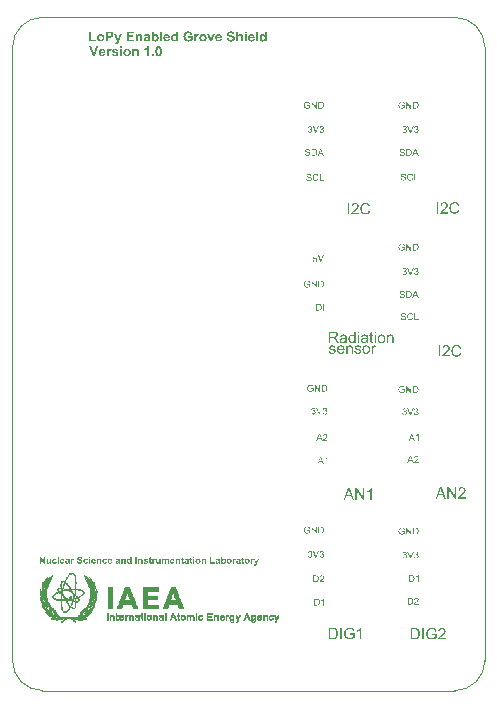
<source format=gto>
G04 Layer_Color=65535*
%FSLAX44Y44*%
%MOMM*%
G71*
G01*
G75*
%ADD14C,0.1000*%
G36*
X198316Y556478D02*
X196718D01*
Y557956D01*
X198316D01*
Y556478D01*
D02*
G37*
G36*
X185040Y558100D02*
X185172Y558088D01*
X185328Y558076D01*
X185484Y558052D01*
X185665Y558028D01*
X186049Y557943D01*
X186241Y557883D01*
X186434Y557823D01*
X186626Y557739D01*
X186806Y557643D01*
X186974Y557535D01*
X187130Y557415D01*
X187142Y557403D01*
X187166Y557379D01*
X187202Y557343D01*
X187250Y557295D01*
X187311Y557223D01*
X187383Y557139D01*
X187455Y557043D01*
X187539Y556934D01*
X187611Y556802D01*
X187683Y556670D01*
X187755Y556514D01*
X187815Y556346D01*
X187875Y556177D01*
X187923Y555985D01*
X187959Y555793D01*
X187971Y555577D01*
X186289Y555517D01*
Y555529D01*
Y555541D01*
X186265Y555625D01*
X186241Y555733D01*
X186193Y555865D01*
X186133Y556021D01*
X186049Y556165D01*
X185941Y556310D01*
X185821Y556430D01*
X185809Y556442D01*
X185761Y556478D01*
X185677Y556526D01*
X185556Y556574D01*
X185412Y556622D01*
X185232Y556670D01*
X185016Y556706D01*
X184764Y556718D01*
X184643D01*
X184511Y556706D01*
X184355Y556682D01*
X184175Y556646D01*
X183983Y556586D01*
X183802Y556514D01*
X183634Y556406D01*
X183622Y556394D01*
X183598Y556370D01*
X183550Y556334D01*
X183502Y556274D01*
X183454Y556202D01*
X183406Y556105D01*
X183382Y556009D01*
X183370Y555889D01*
Y555877D01*
Y555841D01*
X183382Y555781D01*
X183406Y555721D01*
X183430Y555637D01*
X183466Y555553D01*
X183526Y555469D01*
X183610Y555384D01*
X183622Y555373D01*
X183682Y555336D01*
X183718Y555312D01*
X183778Y555288D01*
X183838Y555252D01*
X183923Y555216D01*
X184019Y555180D01*
X184127Y555132D01*
X184259Y555084D01*
X184391Y555036D01*
X184559Y554988D01*
X184739Y554940D01*
X184932Y554892D01*
X185148Y554832D01*
X185160D01*
X185208Y554820D01*
X185268Y554808D01*
X185352Y554784D01*
X185448Y554760D01*
X185569Y554724D01*
X185701Y554688D01*
X185833Y554652D01*
X186121Y554556D01*
X186422Y554459D01*
X186710Y554351D01*
X186830Y554291D01*
X186950Y554231D01*
X186962D01*
X186974Y554219D01*
X187046Y554171D01*
X187154Y554099D01*
X187286Y554003D01*
X187431Y553883D01*
X187587Y553739D01*
X187743Y553570D01*
X187875Y553378D01*
X187887Y553354D01*
X187923Y553282D01*
X187983Y553174D01*
X188043Y553018D01*
X188104Y552826D01*
X188164Y552597D01*
X188200Y552345D01*
X188212Y552057D01*
Y552045D01*
Y552020D01*
Y551984D01*
Y551936D01*
X188200Y551876D01*
X188188Y551792D01*
X188164Y551624D01*
X188116Y551408D01*
X188043Y551180D01*
X187935Y550951D01*
X187803Y550711D01*
Y550699D01*
X187779Y550687D01*
X187731Y550615D01*
X187635Y550495D01*
X187515Y550363D01*
X187359Y550206D01*
X187154Y550062D01*
X186938Y549918D01*
X186674Y549786D01*
X186662D01*
X186638Y549774D01*
X186602Y549762D01*
X186542Y549738D01*
X186469Y549714D01*
X186385Y549690D01*
X186289Y549666D01*
X186181Y549642D01*
X186049Y549606D01*
X185917Y549582D01*
X185604Y549534D01*
X185256Y549498D01*
X184872Y549486D01*
X184715D01*
X184607Y549498D01*
X184475Y549510D01*
X184331Y549522D01*
X184163Y549546D01*
X183983Y549582D01*
X183586Y549666D01*
X183382Y549726D01*
X183190Y549786D01*
X182985Y549870D01*
X182793Y549966D01*
X182613Y550074D01*
X182445Y550206D01*
X182433Y550218D01*
X182409Y550242D01*
X182361Y550279D01*
X182313Y550339D01*
X182241Y550423D01*
X182168Y550519D01*
X182084Y550627D01*
X182000Y550747D01*
X181916Y550891D01*
X181832Y551047D01*
X181748Y551228D01*
X181664Y551420D01*
X181604Y551624D01*
X181532Y551852D01*
X181484Y552093D01*
X181448Y552345D01*
X183081Y552501D01*
Y552489D01*
X183093Y552465D01*
Y552417D01*
X183106Y552369D01*
X183154Y552225D01*
X183214Y552045D01*
X183286Y551840D01*
X183394Y551636D01*
X183514Y551456D01*
X183670Y551288D01*
X183694Y551276D01*
X183754Y551228D01*
X183850Y551167D01*
X183995Y551095D01*
X184175Y551023D01*
X184379Y550963D01*
X184619Y550915D01*
X184896Y550903D01*
X185028D01*
X185172Y550927D01*
X185352Y550951D01*
X185544Y550987D01*
X185749Y551047D01*
X185941Y551132D01*
X186109Y551240D01*
X186133Y551252D01*
X186181Y551300D01*
X186241Y551372D01*
X186325Y551468D01*
X186397Y551588D01*
X186469Y551732D01*
X186518Y551876D01*
X186530Y552045D01*
Y552057D01*
Y552093D01*
X186518Y552153D01*
X186506Y552225D01*
X186481Y552297D01*
X186458Y552381D01*
X186409Y552465D01*
X186349Y552549D01*
X186337Y552561D01*
X186313Y552585D01*
X186277Y552621D01*
X186217Y552669D01*
X186133Y552729D01*
X186025Y552789D01*
X185905Y552850D01*
X185749Y552910D01*
X185737D01*
X185689Y552934D01*
X185604Y552958D01*
X185544Y552982D01*
X185472Y552994D01*
X185388Y553018D01*
X185292Y553054D01*
X185184Y553078D01*
X185064Y553114D01*
X184920Y553150D01*
X184764Y553186D01*
X184595Y553234D01*
X184403Y553282D01*
X184391D01*
X184343Y553294D01*
X184271Y553318D01*
X184187Y553342D01*
X184079Y553378D01*
X183946Y553414D01*
X183814Y553462D01*
X183658Y553510D01*
X183346Y553630D01*
X183046Y553775D01*
X182889Y553847D01*
X182757Y553931D01*
X182625Y554015D01*
X182517Y554099D01*
X182505Y554111D01*
X182481Y554135D01*
X182445Y554171D01*
X182397Y554219D01*
X182337Y554291D01*
X182277Y554375D01*
X182204Y554459D01*
X182144Y554567D01*
X182000Y554820D01*
X181880Y555108D01*
X181832Y555264D01*
X181796Y555421D01*
X181772Y555601D01*
X181760Y555781D01*
Y555793D01*
Y555805D01*
Y555841D01*
Y555889D01*
X181784Y556009D01*
X181808Y556165D01*
X181844Y556346D01*
X181904Y556550D01*
X181988Y556766D01*
X182108Y556970D01*
Y556982D01*
X182120Y556994D01*
X182181Y557066D01*
X182253Y557163D01*
X182373Y557283D01*
X182517Y557415D01*
X182697Y557559D01*
X182901Y557691D01*
X183142Y557811D01*
X183154D01*
X183178Y557823D01*
X183214Y557835D01*
X183262Y557859D01*
X183334Y557883D01*
X183406Y557907D01*
X183502Y557932D01*
X183610Y557968D01*
X183850Y558016D01*
X184127Y558064D01*
X184439Y558100D01*
X184788Y558112D01*
X184932D01*
X185040Y558100D01*
D02*
G37*
G36*
X149153D02*
X149286Y558088D01*
X149442Y558076D01*
X149610Y558064D01*
X149790Y558028D01*
X150175Y557956D01*
X150571Y557835D01*
X150775Y557763D01*
X150968Y557679D01*
X151148Y557583D01*
X151316Y557463D01*
X151328Y557451D01*
X151352Y557439D01*
X151400Y557391D01*
X151460Y557343D01*
X151532Y557283D01*
X151604Y557199D01*
X151688Y557103D01*
X151784Y556994D01*
X151881Y556874D01*
X151977Y556742D01*
X152073Y556598D01*
X152157Y556430D01*
X152253Y556261D01*
X152325Y556081D01*
X152397Y555877D01*
X152445Y555673D01*
X150775Y555360D01*
Y555373D01*
X150763Y555384D01*
X150739Y555457D01*
X150691Y555565D01*
X150619Y555709D01*
X150535Y555865D01*
X150415Y556021D01*
X150271Y556177D01*
X150103Y556322D01*
X150078Y556334D01*
X150018Y556382D01*
X149910Y556442D01*
X149778Y556502D01*
X149598Y556574D01*
X149394Y556622D01*
X149165Y556670D01*
X148901Y556682D01*
X148793D01*
X148721Y556670D01*
X148625Y556658D01*
X148517Y556646D01*
X148397Y556622D01*
X148264Y556598D01*
X147988Y556514D01*
X147844Y556454D01*
X147700Y556382D01*
X147556Y556298D01*
X147411Y556213D01*
X147279Y556093D01*
X147147Y555973D01*
X147135Y555961D01*
X147123Y555937D01*
X147087Y555901D01*
X147051Y555841D01*
X147003Y555769D01*
X146943Y555685D01*
X146883Y555577D01*
X146835Y555457D01*
X146775Y555312D01*
X146714Y555156D01*
X146655Y554988D01*
X146606Y554808D01*
X146570Y554604D01*
X146534Y554375D01*
X146522Y554147D01*
X146510Y553895D01*
Y553883D01*
Y553835D01*
Y553751D01*
X146522Y553655D01*
X146534Y553522D01*
X146546Y553390D01*
X146570Y553222D01*
X146594Y553054D01*
X146666Y552693D01*
X146787Y552321D01*
X146859Y552141D01*
X146943Y551973D01*
X147051Y551804D01*
X147159Y551660D01*
X147171Y551648D01*
X147195Y551624D01*
X147231Y551588D01*
X147279Y551540D01*
X147351Y551492D01*
X147423Y551420D01*
X147520Y551360D01*
X147628Y551288D01*
X147748Y551216D01*
X147868Y551156D01*
X148168Y551035D01*
X148336Y550987D01*
X148505Y550951D01*
X148697Y550927D01*
X148889Y550915D01*
X148985D01*
X149081Y550927D01*
X149226Y550939D01*
X149382Y550963D01*
X149562Y550999D01*
X149754Y551047D01*
X149946Y551119D01*
X149958D01*
X149970Y551132D01*
X150030Y551156D01*
X150139Y551204D01*
X150259Y551264D01*
X150403Y551336D01*
X150559Y551420D01*
X150715Y551516D01*
X150859Y551624D01*
Y552693D01*
X148937D01*
Y554099D01*
X152553D01*
Y550759D01*
X152529Y550735D01*
X152493Y550711D01*
X152457Y550675D01*
X152397Y550627D01*
X152337Y550579D01*
X152169Y550459D01*
X151941Y550326D01*
X151676Y550170D01*
X151376Y550014D01*
X151016Y549870D01*
X151004D01*
X150968Y549858D01*
X150920Y549834D01*
X150847Y549810D01*
X150751Y549786D01*
X150643Y549750D01*
X150523Y549714D01*
X150391Y549678D01*
X150091Y549606D01*
X149742Y549546D01*
X149382Y549498D01*
X148997Y549486D01*
X148865D01*
X148781Y549498D01*
X148661D01*
X148529Y549510D01*
X148385Y549534D01*
X148216Y549558D01*
X147868Y549618D01*
X147483Y549714D01*
X147087Y549846D01*
X146907Y549930D01*
X146714Y550026D01*
X146702Y550038D01*
X146678Y550050D01*
X146618Y550086D01*
X146558Y550134D01*
X146474Y550182D01*
X146390Y550254D01*
X146282Y550339D01*
X146174Y550435D01*
X145934Y550651D01*
X145693Y550927D01*
X145465Y551240D01*
X145261Y551600D01*
Y551612D01*
X145237Y551648D01*
X145213Y551708D01*
X145189Y551780D01*
X145153Y551876D01*
X145105Y551984D01*
X145069Y552117D01*
X145021Y552261D01*
X144972Y552417D01*
X144936Y552597D01*
X144852Y552970D01*
X144804Y553378D01*
X144780Y553823D01*
Y553835D01*
Y553883D01*
Y553955D01*
X144792Y554039D01*
Y554159D01*
X144804Y554291D01*
X144828Y554435D01*
X144852Y554604D01*
X144912Y554952D01*
X145008Y555349D01*
X145141Y555745D01*
X145225Y555937D01*
X145321Y556129D01*
X145333Y556141D01*
X145345Y556177D01*
X145381Y556226D01*
X145417Y556298D01*
X145477Y556382D01*
X145549Y556478D01*
X145633Y556586D01*
X145717Y556706D01*
X145826Y556826D01*
X145946Y556958D01*
X146078Y557090D01*
X146222Y557223D01*
X146378Y557343D01*
X146534Y557475D01*
X146907Y557691D01*
X146919D01*
X146943Y557715D01*
X146991Y557727D01*
X147051Y557763D01*
X147135Y557787D01*
X147219Y557823D01*
X147339Y557859D01*
X147459Y557907D01*
X147592Y557943D01*
X147748Y557980D01*
X147916Y558016D01*
X148084Y558052D01*
X148469Y558100D01*
X148901Y558112D01*
X149045D01*
X149153Y558100D01*
D02*
G37*
G36*
X215184Y549642D02*
X213706D01*
Y550519D01*
X213694Y550495D01*
X213646Y550435D01*
X213561Y550339D01*
X213453Y550230D01*
X213333Y550110D01*
X213177Y549978D01*
X213009Y549858D01*
X212829Y549750D01*
X212805Y549738D01*
X212745Y549714D01*
X212637Y549678D01*
X212516Y549630D01*
X212360Y549582D01*
X212180Y549546D01*
X212000Y549522D01*
X211807Y549510D01*
X211711D01*
X211639Y549522D01*
X211543Y549534D01*
X211447Y549558D01*
X211327Y549582D01*
X211195Y549618D01*
X211063Y549654D01*
X210918Y549714D01*
X210774Y549774D01*
X210618Y549858D01*
X210474Y549954D01*
X210318Y550062D01*
X210173Y550194D01*
X210029Y550339D01*
X210017Y550351D01*
X209993Y550375D01*
X209957Y550423D01*
X209921Y550495D01*
X209861Y550579D01*
X209801Y550687D01*
X209729Y550807D01*
X209669Y550951D01*
X209597Y551107D01*
X209525Y551276D01*
X209465Y551468D01*
X209417Y551672D01*
X209369Y551900D01*
X209333Y552141D01*
X209308Y552393D01*
X209296Y552669D01*
Y552681D01*
Y552741D01*
Y552813D01*
X209308Y552922D01*
X209321Y553054D01*
X209333Y553198D01*
X209357Y553366D01*
X209381Y553534D01*
X209465Y553919D01*
X209525Y554111D01*
X209597Y554303D01*
X209681Y554496D01*
X209777Y554676D01*
X209885Y554844D01*
X210005Y555000D01*
X210017Y555012D01*
X210041Y555036D01*
X210077Y555072D01*
X210138Y555132D01*
X210210Y555192D01*
X210294Y555252D01*
X210390Y555324D01*
X210510Y555409D01*
X210630Y555481D01*
X210774Y555553D01*
X211075Y555685D01*
X211255Y555733D01*
X211435Y555769D01*
X211627Y555793D01*
X211831Y555805D01*
X211928D01*
X212000Y555793D01*
X212084Y555781D01*
X212192Y555757D01*
X212300Y555733D01*
X212432Y555697D01*
X212564Y555661D01*
X212708Y555601D01*
X212853Y555529D01*
X212997Y555457D01*
X213153Y555349D01*
X213297Y555240D01*
X213441Y555108D01*
X213586Y554964D01*
Y557956D01*
X215184D01*
Y549642D01*
D02*
G37*
G36*
X140263D02*
X138785D01*
Y550519D01*
X138773Y550495D01*
X138725Y550435D01*
X138641Y550339D01*
X138533Y550230D01*
X138413Y550110D01*
X138257Y549978D01*
X138088Y549858D01*
X137908Y549750D01*
X137884Y549738D01*
X137824Y549714D01*
X137716Y549678D01*
X137596Y549630D01*
X137440Y549582D01*
X137259Y549546D01*
X137079Y549522D01*
X136887Y549510D01*
X136791D01*
X136719Y549522D01*
X136623Y549534D01*
X136526Y549558D01*
X136406Y549582D01*
X136274Y549618D01*
X136142Y549654D01*
X135998Y549714D01*
X135854Y549774D01*
X135697Y549858D01*
X135553Y549954D01*
X135397Y550062D01*
X135253Y550194D01*
X135109Y550339D01*
X135097Y550351D01*
X135073Y550375D01*
X135037Y550423D01*
X135001Y550495D01*
X134941Y550579D01*
X134881Y550687D01*
X134809Y550807D01*
X134748Y550951D01*
X134676Y551107D01*
X134604Y551276D01*
X134544Y551468D01*
X134496Y551672D01*
X134448Y551900D01*
X134412Y552141D01*
X134388Y552393D01*
X134376Y552669D01*
Y552681D01*
Y552741D01*
Y552813D01*
X134388Y552922D01*
X134400Y553054D01*
X134412Y553198D01*
X134436Y553366D01*
X134460Y553534D01*
X134544Y553919D01*
X134604Y554111D01*
X134676Y554303D01*
X134760Y554496D01*
X134857Y554676D01*
X134965Y554844D01*
X135085Y555000D01*
X135097Y555012D01*
X135121Y555036D01*
X135157Y555072D01*
X135217Y555132D01*
X135289Y555192D01*
X135373Y555252D01*
X135469Y555324D01*
X135589Y555409D01*
X135709Y555481D01*
X135854Y555553D01*
X136154Y555685D01*
X136334Y555733D01*
X136515Y555769D01*
X136707Y555793D01*
X136911Y555805D01*
X137007D01*
X137079Y555793D01*
X137163Y555781D01*
X137271Y555757D01*
X137380Y555733D01*
X137512Y555697D01*
X137644Y555661D01*
X137788Y555601D01*
X137932Y555529D01*
X138076Y555457D01*
X138232Y555349D01*
X138377Y555240D01*
X138521Y555108D01*
X138665Y554964D01*
Y557956D01*
X140263D01*
Y549642D01*
D02*
G37*
G36*
X157071Y555793D02*
X157203Y555769D01*
X157371Y555733D01*
X157551Y555673D01*
X157732Y555601D01*
X157924Y555493D01*
X157419Y554111D01*
X157407Y554123D01*
X157347Y554147D01*
X157275Y554195D01*
X157179Y554243D01*
X157059Y554291D01*
X156939Y554339D01*
X156806Y554363D01*
X156674Y554375D01*
X156626D01*
X156554Y554363D01*
X156482Y554351D01*
X156398Y554327D01*
X156302Y554291D01*
X156206Y554243D01*
X156110Y554183D01*
X156098Y554171D01*
X156074Y554147D01*
X156025Y554099D01*
X155977Y554027D01*
X155917Y553943D01*
X155857Y553823D01*
X155797Y553679D01*
X155749Y553510D01*
Y553486D01*
X155737Y553450D01*
X155725Y553414D01*
Y553354D01*
X155713Y553282D01*
X155701Y553186D01*
X155689Y553078D01*
X155677Y552958D01*
X155665Y552802D01*
X155653Y552645D01*
Y552453D01*
X155641Y552249D01*
X155629Y552020D01*
Y551768D01*
Y551492D01*
Y549642D01*
X154031D01*
Y555673D01*
X155509D01*
Y554820D01*
X155521Y554832D01*
X155569Y554904D01*
X155641Y555012D01*
X155737Y555144D01*
X155833Y555276D01*
X155954Y555409D01*
X156062Y555529D01*
X156182Y555613D01*
X156194Y555625D01*
X156230Y555649D01*
X156302Y555673D01*
X156386Y555709D01*
X156482Y555745D01*
X156602Y555781D01*
X156722Y555793D01*
X156867Y555805D01*
X156963D01*
X157071Y555793D01*
D02*
G37*
G36*
X108005D02*
X108137Y555781D01*
X108281Y555757D01*
X108437Y555721D01*
X108605Y555673D01*
X108774Y555613D01*
X108798Y555601D01*
X108846Y555577D01*
X108930Y555541D01*
X109026Y555481D01*
X109134Y555409D01*
X109242Y555324D01*
X109350Y555228D01*
X109446Y555120D01*
X109459Y555108D01*
X109482Y555072D01*
X109519Y555012D01*
X109567Y554928D01*
X109627Y554832D01*
X109675Y554712D01*
X109723Y554592D01*
X109759Y554447D01*
Y554435D01*
X109771Y554375D01*
X109795Y554291D01*
X109807Y554171D01*
X109831Y554027D01*
X109843Y553835D01*
X109855Y553630D01*
Y553378D01*
Y549642D01*
X108257D01*
Y552705D01*
Y552717D01*
Y552753D01*
Y552802D01*
Y552862D01*
Y552946D01*
Y553030D01*
X108245Y553234D01*
X108233Y553438D01*
X108209Y553655D01*
X108185Y553835D01*
X108173Y553907D01*
X108149Y553967D01*
Y553979D01*
X108125Y554015D01*
X108101Y554063D01*
X108065Y554135D01*
X107957Y554279D01*
X107897Y554351D01*
X107813Y554411D01*
X107801Y554423D01*
X107776Y554435D01*
X107729Y554459D01*
X107656Y554496D01*
X107572Y554532D01*
X107488Y554556D01*
X107380Y554567D01*
X107260Y554580D01*
X107188D01*
X107116Y554567D01*
X107020Y554556D01*
X106899Y554520D01*
X106779Y554483D01*
X106647Y554423D01*
X106515Y554351D01*
X106503Y554339D01*
X106467Y554315D01*
X106407Y554255D01*
X106335Y554195D01*
X106263Y554099D01*
X106191Y554003D01*
X106119Y553871D01*
X106070Y553739D01*
Y553727D01*
X106046Y553666D01*
X106034Y553570D01*
X106010Y553426D01*
X105998Y553342D01*
X105986Y553234D01*
X105974Y553126D01*
Y552994D01*
X105962Y552862D01*
X105950Y552705D01*
Y552537D01*
Y552357D01*
Y549642D01*
X104353D01*
Y555673D01*
X105830D01*
Y554784D01*
X105842Y554796D01*
X105866Y554832D01*
X105914Y554880D01*
X105974Y554940D01*
X106046Y555024D01*
X106143Y555108D01*
X106251Y555204D01*
X106371Y555300D01*
X106503Y555384D01*
X106659Y555481D01*
X106815Y555565D01*
X106996Y555649D01*
X107188Y555709D01*
X107380Y555757D01*
X107596Y555793D01*
X107813Y555805D01*
X107897D01*
X108005Y555793D01*
D02*
G37*
G36*
X168797Y549642D02*
X167355D01*
X164928Y555673D01*
X166598D01*
X167739Y552585D01*
X168064Y551564D01*
X168076Y551576D01*
X168088Y551624D01*
X168112Y551696D01*
X168136Y551768D01*
X168196Y551949D01*
X168220Y552020D01*
X168232Y552081D01*
Y552093D01*
X168244Y552129D01*
X168256Y552177D01*
X168280Y552237D01*
X168328Y552405D01*
X168400Y552585D01*
X169554Y555673D01*
X171187D01*
X168797Y549642D01*
D02*
G37*
G36*
X90236Y549858D02*
X89851Y548825D01*
X89839Y548801D01*
X89815Y548741D01*
X89767Y548644D01*
X89719Y548524D01*
X89659Y548392D01*
X89587Y548260D01*
X89515Y548140D01*
X89443Y548020D01*
X89431Y548008D01*
X89407Y547972D01*
X89371Y547924D01*
X89323Y547852D01*
X89191Y547707D01*
X89010Y547563D01*
X88998Y547551D01*
X88962Y547539D01*
X88914Y547503D01*
X88842Y547467D01*
X88758Y547431D01*
X88662Y547383D01*
X88542Y547335D01*
X88410Y547299D01*
X88398D01*
X88350Y547287D01*
X88278Y547263D01*
X88169Y547251D01*
X88049Y547227D01*
X87917Y547203D01*
X87761Y547191D01*
X87521D01*
X87424Y547203D01*
X87316D01*
X87172Y547215D01*
X87028Y547239D01*
X86704Y547299D01*
X86559Y548548D01*
X86572D01*
X86620Y548536D01*
X86692Y548524D01*
X86788Y548512D01*
X86884Y548488D01*
X87004Y548476D01*
X87232Y548464D01*
X87328D01*
X87424Y548488D01*
X87545Y548512D01*
X87677Y548548D01*
X87809Y548609D01*
X87941Y548693D01*
X88049Y548801D01*
X88061Y548813D01*
X88097Y548861D01*
X88145Y548933D01*
X88205Y549029D01*
X88265Y549149D01*
X88337Y549293D01*
X88398Y549450D01*
X88458Y549630D01*
X86175Y555673D01*
X87869D01*
X89299Y551384D01*
X90716Y555673D01*
X92362D01*
X90236Y549858D01*
D02*
G37*
G36*
X208011Y549642D02*
X206413D01*
Y557956D01*
X208011D01*
Y549642D01*
D02*
G37*
G36*
X198316D02*
X196718D01*
Y555673D01*
X198316D01*
Y549642D01*
D02*
G37*
G36*
X191203Y554880D02*
X191215Y554892D01*
X191239Y554916D01*
X191287Y554964D01*
X191335Y555024D01*
X191419Y555096D01*
X191504Y555168D01*
X191612Y555252D01*
X191720Y555349D01*
X191852Y555433D01*
X191996Y555517D01*
X192308Y555661D01*
X192477Y555721D01*
X192657Y555769D01*
X192849Y555793D01*
X193041Y555805D01*
X193137D01*
X193246Y555793D01*
X193378Y555781D01*
X193534Y555757D01*
X193690Y555709D01*
X193870Y555661D01*
X194039Y555589D01*
X194062Y555577D01*
X194111Y555553D01*
X194195Y555505D01*
X194291Y555445D01*
X194399Y555373D01*
X194507Y555288D01*
X194615Y555180D01*
X194711Y555072D01*
X194723Y555060D01*
X194747Y555012D01*
X194783Y554952D01*
X194831Y554868D01*
X194891Y554760D01*
X194939Y554640D01*
X194988Y554507D01*
X195024Y554363D01*
Y554351D01*
X195036Y554291D01*
X195048Y554195D01*
X195072Y554075D01*
X195084Y553907D01*
X195096Y553703D01*
X195108Y553462D01*
Y553174D01*
Y549642D01*
X193510D01*
Y552813D01*
Y552826D01*
Y552850D01*
Y552898D01*
Y552970D01*
Y553042D01*
Y553126D01*
X193498Y553318D01*
X193486Y553522D01*
X193474Y553727D01*
X193450Y553895D01*
X193426Y553955D01*
X193414Y554015D01*
Y554027D01*
X193390Y554063D01*
X193366Y554099D01*
X193342Y554159D01*
X193234Y554291D01*
X193174Y554363D01*
X193089Y554423D01*
X193077Y554435D01*
X193053Y554447D01*
X192993Y554471D01*
X192933Y554507D01*
X192849Y554532D01*
X192753Y554556D01*
X192633Y554567D01*
X192513Y554580D01*
X192441D01*
X192369Y554567D01*
X192272Y554556D01*
X192164Y554532D01*
X192044Y554496D01*
X191924Y554447D01*
X191804Y554375D01*
X191792Y554363D01*
X191756Y554339D01*
X191696Y554291D01*
X191636Y554231D01*
X191551Y554147D01*
X191479Y554051D01*
X191407Y553931D01*
X191347Y553799D01*
Y553787D01*
X191323Y553727D01*
X191299Y553643D01*
X191275Y553510D01*
X191251Y553354D01*
X191227Y553150D01*
X191215Y552922D01*
X191203Y552657D01*
Y549642D01*
X189605D01*
Y557956D01*
X191203D01*
Y554880D01*
D02*
G37*
G36*
X126627Y549642D02*
X125029D01*
Y557956D01*
X126627D01*
Y549642D01*
D02*
G37*
G36*
X114084Y555793D02*
X114180D01*
X114420Y555769D01*
X114673Y555745D01*
X114937Y555697D01*
X115189Y555625D01*
X115297Y555589D01*
X115406Y555541D01*
X115417D01*
X115430Y555529D01*
X115490Y555493D01*
X115586Y555445D01*
X115694Y555373D01*
X115826Y555276D01*
X115946Y555168D01*
X116054Y555036D01*
X116150Y554904D01*
X116162Y554880D01*
X116187Y554832D01*
X116222Y554724D01*
X116235Y554664D01*
X116258Y554580D01*
X116283Y554496D01*
X116295Y554387D01*
X116319Y554267D01*
X116331Y554135D01*
X116343Y553991D01*
X116355Y553835D01*
X116367Y553666D01*
Y553474D01*
X116343Y551612D01*
Y551600D01*
Y551576D01*
Y551540D01*
Y551480D01*
Y551336D01*
X116355Y551167D01*
Y550975D01*
X116379Y550783D01*
X116391Y550591D01*
X116415Y550435D01*
Y550423D01*
X116427Y550375D01*
X116451Y550290D01*
X116475Y550194D01*
X116523Y550074D01*
X116571Y549942D01*
X116631Y549798D01*
X116703Y549642D01*
X115129D01*
Y549654D01*
X115117Y549666D01*
X115105Y549714D01*
X115081Y549762D01*
X115057Y549822D01*
X115033Y549906D01*
X115009Y550002D01*
X114973Y550110D01*
Y550122D01*
X114961Y550134D01*
X114949Y550182D01*
X114925Y550242D01*
X114913Y550290D01*
X114889Y550279D01*
X114841Y550230D01*
X114757Y550158D01*
X114649Y550074D01*
X114516Y549978D01*
X114372Y549870D01*
X114204Y549786D01*
X114036Y549702D01*
X114012Y549690D01*
X113952Y549678D01*
X113856Y549642D01*
X113736Y549606D01*
X113591Y549570D01*
X113423Y549546D01*
X113231Y549522D01*
X113039Y549510D01*
X112955D01*
X112883Y549522D01*
X112810D01*
X112714Y549534D01*
X112510Y549570D01*
X112270Y549630D01*
X112029Y549714D01*
X111789Y549834D01*
X111573Y550002D01*
Y550014D01*
X111549Y550026D01*
X111489Y550098D01*
X111405Y550206D01*
X111309Y550351D01*
X111213Y550531D01*
X111129Y550747D01*
X111068Y550999D01*
X111056Y551132D01*
X111044Y551276D01*
Y551300D01*
Y551360D01*
X111056Y551456D01*
X111080Y551576D01*
X111104Y551720D01*
X111140Y551864D01*
X111201Y552020D01*
X111285Y552177D01*
X111297Y552201D01*
X111333Y552249D01*
X111381Y552321D01*
X111465Y552405D01*
X111549Y552501D01*
X111669Y552609D01*
X111801Y552705D01*
X111958Y552789D01*
X111981Y552802D01*
X112042Y552826D01*
X112138Y552862D01*
X112282Y552922D01*
X112462Y552982D01*
X112678Y553042D01*
X112943Y553102D01*
X113231Y553162D01*
X113243D01*
X113279Y553174D01*
X113339Y553186D01*
X113411Y553198D01*
X113507Y553210D01*
X113615Y553234D01*
X113856Y553294D01*
X114108Y553354D01*
X114372Y553414D01*
X114601Y553486D01*
X114709Y553522D01*
X114793Y553558D01*
Y553714D01*
Y553739D01*
Y553787D01*
X114781Y553871D01*
X114769Y553979D01*
X114733Y554087D01*
X114697Y554195D01*
X114637Y554291D01*
X114552Y554375D01*
X114541Y554387D01*
X114504Y554411D01*
X114444Y554435D01*
X114360Y554483D01*
X114240Y554520D01*
X114096Y554543D01*
X113916Y554567D01*
X113700Y554580D01*
X113627D01*
X113555Y554567D01*
X113459Y554556D01*
X113351Y554532D01*
X113231Y554507D01*
X113123Y554459D01*
X113027Y554399D01*
X113015Y554387D01*
X112991Y554363D01*
X112943Y554327D01*
X112895Y554267D01*
X112823Y554183D01*
X112762Y554075D01*
X112702Y553955D01*
X112642Y553811D01*
X111213Y554075D01*
Y554087D01*
X111225Y554111D01*
X111237Y554159D01*
X111261Y554219D01*
X111285Y554291D01*
X111321Y554375D01*
X111405Y554567D01*
X111525Y554772D01*
X111669Y554988D01*
X111837Y555192D01*
X112042Y555373D01*
X112054D01*
X112066Y555396D01*
X112102Y555409D01*
X112150Y555445D01*
X112222Y555469D01*
X112294Y555505D01*
X112390Y555553D01*
X112486Y555589D01*
X112606Y555625D01*
X112738Y555673D01*
X112883Y555709D01*
X113051Y555733D01*
X113219Y555769D01*
X113411Y555781D01*
X113603Y555805D01*
X114000D01*
X114084Y555793D01*
D02*
G37*
G36*
X102803Y556550D02*
X98321D01*
Y554712D01*
X102490D01*
Y553306D01*
X98321D01*
Y551047D01*
X102959D01*
Y549642D01*
X96639D01*
Y557956D01*
X102803D01*
Y556550D01*
D02*
G37*
G36*
X82390Y557943D02*
X82703D01*
X83039Y557920D01*
X83376Y557896D01*
X83520Y557883D01*
X83664Y557872D01*
X83784Y557847D01*
X83880Y557823D01*
X83892D01*
X83916Y557811D01*
X83952Y557799D01*
X84000Y557787D01*
X84133Y557727D01*
X84301Y557655D01*
X84481Y557547D01*
X84685Y557403D01*
X84878Y557223D01*
X85070Y557006D01*
Y556994D01*
X85094Y556982D01*
X85118Y556946D01*
X85142Y556898D01*
X85190Y556826D01*
X85226Y556754D01*
X85274Y556670D01*
X85322Y556574D01*
X85406Y556334D01*
X85490Y556069D01*
X85538Y555745D01*
X85562Y555396D01*
Y555384D01*
Y555360D01*
Y555324D01*
Y555264D01*
X85550Y555204D01*
Y555120D01*
X85526Y554952D01*
X85490Y554748D01*
X85442Y554520D01*
X85370Y554303D01*
X85274Y554099D01*
X85262Y554075D01*
X85226Y554015D01*
X85166Y553919D01*
X85082Y553799D01*
X84986Y553679D01*
X84853Y553534D01*
X84721Y553402D01*
X84565Y553282D01*
X84541Y553270D01*
X84493Y553234D01*
X84409Y553186D01*
X84301Y553126D01*
X84169Y553054D01*
X84024Y552994D01*
X83868Y552934D01*
X83700Y552886D01*
X83676D01*
X83640Y552873D01*
X83592D01*
X83532Y552862D01*
X83448Y552850D01*
X83364Y552837D01*
X83256D01*
X83147Y552826D01*
X83015Y552813D01*
X82871Y552802D01*
X82715Y552789D01*
X82547D01*
X82367Y552777D01*
X80877D01*
Y549642D01*
X79195D01*
Y557956D01*
X82258D01*
X82390Y557943D01*
D02*
G37*
G36*
X66712Y551047D02*
X70893D01*
Y549642D01*
X65030D01*
Y557896D01*
X66712D01*
Y551047D01*
D02*
G37*
G36*
X202472Y555793D02*
X202581Y555781D01*
X202713Y555757D01*
X202857Y555733D01*
X203013Y555697D01*
X203181Y555649D01*
X203349Y555589D01*
X203530Y555517D01*
X203710Y555421D01*
X203878Y555324D01*
X204046Y555204D01*
X204214Y555060D01*
X204359Y554904D01*
X204371Y554892D01*
X204395Y554868D01*
X204431Y554808D01*
X204479Y554736D01*
X204539Y554640D01*
X204599Y554532D01*
X204671Y554387D01*
X204743Y554231D01*
X204815Y554051D01*
X204887Y553847D01*
X204947Y553630D01*
X205007Y553378D01*
X205056Y553114D01*
X205091Y552826D01*
X205116Y552525D01*
Y552189D01*
X201127D01*
Y552177D01*
Y552153D01*
Y552117D01*
X201139Y552069D01*
X201151Y551949D01*
X201175Y551780D01*
X201223Y551612D01*
X201295Y551420D01*
X201379Y551240D01*
X201499Y551083D01*
X201511Y551071D01*
X201571Y551023D01*
X201644Y550963D01*
X201752Y550891D01*
X201884Y550819D01*
X202052Y550759D01*
X202232Y550711D01*
X202424Y550699D01*
X202484D01*
X202556Y550711D01*
X202641Y550723D01*
X202737Y550747D01*
X202845Y550783D01*
X202953Y550831D01*
X203049Y550903D01*
X203061Y550915D01*
X203097Y550939D01*
X203145Y550987D01*
X203193Y551059D01*
X203265Y551156D01*
X203326Y551264D01*
X203386Y551408D01*
X203446Y551564D01*
X205032Y551300D01*
Y551288D01*
X205019Y551264D01*
X204995Y551216D01*
X204971Y551156D01*
X204935Y551083D01*
X204899Y550999D01*
X204791Y550807D01*
X204659Y550591D01*
X204491Y550363D01*
X204287Y550158D01*
X204058Y549966D01*
X204046D01*
X204034Y549942D01*
X203986Y549930D01*
X203938Y549894D01*
X203878Y549858D01*
X203794Y549822D01*
X203710Y549786D01*
X203602Y549738D01*
X203361Y549654D01*
X203085Y549582D01*
X202761Y549534D01*
X202412Y549510D01*
X202340D01*
X202268Y549522D01*
X202160D01*
X202028Y549546D01*
X201872Y549570D01*
X201703Y549594D01*
X201535Y549642D01*
X201343Y549690D01*
X201151Y549762D01*
X200959Y549846D01*
X200766Y549942D01*
X200574Y550062D01*
X200394Y550194D01*
X200238Y550351D01*
X200082Y550531D01*
X200070Y550543D01*
X200058Y550567D01*
X200034Y550615D01*
X199986Y550675D01*
X199949Y550759D01*
X199901Y550855D01*
X199841Y550963D01*
X199793Y551095D01*
X199733Y551240D01*
X199685Y551396D01*
X199625Y551564D01*
X199589Y551756D01*
X199553Y551949D01*
X199517Y552153D01*
X199505Y552381D01*
X199493Y552609D01*
Y552621D01*
Y552669D01*
Y552753D01*
X199505Y552862D01*
X199517Y552982D01*
X199529Y553126D01*
X199553Y553282D01*
X199589Y553462D01*
X199685Y553835D01*
X199745Y554027D01*
X199817Y554231D01*
X199913Y554423D01*
X200021Y554604D01*
X200142Y554784D01*
X200274Y554952D01*
X200286Y554964D01*
X200310Y554988D01*
X200358Y555036D01*
X200418Y555084D01*
X200490Y555144D01*
X200586Y555216D01*
X200694Y555300D01*
X200814Y555384D01*
X200947Y555457D01*
X201103Y555541D01*
X201259Y555613D01*
X201439Y555673D01*
X201619Y555721D01*
X201824Y555769D01*
X202028Y555793D01*
X202244Y555805D01*
X202376D01*
X202472Y555793D01*
D02*
G37*
G36*
X174696D02*
X174804Y555781D01*
X174936Y555757D01*
X175080Y555733D01*
X175236Y555697D01*
X175404Y555649D01*
X175573Y555589D01*
X175753Y555517D01*
X175933Y555421D01*
X176101Y555324D01*
X176269Y555204D01*
X176438Y555060D01*
X176582Y554904D01*
X176594Y554892D01*
X176618Y554868D01*
X176654Y554808D01*
X176702Y554736D01*
X176762Y554640D01*
X176822Y554532D01*
X176894Y554387D01*
X176966Y554231D01*
X177038Y554051D01*
X177111Y553847D01*
X177171Y553630D01*
X177231Y553378D01*
X177279Y553114D01*
X177315Y552826D01*
X177339Y552525D01*
Y552189D01*
X173350D01*
Y552177D01*
Y552153D01*
Y552117D01*
X173362Y552069D01*
X173374Y551949D01*
X173398Y551780D01*
X173446Y551612D01*
X173518Y551420D01*
X173602Y551240D01*
X173722Y551083D01*
X173734Y551071D01*
X173794Y551023D01*
X173867Y550963D01*
X173975Y550891D01*
X174107Y550819D01*
X174275Y550759D01*
X174455Y550711D01*
X174648Y550699D01*
X174708D01*
X174780Y550711D01*
X174864Y550723D01*
X174960Y550747D01*
X175068Y550783D01*
X175176Y550831D01*
X175272Y550903D01*
X175284Y550915D01*
X175320Y550939D01*
X175368Y550987D01*
X175417Y551059D01*
X175488Y551156D01*
X175549Y551264D01*
X175609Y551408D01*
X175669Y551564D01*
X177255Y551300D01*
Y551288D01*
X177243Y551264D01*
X177219Y551216D01*
X177195Y551156D01*
X177159Y551083D01*
X177122Y550999D01*
X177014Y550807D01*
X176882Y550591D01*
X176714Y550363D01*
X176510Y550158D01*
X176282Y549966D01*
X176269D01*
X176257Y549942D01*
X176209Y549930D01*
X176161Y549894D01*
X176101Y549858D01*
X176017Y549822D01*
X175933Y549786D01*
X175825Y549738D01*
X175585Y549654D01*
X175308Y549582D01*
X174984Y549534D01*
X174636Y549510D01*
X174564D01*
X174491Y549522D01*
X174383D01*
X174251Y549546D01*
X174095Y549570D01*
X173927Y549594D01*
X173759Y549642D01*
X173566Y549690D01*
X173374Y549762D01*
X173182Y549846D01*
X172990Y549942D01*
X172797Y550062D01*
X172617Y550194D01*
X172461Y550351D01*
X172305Y550531D01*
X172293Y550543D01*
X172281Y550567D01*
X172257Y550615D01*
X172209Y550675D01*
X172173Y550759D01*
X172125Y550855D01*
X172064Y550963D01*
X172016Y551095D01*
X171956Y551240D01*
X171908Y551396D01*
X171848Y551564D01*
X171812Y551756D01*
X171776Y551949D01*
X171740Y552153D01*
X171728Y552381D01*
X171716Y552609D01*
Y552621D01*
Y552669D01*
Y552753D01*
X171728Y552862D01*
X171740Y552982D01*
X171752Y553126D01*
X171776Y553282D01*
X171812Y553462D01*
X171908Y553835D01*
X171968Y554027D01*
X172041Y554231D01*
X172137Y554423D01*
X172245Y554604D01*
X172365Y554784D01*
X172497Y554952D01*
X172509Y554964D01*
X172533Y554988D01*
X172581Y555036D01*
X172641Y555084D01*
X172713Y555144D01*
X172809Y555216D01*
X172917Y555300D01*
X173038Y555384D01*
X173170Y555457D01*
X173326Y555541D01*
X173482Y555613D01*
X173662Y555673D01*
X173843Y555721D01*
X174047Y555769D01*
X174251Y555793D01*
X174467Y555805D01*
X174599D01*
X174696Y555793D01*
D02*
G37*
G36*
X161576D02*
X161696Y555781D01*
X161828Y555757D01*
X161985Y555733D01*
X162141Y555697D01*
X162321Y555649D01*
X162501Y555589D01*
X162681Y555517D01*
X162874Y555433D01*
X163066Y555324D01*
X163246Y555204D01*
X163426Y555072D01*
X163594Y554916D01*
X163606Y554904D01*
X163631Y554880D01*
X163679Y554820D01*
X163727Y554760D01*
X163799Y554664D01*
X163871Y554567D01*
X163955Y554435D01*
X164039Y554303D01*
X164111Y554147D01*
X164195Y553979D01*
X164267Y553787D01*
X164339Y553594D01*
X164387Y553378D01*
X164436Y553162D01*
X164459Y552922D01*
X164471Y552669D01*
Y552657D01*
Y552609D01*
Y552537D01*
X164459Y552441D01*
X164447Y552321D01*
X164424Y552189D01*
X164399Y552033D01*
X164363Y551876D01*
X164315Y551696D01*
X164255Y551516D01*
X164183Y551324D01*
X164099Y551132D01*
X163991Y550939D01*
X163871Y550759D01*
X163739Y550579D01*
X163582Y550399D01*
X163570Y550387D01*
X163546Y550363D01*
X163498Y550314D01*
X163426Y550254D01*
X163342Y550194D01*
X163234Y550122D01*
X163114Y550038D01*
X162982Y549954D01*
X162826Y549870D01*
X162657Y549786D01*
X162477Y549714D01*
X162273Y549654D01*
X162069Y549594D01*
X161840Y549546D01*
X161612Y549522D01*
X161360Y549510D01*
X161276D01*
X161216Y549522D01*
X161144D01*
X161059Y549534D01*
X160855Y549558D01*
X160603Y549606D01*
X160339Y549666D01*
X160062Y549762D01*
X159774Y549882D01*
X159762D01*
X159738Y549894D01*
X159702Y549918D01*
X159654Y549954D01*
X159522Y550038D01*
X159354Y550158D01*
X159173Y550314D01*
X158981Y550507D01*
X158801Y550723D01*
X158633Y550975D01*
Y550987D01*
X158621Y551011D01*
X158597Y551047D01*
X158573Y551107D01*
X158548Y551180D01*
X158512Y551264D01*
X158476Y551360D01*
X158440Y551468D01*
X158404Y551588D01*
X158368Y551720D01*
X158308Y552020D01*
X158260Y552369D01*
X158248Y552741D01*
Y552753D01*
Y552777D01*
Y552826D01*
X158260Y552873D01*
Y552946D01*
X158272Y553030D01*
X158296Y553234D01*
X158344Y553462D01*
X158416Y553714D01*
X158500Y553991D01*
X158633Y554267D01*
Y554279D01*
X158657Y554303D01*
X158669Y554339D01*
X158705Y554387D01*
X158801Y554520D01*
X158921Y554688D01*
X159077Y554868D01*
X159269Y555060D01*
X159486Y555240D01*
X159738Y555409D01*
X159750D01*
X159774Y555421D01*
X159810Y555445D01*
X159870Y555469D01*
X159930Y555505D01*
X160014Y555529D01*
X160110Y555565D01*
X160207Y555613D01*
X160447Y555685D01*
X160723Y555745D01*
X161024Y555793D01*
X161348Y555805D01*
X161480D01*
X161576Y555793D01*
D02*
G37*
G36*
X130784D02*
X130892Y555781D01*
X131024Y555757D01*
X131168Y555733D01*
X131324Y555697D01*
X131493Y555649D01*
X131661Y555589D01*
X131841Y555517D01*
X132021Y555421D01*
X132189Y555324D01*
X132358Y555204D01*
X132526Y555060D01*
X132670Y554904D01*
X132682Y554892D01*
X132706Y554868D01*
X132742Y554808D01*
X132790Y554736D01*
X132850Y554640D01*
X132910Y554532D01*
X132982Y554387D01*
X133054Y554231D01*
X133126Y554051D01*
X133199Y553847D01*
X133259Y553630D01*
X133319Y553378D01*
X133367Y553114D01*
X133403Y552826D01*
X133427Y552525D01*
Y552189D01*
X129438D01*
Y552177D01*
Y552153D01*
Y552117D01*
X129450Y552069D01*
X129462Y551949D01*
X129486Y551780D01*
X129534Y551612D01*
X129606Y551420D01*
X129690Y551240D01*
X129811Y551083D01*
X129823Y551071D01*
X129883Y551023D01*
X129955Y550963D01*
X130063Y550891D01*
X130195Y550819D01*
X130363Y550759D01*
X130543Y550711D01*
X130736Y550699D01*
X130796D01*
X130868Y550711D01*
X130952Y550723D01*
X131048Y550747D01*
X131156Y550783D01*
X131264Y550831D01*
X131360Y550903D01*
X131372Y550915D01*
X131408Y550939D01*
X131456Y550987D01*
X131505Y551059D01*
X131577Y551156D01*
X131637Y551264D01*
X131697Y551408D01*
X131757Y551564D01*
X133343Y551300D01*
Y551288D01*
X133331Y551264D01*
X133307Y551216D01*
X133283Y551156D01*
X133247Y551083D01*
X133211Y550999D01*
X133103Y550807D01*
X132970Y550591D01*
X132802Y550363D01*
X132598Y550158D01*
X132370Y549966D01*
X132358D01*
X132346Y549942D01*
X132297Y549930D01*
X132249Y549894D01*
X132189Y549858D01*
X132105Y549822D01*
X132021Y549786D01*
X131913Y549738D01*
X131673Y549654D01*
X131396Y549582D01*
X131072Y549534D01*
X130724Y549510D01*
X130652D01*
X130580Y549522D01*
X130471D01*
X130339Y549546D01*
X130183Y549570D01*
X130015Y549594D01*
X129847Y549642D01*
X129654Y549690D01*
X129462Y549762D01*
X129270Y549846D01*
X129078Y549942D01*
X128885Y550062D01*
X128705Y550194D01*
X128549Y550351D01*
X128393Y550531D01*
X128381Y550543D01*
X128369Y550567D01*
X128345Y550615D01*
X128297Y550675D01*
X128261Y550759D01*
X128213Y550855D01*
X128153Y550963D01*
X128104Y551095D01*
X128045Y551240D01*
X127996Y551396D01*
X127936Y551564D01*
X127900Y551756D01*
X127864Y551949D01*
X127828Y552153D01*
X127816Y552381D01*
X127804Y552609D01*
Y552621D01*
Y552669D01*
Y552753D01*
X127816Y552862D01*
X127828Y552982D01*
X127840Y553126D01*
X127864Y553282D01*
X127900Y553462D01*
X127996Y553835D01*
X128056Y554027D01*
X128129Y554231D01*
X128225Y554423D01*
X128333Y554604D01*
X128453Y554784D01*
X128585Y554952D01*
X128597Y554964D01*
X128621Y554988D01*
X128669Y555036D01*
X128729Y555084D01*
X128801Y555144D01*
X128897Y555216D01*
X129006Y555300D01*
X129126Y555384D01*
X129258Y555457D01*
X129414Y555541D01*
X129570Y555613D01*
X129750Y555673D01*
X129931Y555721D01*
X130135Y555769D01*
X130339Y555793D01*
X130555Y555805D01*
X130688D01*
X130784Y555793D01*
D02*
G37*
G36*
X119466Y554964D02*
X119478Y554976D01*
X119502Y555000D01*
X119538Y555036D01*
X119599Y555096D01*
X119671Y555156D01*
X119755Y555228D01*
X119851Y555312D01*
X119959Y555384D01*
X120211Y555541D01*
X120512Y555673D01*
X120668Y555733D01*
X120848Y555769D01*
X121028Y555793D01*
X121208Y555805D01*
X121316D01*
X121389Y555793D01*
X121485Y555781D01*
X121593Y555757D01*
X121713Y555733D01*
X121857Y555709D01*
X122146Y555613D01*
X122290Y555541D01*
X122446Y555469D01*
X122602Y555373D01*
X122746Y555264D01*
X122890Y555144D01*
X123035Y555000D01*
X123047Y554988D01*
X123071Y554964D01*
X123107Y554916D01*
X123155Y554856D01*
X123203Y554772D01*
X123263Y554676D01*
X123335Y554556D01*
X123407Y554423D01*
X123467Y554267D01*
X123539Y554099D01*
X123599Y553907D01*
X123659Y553703D01*
X123695Y553486D01*
X123731Y553246D01*
X123755Y552994D01*
X123767Y552717D01*
Y552705D01*
Y552645D01*
Y552573D01*
X123755Y552465D01*
X123743Y552333D01*
X123731Y552189D01*
X123707Y552020D01*
X123671Y551840D01*
X123587Y551456D01*
X123527Y551264D01*
X123455Y551059D01*
X123371Y550867D01*
X123263Y550675D01*
X123155Y550507D01*
X123022Y550339D01*
X123011Y550326D01*
X122986Y550303D01*
X122950Y550266D01*
X122890Y550206D01*
X122818Y550146D01*
X122734Y550074D01*
X122638Y550002D01*
X122530Y549930D01*
X122398Y549846D01*
X122266Y549774D01*
X121953Y549642D01*
X121785Y549582D01*
X121617Y549546D01*
X121425Y549522D01*
X121232Y549510D01*
X121148D01*
X121040Y549522D01*
X120908Y549546D01*
X120752Y549570D01*
X120584Y549618D01*
X120403Y549678D01*
X120211Y549762D01*
X120187Y549774D01*
X120127Y549810D01*
X120031Y549870D01*
X119911Y549954D01*
X119779Y550062D01*
X119635Y550182D01*
X119490Y550339D01*
X119346Y550519D01*
Y549642D01*
X117868D01*
Y557956D01*
X119466D01*
Y554964D01*
D02*
G37*
G36*
X75038Y555793D02*
X75158Y555781D01*
X75290Y555757D01*
X75446Y555733D01*
X75602Y555697D01*
X75783Y555649D01*
X75963Y555589D01*
X76143Y555517D01*
X76335Y555433D01*
X76528Y555324D01*
X76708Y555204D01*
X76888Y555072D01*
X77056Y554916D01*
X77068Y554904D01*
X77092Y554880D01*
X77140Y554820D01*
X77188Y554760D01*
X77260Y554664D01*
X77333Y554567D01*
X77417Y554435D01*
X77501Y554303D01*
X77573Y554147D01*
X77657Y553979D01*
X77729Y553787D01*
X77801Y553594D01*
X77849Y553378D01*
X77897Y553162D01*
X77921Y552922D01*
X77933Y552669D01*
Y552657D01*
Y552609D01*
Y552537D01*
X77921Y552441D01*
X77909Y552321D01*
X77885Y552189D01*
X77861Y552033D01*
X77825Y551876D01*
X77777Y551696D01*
X77717Y551516D01*
X77645Y551324D01*
X77561Y551132D01*
X77453Y550939D01*
X77333Y550759D01*
X77200Y550579D01*
X77044Y550399D01*
X77032Y550387D01*
X77008Y550363D01*
X76960Y550314D01*
X76888Y550254D01*
X76804Y550194D01*
X76696Y550122D01*
X76576Y550038D01*
X76444Y549954D01*
X76287Y549870D01*
X76119Y549786D01*
X75939Y549714D01*
X75735Y549654D01*
X75530Y549594D01*
X75302Y549546D01*
X75074Y549522D01*
X74822Y549510D01*
X74738D01*
X74677Y549522D01*
X74605D01*
X74521Y549534D01*
X74317Y549558D01*
X74065Y549606D01*
X73800Y549666D01*
X73524Y549762D01*
X73236Y549882D01*
X73224D01*
X73200Y549894D01*
X73164Y549918D01*
X73116Y549954D01*
X72983Y550038D01*
X72815Y550158D01*
X72635Y550314D01*
X72443Y550507D01*
X72263Y550723D01*
X72094Y550975D01*
Y550987D01*
X72082Y551011D01*
X72058Y551047D01*
X72034Y551107D01*
X72010Y551180D01*
X71974Y551264D01*
X71938Y551360D01*
X71902Y551468D01*
X71866Y551588D01*
X71830Y551720D01*
X71770Y552020D01*
X71722Y552369D01*
X71710Y552741D01*
Y552753D01*
Y552777D01*
Y552826D01*
X71722Y552873D01*
Y552946D01*
X71734Y553030D01*
X71758Y553234D01*
X71806Y553462D01*
X71878Y553714D01*
X71962Y553991D01*
X72094Y554267D01*
Y554279D01*
X72118Y554303D01*
X72130Y554339D01*
X72166Y554387D01*
X72263Y554520D01*
X72383Y554688D01*
X72539Y554868D01*
X72731Y555060D01*
X72947Y555240D01*
X73200Y555409D01*
X73212D01*
X73236Y555421D01*
X73272Y555445D01*
X73332Y555469D01*
X73392Y555505D01*
X73476Y555529D01*
X73572Y555565D01*
X73668Y555613D01*
X73909Y555685D01*
X74185Y555745D01*
X74485Y555793D01*
X74810Y555805D01*
X74942D01*
X75038Y555793D01*
D02*
G37*
G36*
X92651Y544002D02*
X91053D01*
Y545480D01*
X92651D01*
Y544002D01*
D02*
G37*
G36*
X83051Y543317D02*
X83183Y543293D01*
X83352Y543257D01*
X83532Y543197D01*
X83712Y543125D01*
X83904Y543017D01*
X83400Y541636D01*
X83388Y541647D01*
X83328Y541671D01*
X83256Y541720D01*
X83159Y541768D01*
X83039Y541816D01*
X82919Y541864D01*
X82787Y541888D01*
X82655Y541900D01*
X82607D01*
X82535Y541888D01*
X82463Y541876D01*
X82379Y541852D01*
X82282Y541816D01*
X82186Y541768D01*
X82090Y541708D01*
X82078Y541696D01*
X82054Y541671D01*
X82006Y541623D01*
X81958Y541551D01*
X81898Y541467D01*
X81838Y541347D01*
X81778Y541203D01*
X81730Y541035D01*
Y541011D01*
X81718Y540975D01*
X81706Y540939D01*
Y540879D01*
X81694Y540807D01*
X81682Y540710D01*
X81670Y540602D01*
X81658Y540482D01*
X81646Y540326D01*
X81634Y540170D01*
Y539977D01*
X81622Y539773D01*
X81610Y539545D01*
Y539293D01*
Y539016D01*
Y537166D01*
X80012D01*
Y543197D01*
X81489D01*
Y542344D01*
X81502Y542356D01*
X81550Y542428D01*
X81622Y542537D01*
X81718Y542669D01*
X81814Y542801D01*
X81934Y542933D01*
X82042Y543053D01*
X82162Y543137D01*
X82174Y543149D01*
X82210Y543173D01*
X82282Y543197D01*
X82367Y543233D01*
X82463Y543269D01*
X82583Y543305D01*
X82703Y543317D01*
X82847Y543330D01*
X82943D01*
X83051Y543317D01*
D02*
G37*
G36*
X105025D02*
X105157Y543305D01*
X105302Y543281D01*
X105458Y543245D01*
X105626Y543197D01*
X105794Y543137D01*
X105818Y543125D01*
X105866Y543101D01*
X105950Y543065D01*
X106046Y543005D01*
X106155Y542933D01*
X106263Y542849D01*
X106371Y542753D01*
X106467Y542645D01*
X106479Y542633D01*
X106503Y542597D01*
X106539Y542537D01*
X106587Y542452D01*
X106647Y542356D01*
X106695Y542236D01*
X106743Y542116D01*
X106779Y541972D01*
Y541960D01*
X106791Y541900D01*
X106815Y541816D01*
X106827Y541696D01*
X106851Y541551D01*
X106863Y541359D01*
X106875Y541155D01*
Y540903D01*
Y537166D01*
X105278D01*
Y540230D01*
Y540242D01*
Y540278D01*
Y540326D01*
Y540386D01*
Y540470D01*
Y540554D01*
X105266Y540758D01*
X105253Y540963D01*
X105230Y541179D01*
X105205Y541359D01*
X105194Y541431D01*
X105169Y541491D01*
Y541503D01*
X105145Y541539D01*
X105121Y541587D01*
X105085Y541660D01*
X104977Y541804D01*
X104917Y541876D01*
X104833Y541936D01*
X104821Y541948D01*
X104797Y541960D01*
X104749Y541984D01*
X104677Y542020D01*
X104593Y542056D01*
X104509Y542080D01*
X104401Y542092D01*
X104280Y542104D01*
X104208D01*
X104136Y542092D01*
X104040Y542080D01*
X103920Y542044D01*
X103800Y542008D01*
X103668Y541948D01*
X103535Y541876D01*
X103524Y541864D01*
X103487Y541840D01*
X103427Y541780D01*
X103355Y541720D01*
X103283Y541623D01*
X103211Y541527D01*
X103139Y541395D01*
X103091Y541263D01*
Y541251D01*
X103067Y541191D01*
X103055Y541095D01*
X103031Y540951D01*
X103019Y540867D01*
X103007Y540758D01*
X102995Y540650D01*
Y540518D01*
X102983Y540386D01*
X102971Y540230D01*
Y540062D01*
Y539881D01*
Y537166D01*
X101373D01*
Y543197D01*
X102851D01*
Y542308D01*
X102863Y542320D01*
X102887Y542356D01*
X102935Y542404D01*
X102995Y542464D01*
X103067Y542548D01*
X103163Y542633D01*
X103271Y542729D01*
X103391Y542825D01*
X103524Y542909D01*
X103680Y543005D01*
X103836Y543089D01*
X104016Y543173D01*
X104208Y543233D01*
X104401Y543281D01*
X104617Y543317D01*
X104833Y543330D01*
X104917D01*
X105025Y543317D01*
D02*
G37*
G36*
X87088D02*
X87208Y543305D01*
X87340Y543293D01*
X87485Y543281D01*
X87785Y543233D01*
X88085Y543161D01*
X88374Y543053D01*
X88506Y542993D01*
X88626Y542921D01*
X88638D01*
X88650Y542897D01*
X88722Y542849D01*
X88830Y542753D01*
X88950Y542621D01*
X89094Y542464D01*
X89227Y542260D01*
X89359Y542020D01*
X89455Y541744D01*
X87953Y541467D01*
Y541479D01*
X87929Y541527D01*
X87905Y541587D01*
X87869Y541660D01*
X87821Y541756D01*
X87749Y541840D01*
X87677Y541924D01*
X87581Y541996D01*
X87569Y542008D01*
X87533Y542032D01*
X87472Y542056D01*
X87388Y542092D01*
X87280Y542128D01*
X87148Y542164D01*
X86992Y542176D01*
X86812Y542188D01*
X86704D01*
X86595Y542176D01*
X86463Y542164D01*
X86307Y542140D01*
X86163Y542116D01*
X86031Y542068D01*
X85911Y542008D01*
X85899D01*
X85887Y541984D01*
X85827Y541924D01*
X85754Y541816D01*
X85743Y541756D01*
X85730Y541684D01*
Y541671D01*
Y541660D01*
X85754Y541587D01*
X85802Y541491D01*
X85839Y541443D01*
X85887Y541395D01*
X85899Y541383D01*
X85947Y541371D01*
X85971Y541347D01*
X86019Y541335D01*
X86079Y541311D01*
X86151Y541275D01*
X86247Y541251D01*
X86343Y541215D01*
X86463Y541179D01*
X86608Y541143D01*
X86764Y541095D01*
X86944Y541047D01*
X87148Y540999D01*
X87376Y540939D01*
X87388D01*
X87437Y540927D01*
X87497Y540915D01*
X87581Y540891D01*
X87689Y540854D01*
X87809Y540830D01*
X88073Y540746D01*
X88374Y540638D01*
X88662Y540518D01*
X88806Y540446D01*
X88938Y540386D01*
X89046Y540302D01*
X89155Y540230D01*
X89178Y540206D01*
X89239Y540158D01*
X89311Y540062D01*
X89407Y539930D01*
X89503Y539761D01*
X89575Y539557D01*
X89635Y539317D01*
X89659Y539052D01*
Y539040D01*
Y539016D01*
Y538968D01*
X89647Y538908D01*
X89635Y538848D01*
X89623Y538764D01*
X89575Y538560D01*
X89491Y538344D01*
X89431Y538223D01*
X89371Y538103D01*
X89287Y537983D01*
X89191Y537863D01*
X89082Y537743D01*
X88962Y537623D01*
X88950Y537611D01*
X88926Y537599D01*
X88890Y537575D01*
X88830Y537527D01*
X88758Y537491D01*
X88674Y537443D01*
X88566Y537382D01*
X88446Y537334D01*
X88314Y537274D01*
X88157Y537226D01*
X87989Y537166D01*
X87809Y537130D01*
X87605Y537094D01*
X87388Y537058D01*
X87160Y537046D01*
X86920Y537034D01*
X86800D01*
X86716Y537046D01*
X86608D01*
X86487Y537058D01*
X86355Y537070D01*
X86211Y537094D01*
X85899Y537154D01*
X85574Y537238D01*
X85250Y537358D01*
X85106Y537443D01*
X84962Y537527D01*
X84950Y537539D01*
X84925Y537551D01*
X84889Y537575D01*
X84853Y537623D01*
X84721Y537731D01*
X84577Y537887D01*
X84421Y538079D01*
X84277Y538307D01*
X84145Y538584D01*
X84037Y538884D01*
X85634Y539124D01*
Y539100D01*
X85658Y539052D01*
X85682Y538968D01*
X85718Y538860D01*
X85779Y538740D01*
X85851Y538632D01*
X85935Y538512D01*
X86043Y538416D01*
X86055Y538404D01*
X86103Y538380D01*
X86175Y538344D01*
X86271Y538307D01*
X86391Y538260D01*
X86547Y538223D01*
X86716Y538199D01*
X86920Y538187D01*
X87016D01*
X87136Y538199D01*
X87268Y538211D01*
X87412Y538235D01*
X87569Y538284D01*
X87713Y538332D01*
X87845Y538404D01*
X87857Y538416D01*
X87881Y538440D01*
X87917Y538476D01*
X87953Y538524D01*
X87989Y538584D01*
X88025Y538656D01*
X88049Y538740D01*
X88061Y538836D01*
Y538848D01*
Y538872D01*
X88049Y538944D01*
X88013Y539040D01*
X87941Y539137D01*
X87917Y539160D01*
X87881Y539173D01*
X87833Y539209D01*
X87761Y539233D01*
X87665Y539269D01*
X87557Y539305D01*
X87412Y539341D01*
X87388D01*
X87328Y539365D01*
X87232Y539389D01*
X87100Y539413D01*
X86944Y539449D01*
X86776Y539497D01*
X86583Y539545D01*
X86379Y539605D01*
X85959Y539725D01*
X85754Y539785D01*
X85562Y539857D01*
X85382Y539917D01*
X85214Y539990D01*
X85070Y540062D01*
X84962Y540122D01*
X84950Y540134D01*
X84925Y540146D01*
X84902Y540170D01*
X84853Y540218D01*
X84733Y540326D01*
X84613Y540482D01*
X84481Y540674D01*
X84361Y540903D01*
X84313Y541035D01*
X84289Y541179D01*
X84265Y541323D01*
X84253Y541479D01*
Y541491D01*
Y541515D01*
Y541551D01*
X84265Y541611D01*
X84277Y541671D01*
X84289Y541756D01*
X84325Y541936D01*
X84397Y542140D01*
X84517Y542356D01*
X84577Y542477D01*
X84661Y542585D01*
X84757Y542693D01*
X84865Y542789D01*
X84878Y542801D01*
X84889Y542813D01*
X84925Y542837D01*
X84986Y542873D01*
X85046Y542909D01*
X85130Y542957D01*
X85226Y543005D01*
X85334Y543065D01*
X85466Y543113D01*
X85610Y543161D01*
X85766Y543209D01*
X85935Y543245D01*
X86127Y543281D01*
X86331Y543305D01*
X86547Y543330D01*
X86992D01*
X87088Y543317D01*
D02*
G37*
G36*
X69824Y537166D02*
X68010D01*
X65030Y545480D01*
X66844D01*
X68959Y539329D01*
X70989Y545480D01*
X72779D01*
X69824Y537166D01*
D02*
G37*
G36*
X119779D02*
X118181D01*
Y538764D01*
X119779D01*
Y537166D01*
D02*
G37*
G36*
X115454D02*
X113856D01*
Y543185D01*
X113844Y543173D01*
X113820Y543149D01*
X113772Y543113D01*
X113700Y543053D01*
X113615Y542981D01*
X113519Y542909D01*
X113399Y542825D01*
X113267Y542729D01*
X113123Y542633D01*
X112967Y542537D01*
X112799Y542428D01*
X112618Y542332D01*
X112234Y542152D01*
X111801Y541984D01*
Y543426D01*
X111813D01*
X111825Y543438D01*
X111861Y543450D01*
X111909Y543462D01*
X112029Y543522D01*
X112198Y543594D01*
X112402Y543690D01*
X112630Y543822D01*
X112883Y543990D01*
X113147Y544183D01*
X113159Y544194D01*
X113183Y544207D01*
X113219Y544243D01*
X113267Y544291D01*
X113399Y544411D01*
X113543Y544567D01*
X113712Y544759D01*
X113880Y544999D01*
X114036Y545252D01*
X114156Y545528D01*
X115454D01*
Y537166D01*
D02*
G37*
G36*
X92651D02*
X91053D01*
Y543197D01*
X92651D01*
Y537166D01*
D02*
G37*
G36*
X97252Y543317D02*
X97372Y543305D01*
X97504Y543281D01*
X97661Y543257D01*
X97817Y543221D01*
X97997Y543173D01*
X98177Y543113D01*
X98357Y543041D01*
X98550Y542957D01*
X98742Y542849D01*
X98922Y542729D01*
X99102Y542597D01*
X99270Y542440D01*
X99283Y542428D01*
X99306Y542404D01*
X99355Y542344D01*
X99403Y542284D01*
X99475Y542188D01*
X99547Y542092D01*
X99631Y541960D01*
X99715Y541828D01*
X99787Y541671D01*
X99871Y541503D01*
X99943Y541311D01*
X100015Y541119D01*
X100063Y540903D01*
X100112Y540686D01*
X100135Y540446D01*
X100147Y540194D01*
Y540182D01*
Y540134D01*
Y540062D01*
X100135Y539966D01*
X100124Y539845D01*
X100099Y539713D01*
X100075Y539557D01*
X100039Y539401D01*
X99991Y539221D01*
X99931Y539040D01*
X99859Y538848D01*
X99775Y538656D01*
X99667Y538464D01*
X99547Y538284D01*
X99415Y538103D01*
X99258Y537923D01*
X99246Y537911D01*
X99222Y537887D01*
X99174Y537839D01*
X99102Y537779D01*
X99018Y537719D01*
X98910Y537647D01*
X98790Y537563D01*
X98658Y537479D01*
X98502Y537394D01*
X98333Y537310D01*
X98153Y537238D01*
X97949Y537178D01*
X97745Y537118D01*
X97516Y537070D01*
X97288Y537046D01*
X97036Y537034D01*
X96952D01*
X96892Y537046D01*
X96820D01*
X96735Y537058D01*
X96531Y537082D01*
X96279Y537130D01*
X96015Y537190D01*
X95738Y537286D01*
X95450Y537407D01*
X95438D01*
X95414Y537419D01*
X95378Y537443D01*
X95330Y537479D01*
X95198Y537563D01*
X95029Y537683D01*
X94849Y537839D01*
X94657Y538031D01*
X94477Y538247D01*
X94309Y538500D01*
Y538512D01*
X94297Y538536D01*
X94273Y538572D01*
X94249Y538632D01*
X94225Y538704D01*
X94188Y538788D01*
X94152Y538884D01*
X94116Y538992D01*
X94080Y539113D01*
X94044Y539245D01*
X93984Y539545D01*
X93936Y539893D01*
X93924Y540266D01*
Y540278D01*
Y540302D01*
Y540350D01*
X93936Y540398D01*
Y540470D01*
X93948Y540554D01*
X93972Y540758D01*
X94020Y540987D01*
X94092Y541239D01*
X94176Y541515D01*
X94309Y541792D01*
Y541804D01*
X94333Y541828D01*
X94345Y541864D01*
X94381Y541912D01*
X94477Y542044D01*
X94597Y542212D01*
X94753Y542392D01*
X94945Y542585D01*
X95162Y542765D01*
X95414Y542933D01*
X95426D01*
X95450Y542945D01*
X95486Y542969D01*
X95546Y542993D01*
X95606Y543029D01*
X95690Y543053D01*
X95786Y543089D01*
X95883Y543137D01*
X96123Y543209D01*
X96399Y543269D01*
X96699Y543317D01*
X97024Y543330D01*
X97156D01*
X97252Y543317D01*
D02*
G37*
G36*
X76131D02*
X76239Y543305D01*
X76371Y543281D01*
X76516Y543257D01*
X76672Y543221D01*
X76840Y543173D01*
X77008Y543113D01*
X77188Y543041D01*
X77369Y542945D01*
X77537Y542849D01*
X77705Y542729D01*
X77873Y542585D01*
X78017Y542428D01*
X78029Y542416D01*
X78053Y542392D01*
X78089Y542332D01*
X78137Y542260D01*
X78198Y542164D01*
X78258Y542056D01*
X78330Y541912D01*
X78402Y541756D01*
X78474Y541575D01*
X78546Y541371D01*
X78606Y541155D01*
X78666Y540903D01*
X78714Y540638D01*
X78750Y540350D01*
X78774Y540050D01*
Y539713D01*
X74785D01*
Y539701D01*
Y539677D01*
Y539641D01*
X74798Y539593D01*
X74810Y539473D01*
X74834Y539305D01*
X74882Y539137D01*
X74954Y538944D01*
X75038Y538764D01*
X75158Y538608D01*
X75170Y538596D01*
X75230Y538548D01*
X75302Y538488D01*
X75410Y538416D01*
X75542Y538344D01*
X75711Y538284D01*
X75891Y538235D01*
X76083Y538223D01*
X76143D01*
X76215Y538235D01*
X76299Y538247D01*
X76395Y538271D01*
X76504Y538307D01*
X76612Y538356D01*
X76708Y538428D01*
X76720Y538440D01*
X76756Y538464D01*
X76804Y538512D01*
X76852Y538584D01*
X76924Y538680D01*
X76984Y538788D01*
X77044Y538932D01*
X77104Y539089D01*
X78690Y538824D01*
Y538812D01*
X78678Y538788D01*
X78654Y538740D01*
X78630Y538680D01*
X78594Y538608D01*
X78558Y538524D01*
X78450Y538332D01*
X78318Y538115D01*
X78149Y537887D01*
X77945Y537683D01*
X77717Y537491D01*
X77705D01*
X77693Y537467D01*
X77645Y537454D01*
X77597Y537419D01*
X77537Y537382D01*
X77453Y537346D01*
X77369Y537310D01*
X77260Y537262D01*
X77020Y537178D01*
X76744Y537106D01*
X76420Y537058D01*
X76071Y537034D01*
X75999D01*
X75927Y537046D01*
X75819D01*
X75687Y537070D01*
X75530Y537094D01*
X75362Y537118D01*
X75194Y537166D01*
X75002Y537214D01*
X74810Y537286D01*
X74617Y537370D01*
X74425Y537467D01*
X74233Y537587D01*
X74053Y537719D01*
X73896Y537875D01*
X73740Y538055D01*
X73728Y538067D01*
X73716Y538091D01*
X73692Y538139D01*
X73644Y538199D01*
X73608Y538284D01*
X73560Y538380D01*
X73500Y538488D01*
X73452Y538620D01*
X73392Y538764D01*
X73344Y538920D01*
X73284Y539089D01*
X73248Y539281D01*
X73212Y539473D01*
X73176Y539677D01*
X73164Y539905D01*
X73152Y540134D01*
Y540146D01*
Y540194D01*
Y540278D01*
X73164Y540386D01*
X73176Y540506D01*
X73188Y540650D01*
X73212Y540807D01*
X73248Y540987D01*
X73344Y541359D01*
X73404Y541551D01*
X73476Y541756D01*
X73572Y541948D01*
X73680Y542128D01*
X73800Y542308D01*
X73932Y542477D01*
X73945Y542489D01*
X73969Y542513D01*
X74017Y542561D01*
X74077Y542609D01*
X74149Y542669D01*
X74245Y542741D01*
X74353Y542825D01*
X74473Y542909D01*
X74605Y542981D01*
X74762Y543065D01*
X74918Y543137D01*
X75098Y543197D01*
X75278Y543245D01*
X75482Y543293D01*
X75687Y543317D01*
X75903Y543330D01*
X76035D01*
X76131Y543317D01*
D02*
G37*
G36*
X123972Y545516D02*
X124068Y545504D01*
X124188Y545480D01*
X124308Y545456D01*
X124452Y545420D01*
X124608Y545372D01*
X124753Y545312D01*
X124909Y545252D01*
X125065Y545168D01*
X125221Y545060D01*
X125377Y544951D01*
X125521Y544819D01*
X125654Y544663D01*
X125666Y544651D01*
X125690Y544615D01*
X125726Y544555D01*
X125786Y544471D01*
X125846Y544351D01*
X125918Y544207D01*
X125990Y544050D01*
X126062Y543846D01*
X126134Y543630D01*
X126218Y543377D01*
X126278Y543101D01*
X126339Y542789D01*
X126398Y542452D01*
X126435Y542092D01*
X126459Y541696D01*
X126471Y541263D01*
Y541251D01*
Y541239D01*
Y541203D01*
Y541155D01*
Y541035D01*
X126459Y540879D01*
X126447Y540686D01*
X126423Y540458D01*
X126398Y540218D01*
X126375Y539953D01*
X126326Y539677D01*
X126266Y539389D01*
X126206Y539113D01*
X126122Y538836D01*
X126038Y538560D01*
X125918Y538307D01*
X125798Y538067D01*
X125654Y537863D01*
X125642Y537851D01*
X125618Y537827D01*
X125582Y537779D01*
X125534Y537731D01*
X125461Y537671D01*
X125377Y537599D01*
X125269Y537515D01*
X125161Y537443D01*
X125029Y537358D01*
X124897Y537274D01*
X124741Y537202D01*
X124572Y537142D01*
X124392Y537094D01*
X124188Y537046D01*
X123984Y537022D01*
X123767Y537010D01*
X123719D01*
X123647Y537022D01*
X123563D01*
X123467Y537034D01*
X123347Y537058D01*
X123215Y537082D01*
X123071Y537130D01*
X122914Y537178D01*
X122758Y537238D01*
X122590Y537310D01*
X122434Y537407D01*
X122266Y537503D01*
X122109Y537635D01*
X121953Y537767D01*
X121809Y537935D01*
X121797Y537947D01*
X121773Y537983D01*
X121737Y538043D01*
X121701Y538115D01*
X121641Y538223D01*
X121581Y538356D01*
X121509Y538524D01*
X121449Y538704D01*
X121377Y538920D01*
X121305Y539160D01*
X121244Y539437D01*
X121196Y539737D01*
X121148Y540074D01*
X121112Y540446D01*
X121088Y540843D01*
X121076Y541275D01*
Y541287D01*
Y541299D01*
Y541335D01*
Y541383D01*
Y541503D01*
X121088Y541660D01*
X121100Y541852D01*
X121124Y542080D01*
X121148Y542320D01*
X121172Y542585D01*
X121220Y542861D01*
X121269Y543137D01*
X121341Y543426D01*
X121413Y543702D01*
X121509Y543966D01*
X121617Y544218D01*
X121737Y544459D01*
X121881Y544663D01*
X121893Y544675D01*
X121917Y544699D01*
X121953Y544747D01*
X122013Y544795D01*
X122073Y544867D01*
X122157Y544939D01*
X122266Y545011D01*
X122374Y545096D01*
X122506Y545180D01*
X122638Y545252D01*
X122794Y545324D01*
X122963Y545396D01*
X123143Y545444D01*
X123347Y545492D01*
X123551Y545516D01*
X123767Y545528D01*
X123888D01*
X123972Y545516D01*
D02*
G37*
G36*
X329851Y498637D02*
X329917D01*
X330076Y498620D01*
X330251Y498595D01*
X330434Y498554D01*
X330634Y498503D01*
X330826Y498437D01*
X330834D01*
X330851Y498428D01*
X330876Y498420D01*
X330909Y498404D01*
X331001Y498354D01*
X331117Y498295D01*
X331242Y498212D01*
X331376Y498112D01*
X331501Y498004D01*
X331617Y497870D01*
X331634Y497854D01*
X331667Y497804D01*
X331717Y497729D01*
X331784Y497620D01*
X331850Y497487D01*
X331925Y497321D01*
X332000Y497137D01*
X332059Y496929D01*
X331367Y496746D01*
Y496754D01*
X331359Y496762D01*
X331351Y496787D01*
X331342Y496821D01*
X331317Y496896D01*
X331284Y496996D01*
X331234Y497112D01*
X331175Y497220D01*
X331117Y497337D01*
X331042Y497437D01*
X331034Y497445D01*
X331009Y497479D01*
X330959Y497520D01*
X330901Y497579D01*
X330826Y497645D01*
X330726Y497712D01*
X330617Y497779D01*
X330492Y497837D01*
X330476Y497845D01*
X330434Y497862D01*
X330359Y497887D01*
X330259Y497920D01*
X330143Y497945D01*
X330009Y497970D01*
X329859Y497987D01*
X329701Y497995D01*
X329609D01*
X329568Y497987D01*
X329518D01*
X329393Y497979D01*
X329251Y497954D01*
X329093Y497929D01*
X328943Y497887D01*
X328793Y497829D01*
X328776Y497820D01*
X328726Y497804D01*
X328660Y497762D01*
X328576Y497720D01*
X328476Y497654D01*
X328368Y497587D01*
X328268Y497504D01*
X328176Y497412D01*
X328168Y497404D01*
X328135Y497370D01*
X328093Y497312D01*
X328043Y497245D01*
X327985Y497162D01*
X327926Y497062D01*
X327868Y496954D01*
X327810Y496837D01*
Y496829D01*
X327801Y496812D01*
X327793Y496787D01*
X327776Y496746D01*
X327760Y496696D01*
X327743Y496637D01*
X327718Y496571D01*
X327701Y496496D01*
X327660Y496321D01*
X327626Y496121D01*
X327602Y495913D01*
X327593Y495679D01*
Y495671D01*
Y495646D01*
Y495604D01*
X327602Y495554D01*
Y495488D01*
X327610Y495404D01*
X327618Y495321D01*
X327626Y495229D01*
X327660Y495021D01*
X327701Y494804D01*
X327768Y494588D01*
X327851Y494380D01*
Y494371D01*
X327868Y494355D01*
X327876Y494330D01*
X327901Y494296D01*
X327960Y494205D01*
X328051Y494088D01*
X328160Y493963D01*
X328293Y493838D01*
X328451Y493721D01*
X328626Y493613D01*
X328634D01*
X328651Y493605D01*
X328676Y493588D01*
X328718Y493572D01*
X328759Y493555D01*
X328818Y493538D01*
X328951Y493488D01*
X329118Y493447D01*
X329301Y493405D01*
X329501Y493372D01*
X329709Y493363D01*
X329793D01*
X329842Y493372D01*
X329893D01*
X330018Y493388D01*
X330168Y493405D01*
X330326Y493438D01*
X330501Y493488D01*
X330676Y493546D01*
X330684D01*
X330701Y493555D01*
X330717Y493563D01*
X330751Y493580D01*
X330842Y493621D01*
X330942Y493671D01*
X331059Y493730D01*
X331184Y493796D01*
X331301Y493871D01*
X331400Y493955D01*
Y495038D01*
X329701D01*
Y495721D01*
X332150D01*
Y493580D01*
X332142Y493572D01*
X332125Y493563D01*
X332092Y493538D01*
X332050Y493505D01*
X332000Y493471D01*
X331942Y493430D01*
X331867Y493380D01*
X331792Y493330D01*
X331617Y493222D01*
X331417Y493105D01*
X331209Y492997D01*
X330984Y492905D01*
X330976D01*
X330959Y492897D01*
X330926Y492888D01*
X330884Y492872D01*
X330826Y492855D01*
X330759Y492830D01*
X330684Y492813D01*
X330609Y492797D01*
X330426Y492755D01*
X330217Y492713D01*
X329992Y492688D01*
X329759Y492680D01*
X329676D01*
X329618Y492688D01*
X329543D01*
X329451Y492697D01*
X329351Y492713D01*
X329243Y492722D01*
X329001Y492772D01*
X328743Y492830D01*
X328476Y492922D01*
X328343Y492972D01*
X328210Y493038D01*
X328201Y493047D01*
X328176Y493055D01*
X328143Y493080D01*
X328093Y493105D01*
X328035Y493147D01*
X327976Y493188D01*
X327818Y493305D01*
X327651Y493455D01*
X327477Y493638D01*
X327310Y493846D01*
X327160Y494088D01*
Y494096D01*
X327143Y494121D01*
X327127Y494155D01*
X327102Y494213D01*
X327077Y494271D01*
X327052Y494355D01*
X327018Y494438D01*
X326985Y494538D01*
X326952Y494646D01*
X326918Y494771D01*
X326893Y494896D01*
X326868Y495029D01*
X326827Y495321D01*
X326810Y495629D01*
Y495638D01*
Y495671D01*
Y495713D01*
X326818Y495771D01*
Y495846D01*
X326827Y495938D01*
X326843Y496029D01*
X326852Y496138D01*
X326877Y496254D01*
X326893Y496379D01*
X326960Y496646D01*
X327043Y496921D01*
X327160Y497196D01*
X327168Y497204D01*
X327177Y497229D01*
X327193Y497262D01*
X327226Y497312D01*
X327260Y497379D01*
X327301Y497445D01*
X327418Y497604D01*
X327560Y497787D01*
X327735Y497962D01*
X327935Y498137D01*
X328051Y498212D01*
X328168Y498287D01*
X328176Y498295D01*
X328201Y498304D01*
X328235Y498320D01*
X328285Y498345D01*
X328351Y498370D01*
X328426Y498404D01*
X328510Y498437D01*
X328610Y498470D01*
X328718Y498503D01*
X328834Y498529D01*
X328959Y498562D01*
X329093Y498587D01*
X329384Y498629D01*
X329534Y498645D01*
X329801D01*
X329851Y498637D01*
D02*
G37*
G36*
X249791Y498607D02*
X249858D01*
X250016Y498590D01*
X250191Y498565D01*
X250374Y498523D01*
X250574Y498474D01*
X250766Y498407D01*
X250774D01*
X250791Y498399D01*
X250816Y498390D01*
X250849Y498374D01*
X250941Y498324D01*
X251057Y498265D01*
X251182Y498182D01*
X251315Y498082D01*
X251441Y497974D01*
X251557Y497840D01*
X251574Y497824D01*
X251607Y497774D01*
X251657Y497699D01*
X251724Y497590D01*
X251790Y497457D01*
X251865Y497290D01*
X251940Y497107D01*
X251999Y496899D01*
X251307Y496716D01*
Y496724D01*
X251299Y496732D01*
X251290Y496757D01*
X251282Y496791D01*
X251257Y496866D01*
X251224Y496966D01*
X251174Y497082D01*
X251116Y497191D01*
X251057Y497307D01*
X250982Y497407D01*
X250974Y497416D01*
X250949Y497449D01*
X250899Y497490D01*
X250841Y497549D01*
X250766Y497615D01*
X250666Y497682D01*
X250557Y497749D01*
X250432Y497807D01*
X250416Y497815D01*
X250374Y497832D01*
X250299Y497857D01*
X250199Y497890D01*
X250082Y497915D01*
X249949Y497940D01*
X249799Y497957D01*
X249641Y497965D01*
X249549D01*
X249508Y497957D01*
X249458D01*
X249333Y497949D01*
X249191Y497924D01*
X249033Y497899D01*
X248883Y497857D01*
X248733Y497799D01*
X248716Y497790D01*
X248666Y497774D01*
X248599Y497732D01*
X248516Y497690D01*
X248416Y497624D01*
X248308Y497557D01*
X248208Y497474D01*
X248116Y497382D01*
X248108Y497374D01*
X248075Y497341D01*
X248033Y497282D01*
X247983Y497215D01*
X247925Y497132D01*
X247866Y497032D01*
X247808Y496924D01*
X247750Y496807D01*
Y496799D01*
X247741Y496782D01*
X247733Y496757D01*
X247716Y496716D01*
X247700Y496666D01*
X247683Y496607D01*
X247658Y496541D01*
X247641Y496466D01*
X247600Y496291D01*
X247567Y496091D01*
X247542Y495882D01*
X247533Y495649D01*
Y495641D01*
Y495616D01*
Y495574D01*
X247542Y495524D01*
Y495458D01*
X247550Y495374D01*
X247558Y495291D01*
X247567Y495199D01*
X247600Y494991D01*
X247641Y494775D01*
X247708Y494558D01*
X247791Y494350D01*
Y494341D01*
X247808Y494325D01*
X247816Y494300D01*
X247841Y494266D01*
X247900Y494175D01*
X247991Y494058D01*
X248100Y493933D01*
X248233Y493808D01*
X248391Y493691D01*
X248566Y493583D01*
X248575D01*
X248591Y493575D01*
X248616Y493558D01*
X248658Y493541D01*
X248699Y493525D01*
X248758Y493508D01*
X248891Y493458D01*
X249058Y493416D01*
X249241Y493375D01*
X249441Y493341D01*
X249649Y493333D01*
X249733D01*
X249783Y493341D01*
X249832D01*
X249958Y493358D01*
X250107Y493375D01*
X250266Y493408D01*
X250441Y493458D01*
X250616Y493517D01*
X250624D01*
X250641Y493525D01*
X250657Y493533D01*
X250691Y493550D01*
X250782Y493591D01*
X250882Y493641D01*
X250999Y493700D01*
X251124Y493766D01*
X251241Y493841D01*
X251341Y493925D01*
Y495008D01*
X249641D01*
Y495691D01*
X252090D01*
Y493550D01*
X252082Y493541D01*
X252065Y493533D01*
X252032Y493508D01*
X251990Y493475D01*
X251940Y493442D01*
X251882Y493400D01*
X251807Y493350D01*
X251732Y493300D01*
X251557Y493191D01*
X251357Y493075D01*
X251149Y492967D01*
X250924Y492875D01*
X250916D01*
X250899Y492867D01*
X250866Y492858D01*
X250824Y492842D01*
X250766Y492825D01*
X250699Y492800D01*
X250624Y492783D01*
X250549Y492767D01*
X250366Y492725D01*
X250158Y492683D01*
X249932Y492658D01*
X249699Y492650D01*
X249616D01*
X249558Y492658D01*
X249483D01*
X249391Y492667D01*
X249291Y492683D01*
X249183Y492692D01*
X248941Y492742D01*
X248683Y492800D01*
X248416Y492892D01*
X248283Y492942D01*
X248150Y493008D01*
X248141Y493017D01*
X248116Y493025D01*
X248083Y493050D01*
X248033Y493075D01*
X247975Y493117D01*
X247916Y493158D01*
X247758Y493275D01*
X247591Y493425D01*
X247416Y493608D01*
X247250Y493816D01*
X247100Y494058D01*
Y494066D01*
X247083Y494091D01*
X247067Y494125D01*
X247042Y494183D01*
X247017Y494241D01*
X246992Y494325D01*
X246958Y494408D01*
X246925Y494508D01*
X246892Y494616D01*
X246858Y494741D01*
X246833Y494866D01*
X246808Y494999D01*
X246767Y495291D01*
X246750Y495599D01*
Y495608D01*
Y495641D01*
Y495683D01*
X246758Y495741D01*
Y495816D01*
X246767Y495908D01*
X246783Y495999D01*
X246792Y496107D01*
X246817Y496224D01*
X246833Y496349D01*
X246900Y496616D01*
X246983Y496891D01*
X247100Y497165D01*
X247108Y497174D01*
X247117Y497199D01*
X247133Y497232D01*
X247167Y497282D01*
X247200Y497349D01*
X247241Y497416D01*
X247358Y497574D01*
X247500Y497757D01*
X247675Y497932D01*
X247875Y498107D01*
X247991Y498182D01*
X248108Y498257D01*
X248116Y498265D01*
X248141Y498274D01*
X248175Y498290D01*
X248225Y498315D01*
X248291Y498340D01*
X248366Y498374D01*
X248450Y498407D01*
X248549Y498440D01*
X248658Y498474D01*
X248775Y498498D01*
X248899Y498532D01*
X249033Y498557D01*
X249324Y498599D01*
X249474Y498615D01*
X249741D01*
X249791Y498607D01*
D02*
G37*
G36*
X337807Y492780D02*
X337016D01*
X334000Y497304D01*
Y492780D01*
X333267D01*
Y498545D01*
X334050D01*
X337074Y494013D01*
Y498545D01*
X337807D01*
Y492780D01*
D02*
G37*
G36*
X257747Y492750D02*
X256956D01*
X253940Y497274D01*
Y492750D01*
X253207D01*
Y498515D01*
X253990D01*
X257014Y493983D01*
Y498515D01*
X257747D01*
Y492750D01*
D02*
G37*
G36*
X341456Y498537D02*
X341623Y498529D01*
X341790Y498512D01*
X341956Y498487D01*
X342098Y498462D01*
X342106D01*
X342123Y498453D01*
X342148D01*
X342181Y498437D01*
X342273Y498412D01*
X342389Y498370D01*
X342523Y498312D01*
X342664Y498237D01*
X342806Y498154D01*
X342939Y498045D01*
X342948Y498037D01*
X342956Y498029D01*
X342981Y498004D01*
X343014Y497979D01*
X343097Y497895D01*
X343198Y497779D01*
X343306Y497637D01*
X343422Y497471D01*
X343531Y497279D01*
X343622Y497062D01*
Y497054D01*
X343631Y497037D01*
X343647Y497004D01*
X343656Y496954D01*
X343681Y496896D01*
X343697Y496829D01*
X343714Y496754D01*
X343739Y496662D01*
X343764Y496571D01*
X343781Y496462D01*
X343822Y496229D01*
X343847Y495971D01*
X343856Y495688D01*
Y495679D01*
Y495663D01*
Y495621D01*
Y495579D01*
X343847Y495521D01*
Y495454D01*
X343839Y495296D01*
X343814Y495113D01*
X343789Y494921D01*
X343747Y494721D01*
X343697Y494521D01*
Y494513D01*
X343689Y494496D01*
X343681Y494471D01*
X343672Y494438D01*
X343639Y494346D01*
X343589Y494230D01*
X343539Y494096D01*
X343472Y493963D01*
X343389Y493821D01*
X343306Y493688D01*
X343297Y493671D01*
X343264Y493630D01*
X343214Y493572D01*
X343148Y493497D01*
X343073Y493413D01*
X342981Y493330D01*
X342889Y493238D01*
X342781Y493163D01*
X342764Y493155D01*
X342731Y493130D01*
X342673Y493097D01*
X342589Y493055D01*
X342489Y493005D01*
X342373Y492963D01*
X342239Y492913D01*
X342089Y492872D01*
X342073D01*
X342048Y492863D01*
X342023Y492855D01*
X341939Y492847D01*
X341823Y492830D01*
X341689Y492813D01*
X341531Y492797D01*
X341356Y492788D01*
X341165Y492780D01*
X339090D01*
Y498545D01*
X341306D01*
X341456Y498537D01*
D02*
G37*
G36*
X261396Y498507D02*
X261563Y498498D01*
X261730Y498482D01*
X261896Y498457D01*
X262038Y498432D01*
X262046D01*
X262063Y498424D01*
X262088D01*
X262121Y498407D01*
X262213Y498382D01*
X262329Y498340D01*
X262463Y498282D01*
X262604Y498207D01*
X262746Y498124D01*
X262879Y498015D01*
X262887Y498007D01*
X262896Y497999D01*
X262921Y497974D01*
X262954Y497949D01*
X263037Y497865D01*
X263137Y497749D01*
X263246Y497607D01*
X263362Y497440D01*
X263471Y497249D01*
X263562Y497032D01*
Y497024D01*
X263571Y497007D01*
X263587Y496974D01*
X263596Y496924D01*
X263621Y496866D01*
X263637Y496799D01*
X263654Y496724D01*
X263679Y496632D01*
X263704Y496541D01*
X263721Y496432D01*
X263762Y496199D01*
X263787Y495941D01*
X263796Y495658D01*
Y495649D01*
Y495633D01*
Y495591D01*
Y495549D01*
X263787Y495491D01*
Y495424D01*
X263779Y495266D01*
X263754Y495083D01*
X263729Y494891D01*
X263687Y494691D01*
X263637Y494491D01*
Y494483D01*
X263629Y494466D01*
X263621Y494441D01*
X263612Y494408D01*
X263579Y494316D01*
X263529Y494200D01*
X263479Y494066D01*
X263412Y493933D01*
X263329Y493791D01*
X263246Y493658D01*
X263237Y493641D01*
X263204Y493600D01*
X263154Y493541D01*
X263088Y493466D01*
X263013Y493383D01*
X262921Y493300D01*
X262829Y493208D01*
X262721Y493133D01*
X262704Y493125D01*
X262671Y493100D01*
X262613Y493067D01*
X262529Y493025D01*
X262429Y492975D01*
X262313Y492933D01*
X262179Y492883D01*
X262029Y492842D01*
X262013D01*
X261988Y492833D01*
X261963Y492825D01*
X261880Y492817D01*
X261763Y492800D01*
X261630Y492783D01*
X261471Y492767D01*
X261296Y492758D01*
X261105Y492750D01*
X259030D01*
Y498515D01*
X261246D01*
X261396Y498507D01*
D02*
G37*
G36*
X342056Y478052D02*
X342164Y478035D01*
X342298Y478010D01*
X342448Y477968D01*
X342598Y477919D01*
X342748Y477852D01*
X342756D01*
X342764Y477844D01*
X342814Y477819D01*
X342889Y477769D01*
X342972Y477710D01*
X343073Y477627D01*
X343172Y477535D01*
X343272Y477427D01*
X343356Y477302D01*
X343364Y477285D01*
X343389Y477244D01*
X343422Y477169D01*
X343464Y477077D01*
X343506Y476969D01*
X343539Y476844D01*
X343564Y476702D01*
X343572Y476561D01*
Y476544D01*
Y476494D01*
X343564Y476427D01*
X343547Y476336D01*
X343522Y476227D01*
X343481Y476111D01*
X343431Y475994D01*
X343364Y475877D01*
X343356Y475861D01*
X343331Y475827D01*
X343281Y475769D01*
X343214Y475703D01*
X343131Y475628D01*
X343031Y475544D01*
X342914Y475469D01*
X342773Y475394D01*
X342781D01*
X342798Y475386D01*
X342823Y475378D01*
X342856Y475369D01*
X342948Y475336D01*
X343064Y475286D01*
X343198Y475219D01*
X343331Y475136D01*
X343456Y475028D01*
X343572Y474903D01*
X343581Y474886D01*
X343614Y474836D01*
X343664Y474753D01*
X343714Y474644D01*
X343764Y474511D01*
X343814Y474353D01*
X343847Y474170D01*
X343856Y473970D01*
Y473961D01*
Y473936D01*
Y473895D01*
X343847Y473845D01*
X343839Y473778D01*
X343822Y473703D01*
X343806Y473620D01*
X343789Y473528D01*
X343722Y473328D01*
X343672Y473220D01*
X343622Y473120D01*
X343556Y473012D01*
X343481Y472903D01*
X343397Y472795D01*
X343297Y472695D01*
X343289Y472687D01*
X343272Y472670D01*
X343239Y472645D01*
X343198Y472612D01*
X343148Y472570D01*
X343081Y472528D01*
X343006Y472478D01*
X342914Y472437D01*
X342823Y472387D01*
X342714Y472337D01*
X342606Y472295D01*
X342481Y472253D01*
X342348Y472220D01*
X342206Y472195D01*
X342064Y472178D01*
X341906Y472170D01*
X341831D01*
X341781Y472178D01*
X341715Y472187D01*
X341640Y472195D01*
X341556Y472212D01*
X341465Y472228D01*
X341265Y472278D01*
X341056Y472362D01*
X340948Y472412D01*
X340848Y472470D01*
X340748Y472545D01*
X340648Y472620D01*
X340640Y472628D01*
X340623Y472645D01*
X340598Y472670D01*
X340573Y472703D01*
X340532Y472745D01*
X340490Y472803D01*
X340440Y472862D01*
X340390Y472937D01*
X340340Y473020D01*
X340290Y473103D01*
X340198Y473303D01*
X340123Y473536D01*
X340098Y473661D01*
X340082Y473795D01*
X340790Y473886D01*
Y473878D01*
X340798Y473861D01*
X340806Y473828D01*
X340815Y473786D01*
X340823Y473736D01*
X340840Y473678D01*
X340881Y473553D01*
X340940Y473403D01*
X341015Y473261D01*
X341098Y473128D01*
X341198Y473012D01*
X341215Y473003D01*
X341248Y472970D01*
X341315Y472928D01*
X341398Y472887D01*
X341498Y472836D01*
X341623Y472795D01*
X341764Y472761D01*
X341914Y472753D01*
X341964D01*
X341998Y472761D01*
X342089Y472770D01*
X342206Y472795D01*
X342339Y472836D01*
X342481Y472895D01*
X342623Y472978D01*
X342756Y473095D01*
X342773Y473111D01*
X342814Y473161D01*
X342864Y473236D01*
X342931Y473336D01*
X342998Y473461D01*
X343047Y473603D01*
X343089Y473770D01*
X343106Y473953D01*
Y473961D01*
Y473978D01*
Y474003D01*
X343097Y474036D01*
X343089Y474128D01*
X343064Y474236D01*
X343031Y474370D01*
X342972Y474503D01*
X342889Y474636D01*
X342781Y474761D01*
X342764Y474778D01*
X342723Y474811D01*
X342656Y474861D01*
X342564Y474919D01*
X342448Y474978D01*
X342306Y475028D01*
X342148Y475061D01*
X341973Y475078D01*
X341898D01*
X341839Y475069D01*
X341764Y475061D01*
X341681Y475044D01*
X341581Y475028D01*
X341473Y475003D01*
X341556Y475628D01*
X341598D01*
X341631Y475619D01*
X341740D01*
X341831Y475636D01*
X341939Y475653D01*
X342064Y475677D01*
X342206Y475719D01*
X342339Y475777D01*
X342481Y475852D01*
X342489D01*
X342498Y475861D01*
X342539Y475894D01*
X342598Y475952D01*
X342664Y476027D01*
X342731Y476136D01*
X342789Y476261D01*
X342831Y476402D01*
X342848Y476486D01*
Y476577D01*
Y476586D01*
Y476594D01*
Y476644D01*
X342831Y476711D01*
X342814Y476802D01*
X342781Y476902D01*
X342739Y477010D01*
X342673Y477119D01*
X342581Y477219D01*
X342573Y477227D01*
X342531Y477260D01*
X342473Y477302D01*
X342398Y477352D01*
X342298Y477394D01*
X342181Y477435D01*
X342048Y477469D01*
X341898Y477477D01*
X341831D01*
X341756Y477460D01*
X341656Y477444D01*
X341548Y477410D01*
X341440Y477369D01*
X341323Y477302D01*
X341215Y477219D01*
X341206Y477210D01*
X341173Y477169D01*
X341123Y477110D01*
X341065Y477027D01*
X341006Y476919D01*
X340948Y476786D01*
X340898Y476627D01*
X340865Y476444D01*
X340157Y476569D01*
Y476577D01*
X340165Y476602D01*
X340173Y476636D01*
X340182Y476685D01*
X340198Y476744D01*
X340223Y476810D01*
X340273Y476969D01*
X340356Y477152D01*
X340457Y477335D01*
X340582Y477510D01*
X340740Y477669D01*
X340748Y477677D01*
X340765Y477685D01*
X340790Y477702D01*
X340823Y477727D01*
X340865Y477760D01*
X340923Y477794D01*
X340981Y477827D01*
X341056Y477869D01*
X341223Y477935D01*
X341415Y478002D01*
X341640Y478044D01*
X341756Y478060D01*
X341964D01*
X342056Y478052D01*
D02*
G37*
G36*
X332200D02*
X332309Y478035D01*
X332442Y478010D01*
X332592Y477968D01*
X332742Y477919D01*
X332892Y477852D01*
X332900D01*
X332908Y477844D01*
X332958Y477819D01*
X333033Y477769D01*
X333117Y477710D01*
X333217Y477627D01*
X333317Y477535D01*
X333417Y477427D01*
X333500Y477302D01*
X333508Y477285D01*
X333533Y477244D01*
X333567Y477169D01*
X333608Y477077D01*
X333650Y476969D01*
X333683Y476844D01*
X333708Y476702D01*
X333717Y476561D01*
Y476544D01*
Y476494D01*
X333708Y476427D01*
X333692Y476336D01*
X333667Y476227D01*
X333625Y476111D01*
X333575Y475994D01*
X333508Y475877D01*
X333500Y475861D01*
X333475Y475827D01*
X333425Y475769D01*
X333358Y475703D01*
X333275Y475628D01*
X333175Y475544D01*
X333058Y475469D01*
X332917Y475394D01*
X332925D01*
X332942Y475386D01*
X332967Y475378D01*
X333000Y475369D01*
X333092Y475336D01*
X333208Y475286D01*
X333342Y475219D01*
X333475Y475136D01*
X333600Y475028D01*
X333717Y474903D01*
X333725Y474886D01*
X333758Y474836D01*
X333808Y474753D01*
X333858Y474644D01*
X333908Y474511D01*
X333958Y474353D01*
X333992Y474170D01*
X334000Y473970D01*
Y473961D01*
Y473936D01*
Y473895D01*
X333992Y473845D01*
X333983Y473778D01*
X333966Y473703D01*
X333950Y473620D01*
X333933Y473528D01*
X333867Y473328D01*
X333816Y473220D01*
X333767Y473120D01*
X333700Y473012D01*
X333625Y472903D01*
X333542Y472795D01*
X333442Y472695D01*
X333433Y472687D01*
X333417Y472670D01*
X333383Y472645D01*
X333342Y472612D01*
X333292Y472570D01*
X333225Y472528D01*
X333150Y472478D01*
X333058Y472437D01*
X332967Y472387D01*
X332858Y472337D01*
X332750Y472295D01*
X332625Y472253D01*
X332492Y472220D01*
X332350Y472195D01*
X332209Y472178D01*
X332050Y472170D01*
X331975D01*
X331925Y472178D01*
X331859Y472187D01*
X331784Y472195D01*
X331700Y472212D01*
X331609Y472228D01*
X331409Y472278D01*
X331200Y472362D01*
X331092Y472412D01*
X330992Y472470D01*
X330892Y472545D01*
X330792Y472620D01*
X330784Y472628D01*
X330767Y472645D01*
X330742Y472670D01*
X330717Y472703D01*
X330676Y472745D01*
X330634Y472803D01*
X330584Y472862D01*
X330534Y472937D01*
X330484Y473020D01*
X330434Y473103D01*
X330342Y473303D01*
X330267Y473536D01*
X330242Y473661D01*
X330226Y473795D01*
X330934Y473886D01*
Y473878D01*
X330942Y473861D01*
X330951Y473828D01*
X330959Y473786D01*
X330967Y473736D01*
X330984Y473678D01*
X331026Y473553D01*
X331084Y473403D01*
X331159Y473261D01*
X331242Y473128D01*
X331342Y473012D01*
X331359Y473003D01*
X331392Y472970D01*
X331459Y472928D01*
X331542Y472887D01*
X331642Y472836D01*
X331767Y472795D01*
X331909Y472761D01*
X332059Y472753D01*
X332109D01*
X332142Y472761D01*
X332234Y472770D01*
X332350Y472795D01*
X332483Y472836D01*
X332625Y472895D01*
X332767Y472978D01*
X332900Y473095D01*
X332917Y473111D01*
X332958Y473161D01*
X333008Y473236D01*
X333075Y473336D01*
X333142Y473461D01*
X333192Y473603D01*
X333233Y473770D01*
X333250Y473953D01*
Y473961D01*
Y473978D01*
Y474003D01*
X333242Y474036D01*
X333233Y474128D01*
X333208Y474236D01*
X333175Y474370D01*
X333117Y474503D01*
X333033Y474636D01*
X332925Y474761D01*
X332908Y474778D01*
X332867Y474811D01*
X332800Y474861D01*
X332709Y474919D01*
X332592Y474978D01*
X332450Y475028D01*
X332292Y475061D01*
X332117Y475078D01*
X332042D01*
X331984Y475069D01*
X331909Y475061D01*
X331825Y475044D01*
X331725Y475028D01*
X331617Y475003D01*
X331700Y475628D01*
X331742D01*
X331775Y475619D01*
X331884D01*
X331975Y475636D01*
X332084Y475653D01*
X332209Y475677D01*
X332350Y475719D01*
X332483Y475777D01*
X332625Y475852D01*
X332634D01*
X332642Y475861D01*
X332683Y475894D01*
X332742Y475952D01*
X332808Y476027D01*
X332875Y476136D01*
X332933Y476261D01*
X332975Y476402D01*
X332992Y476486D01*
Y476577D01*
Y476586D01*
Y476594D01*
Y476644D01*
X332975Y476711D01*
X332958Y476802D01*
X332925Y476902D01*
X332883Y477010D01*
X332817Y477119D01*
X332725Y477219D01*
X332717Y477227D01*
X332675Y477260D01*
X332617Y477302D01*
X332542Y477352D01*
X332442Y477394D01*
X332325Y477435D01*
X332192Y477469D01*
X332042Y477477D01*
X331975D01*
X331900Y477460D01*
X331800Y477444D01*
X331692Y477410D01*
X331584Y477369D01*
X331467Y477302D01*
X331359Y477219D01*
X331351Y477210D01*
X331317Y477169D01*
X331267Y477110D01*
X331209Y477027D01*
X331151Y476919D01*
X331092Y476786D01*
X331042Y476627D01*
X331009Y476444D01*
X330301Y476569D01*
Y476577D01*
X330309Y476602D01*
X330317Y476636D01*
X330326Y476685D01*
X330342Y476744D01*
X330367Y476810D01*
X330417Y476969D01*
X330501Y477152D01*
X330601Y477335D01*
X330726Y477510D01*
X330884Y477669D01*
X330892Y477677D01*
X330909Y477685D01*
X330934Y477702D01*
X330967Y477727D01*
X331009Y477760D01*
X331067Y477794D01*
X331126Y477827D01*
X331200Y477869D01*
X331367Y477935D01*
X331559Y478002D01*
X331784Y478044D01*
X331900Y478060D01*
X332109D01*
X332200Y478052D01*
D02*
G37*
G36*
X261996Y478022D02*
X262104Y478005D01*
X262238Y477980D01*
X262388Y477938D01*
X262538Y477889D01*
X262688Y477822D01*
X262696D01*
X262704Y477814D01*
X262754Y477789D01*
X262829Y477739D01*
X262913Y477680D01*
X263013Y477597D01*
X263113Y477505D01*
X263213Y477397D01*
X263296Y477272D01*
X263304Y477255D01*
X263329Y477214D01*
X263362Y477139D01*
X263404Y477047D01*
X263446Y476939D01*
X263479Y476814D01*
X263504Y476672D01*
X263512Y476531D01*
Y476514D01*
Y476464D01*
X263504Y476397D01*
X263487Y476306D01*
X263462Y476197D01*
X263421Y476081D01*
X263371Y475964D01*
X263304Y475847D01*
X263296Y475831D01*
X263271Y475797D01*
X263221Y475739D01*
X263154Y475672D01*
X263071Y475597D01*
X262971Y475514D01*
X262854Y475439D01*
X262713Y475364D01*
X262721D01*
X262738Y475356D01*
X262763Y475348D01*
X262796Y475339D01*
X262887Y475306D01*
X263004Y475256D01*
X263137Y475189D01*
X263271Y475106D01*
X263396Y474998D01*
X263512Y474873D01*
X263521Y474856D01*
X263554Y474806D01*
X263604Y474723D01*
X263654Y474614D01*
X263704Y474481D01*
X263754Y474323D01*
X263787Y474140D01*
X263796Y473940D01*
Y473931D01*
Y473906D01*
Y473865D01*
X263787Y473815D01*
X263779Y473748D01*
X263762Y473673D01*
X263746Y473590D01*
X263729Y473498D01*
X263662Y473298D01*
X263612Y473190D01*
X263562Y473090D01*
X263496Y472981D01*
X263421Y472873D01*
X263337Y472765D01*
X263237Y472665D01*
X263229Y472657D01*
X263213Y472640D01*
X263179Y472615D01*
X263137Y472582D01*
X263088Y472540D01*
X263021Y472498D01*
X262946Y472448D01*
X262854Y472407D01*
X262763Y472357D01*
X262654Y472307D01*
X262546Y472265D01*
X262421Y472223D01*
X262288Y472190D01*
X262146Y472165D01*
X262004Y472148D01*
X261846Y472140D01*
X261771D01*
X261721Y472148D01*
X261654Y472157D01*
X261579Y472165D01*
X261496Y472182D01*
X261405Y472198D01*
X261205Y472248D01*
X260996Y472332D01*
X260888Y472382D01*
X260788Y472440D01*
X260688Y472515D01*
X260588Y472590D01*
X260580Y472598D01*
X260563Y472615D01*
X260538Y472640D01*
X260513Y472673D01*
X260471Y472715D01*
X260430Y472773D01*
X260380Y472831D01*
X260330Y472906D01*
X260280Y472990D01*
X260230Y473073D01*
X260138Y473273D01*
X260063Y473506D01*
X260038Y473631D01*
X260022Y473765D01*
X260730Y473856D01*
Y473848D01*
X260738Y473831D01*
X260746Y473798D01*
X260755Y473756D01*
X260763Y473706D01*
X260780Y473648D01*
X260821Y473523D01*
X260880Y473373D01*
X260955Y473231D01*
X261038Y473098D01*
X261138Y472981D01*
X261155Y472973D01*
X261188Y472940D01*
X261255Y472898D01*
X261338Y472856D01*
X261438Y472807D01*
X261563Y472765D01*
X261705Y472732D01*
X261854Y472723D01*
X261905D01*
X261938Y472732D01*
X262029Y472740D01*
X262146Y472765D01*
X262279Y472807D01*
X262421Y472865D01*
X262563Y472948D01*
X262696Y473065D01*
X262713Y473082D01*
X262754Y473131D01*
X262804Y473206D01*
X262871Y473306D01*
X262938Y473431D01*
X262987Y473573D01*
X263029Y473740D01*
X263046Y473923D01*
Y473931D01*
Y473948D01*
Y473973D01*
X263037Y474006D01*
X263029Y474098D01*
X263004Y474206D01*
X262971Y474339D01*
X262913Y474473D01*
X262829Y474606D01*
X262721Y474731D01*
X262704Y474748D01*
X262663Y474781D01*
X262596Y474831D01*
X262504Y474889D01*
X262388Y474948D01*
X262246Y474998D01*
X262088Y475031D01*
X261913Y475048D01*
X261838D01*
X261779Y475039D01*
X261705Y475031D01*
X261621Y475014D01*
X261521Y474998D01*
X261413Y474973D01*
X261496Y475597D01*
X261538D01*
X261571Y475589D01*
X261679D01*
X261771Y475606D01*
X261880Y475622D01*
X262004Y475648D01*
X262146Y475689D01*
X262279Y475747D01*
X262421Y475822D01*
X262429D01*
X262438Y475831D01*
X262479Y475864D01*
X262538Y475922D01*
X262604Y475997D01*
X262671Y476106D01*
X262729Y476231D01*
X262771Y476372D01*
X262788Y476456D01*
Y476547D01*
Y476556D01*
Y476564D01*
Y476614D01*
X262771Y476680D01*
X262754Y476772D01*
X262721Y476872D01*
X262679Y476981D01*
X262613Y477089D01*
X262521Y477189D01*
X262513Y477197D01*
X262471Y477230D01*
X262413Y477272D01*
X262338Y477322D01*
X262238Y477364D01*
X262121Y477405D01*
X261988Y477439D01*
X261838Y477447D01*
X261771D01*
X261696Y477430D01*
X261596Y477414D01*
X261488Y477380D01*
X261380Y477339D01*
X261263Y477272D01*
X261155Y477189D01*
X261146Y477180D01*
X261113Y477139D01*
X261063Y477080D01*
X261005Y476997D01*
X260946Y476889D01*
X260888Y476755D01*
X260838Y476597D01*
X260805Y476414D01*
X260097Y476539D01*
Y476547D01*
X260105Y476572D01*
X260113Y476605D01*
X260122Y476656D01*
X260138Y476714D01*
X260163Y476781D01*
X260213Y476939D01*
X260296Y477122D01*
X260396Y477305D01*
X260522Y477480D01*
X260680Y477639D01*
X260688Y477647D01*
X260705Y477655D01*
X260730Y477672D01*
X260763Y477697D01*
X260805Y477730D01*
X260863Y477764D01*
X260921Y477797D01*
X260996Y477839D01*
X261163Y477905D01*
X261355Y477972D01*
X261579Y478013D01*
X261696Y478030D01*
X261905D01*
X261996Y478022D01*
D02*
G37*
G36*
X252140D02*
X252249Y478005D01*
X252382Y477980D01*
X252532Y477938D01*
X252682Y477889D01*
X252832Y477822D01*
X252840D01*
X252848Y477814D01*
X252898Y477789D01*
X252973Y477739D01*
X253057Y477680D01*
X253157Y477597D01*
X253257Y477505D01*
X253357Y477397D01*
X253440Y477272D01*
X253448Y477255D01*
X253473Y477214D01*
X253507Y477139D01*
X253548Y477047D01*
X253590Y476939D01*
X253623Y476814D01*
X253648Y476672D01*
X253657Y476531D01*
Y476514D01*
Y476464D01*
X253648Y476397D01*
X253632Y476306D01*
X253607Y476197D01*
X253565Y476081D01*
X253515Y475964D01*
X253448Y475847D01*
X253440Y475831D01*
X253415Y475797D01*
X253365Y475739D01*
X253298Y475672D01*
X253215Y475597D01*
X253115Y475514D01*
X252998Y475439D01*
X252857Y475364D01*
X252865D01*
X252882Y475356D01*
X252907Y475348D01*
X252940Y475339D01*
X253032Y475306D01*
X253148Y475256D01*
X253282Y475189D01*
X253415Y475106D01*
X253540Y474998D01*
X253657Y474873D01*
X253665Y474856D01*
X253698Y474806D01*
X253748Y474723D01*
X253798Y474614D01*
X253848Y474481D01*
X253898Y474323D01*
X253932Y474140D01*
X253940Y473940D01*
Y473931D01*
Y473906D01*
Y473865D01*
X253932Y473815D01*
X253923Y473748D01*
X253906Y473673D01*
X253890Y473590D01*
X253873Y473498D01*
X253806Y473298D01*
X253757Y473190D01*
X253707Y473090D01*
X253640Y472981D01*
X253565Y472873D01*
X253482Y472765D01*
X253382Y472665D01*
X253373Y472657D01*
X253357Y472640D01*
X253323Y472615D01*
X253282Y472582D01*
X253232Y472540D01*
X253165Y472498D01*
X253090Y472448D01*
X252998Y472407D01*
X252907Y472357D01*
X252799Y472307D01*
X252690Y472265D01*
X252565Y472223D01*
X252432Y472190D01*
X252290Y472165D01*
X252149Y472148D01*
X251990Y472140D01*
X251915D01*
X251865Y472148D01*
X251799Y472157D01*
X251724Y472165D01*
X251640Y472182D01*
X251549Y472198D01*
X251349Y472248D01*
X251140Y472332D01*
X251032Y472382D01*
X250932Y472440D01*
X250832Y472515D01*
X250732Y472590D01*
X250724Y472598D01*
X250707Y472615D01*
X250682Y472640D01*
X250657Y472673D01*
X250616Y472715D01*
X250574Y472773D01*
X250524Y472831D01*
X250474Y472906D01*
X250424Y472990D01*
X250374Y473073D01*
X250282Y473273D01*
X250207Y473506D01*
X250182Y473631D01*
X250166Y473765D01*
X250874Y473856D01*
Y473848D01*
X250882Y473831D01*
X250891Y473798D01*
X250899Y473756D01*
X250907Y473706D01*
X250924Y473648D01*
X250966Y473523D01*
X251024Y473373D01*
X251099Y473231D01*
X251182Y473098D01*
X251282Y472981D01*
X251299Y472973D01*
X251332Y472940D01*
X251399Y472898D01*
X251482Y472856D01*
X251582Y472807D01*
X251707Y472765D01*
X251849Y472732D01*
X251999Y472723D01*
X252049D01*
X252082Y472732D01*
X252174Y472740D01*
X252290Y472765D01*
X252423Y472807D01*
X252565Y472865D01*
X252707Y472948D01*
X252840Y473065D01*
X252857Y473082D01*
X252898Y473131D01*
X252948Y473206D01*
X253015Y473306D01*
X253082Y473431D01*
X253132Y473573D01*
X253173Y473740D01*
X253190Y473923D01*
Y473931D01*
Y473948D01*
Y473973D01*
X253182Y474006D01*
X253173Y474098D01*
X253148Y474206D01*
X253115Y474339D01*
X253057Y474473D01*
X252973Y474606D01*
X252865Y474731D01*
X252848Y474748D01*
X252807Y474781D01*
X252740Y474831D01*
X252649Y474889D01*
X252532Y474948D01*
X252390Y474998D01*
X252232Y475031D01*
X252057Y475048D01*
X251982D01*
X251924Y475039D01*
X251849Y475031D01*
X251765Y475014D01*
X251665Y474998D01*
X251557Y474973D01*
X251640Y475597D01*
X251682D01*
X251715Y475589D01*
X251824D01*
X251915Y475606D01*
X252024Y475622D01*
X252149Y475648D01*
X252290Y475689D01*
X252423Y475747D01*
X252565Y475822D01*
X252574D01*
X252582Y475831D01*
X252624Y475864D01*
X252682Y475922D01*
X252749Y475997D01*
X252815Y476106D01*
X252873Y476231D01*
X252915Y476372D01*
X252932Y476456D01*
Y476547D01*
Y476556D01*
Y476564D01*
Y476614D01*
X252915Y476680D01*
X252898Y476772D01*
X252865Y476872D01*
X252823Y476981D01*
X252757Y477089D01*
X252665Y477189D01*
X252657Y477197D01*
X252615Y477230D01*
X252557Y477272D01*
X252482Y477322D01*
X252382Y477364D01*
X252265Y477405D01*
X252132Y477439D01*
X251982Y477447D01*
X251915D01*
X251840Y477430D01*
X251740Y477414D01*
X251632Y477380D01*
X251524Y477339D01*
X251407Y477272D01*
X251299Y477189D01*
X251290Y477180D01*
X251257Y477139D01*
X251207Y477080D01*
X251149Y476997D01*
X251091Y476889D01*
X251032Y476755D01*
X250982Y476597D01*
X250949Y476414D01*
X250241Y476539D01*
Y476547D01*
X250249Y476572D01*
X250257Y476605D01*
X250266Y476656D01*
X250282Y476714D01*
X250307Y476781D01*
X250357Y476939D01*
X250441Y477122D01*
X250541Y477305D01*
X250666Y477480D01*
X250824Y477639D01*
X250832Y477647D01*
X250849Y477655D01*
X250874Y477672D01*
X250907Y477697D01*
X250949Y477730D01*
X251007Y477764D01*
X251066Y477797D01*
X251140Y477839D01*
X251307Y477905D01*
X251499Y477972D01*
X251724Y478013D01*
X251840Y478030D01*
X252049D01*
X252140Y478022D01*
D02*
G37*
G36*
X337424Y472270D02*
X336624D01*
X334391Y478035D01*
X335224D01*
X336724Y473845D01*
Y473836D01*
X336732Y473820D01*
X336741Y473795D01*
X336757Y473761D01*
X336766Y473711D01*
X336782Y473661D01*
X336824Y473536D01*
X336874Y473395D01*
X336924Y473236D01*
X337024Y472903D01*
Y472911D01*
X337032Y472928D01*
X337041Y472953D01*
X337049Y472986D01*
X337074Y473078D01*
X337116Y473203D01*
X337157Y473345D01*
X337207Y473503D01*
X337266Y473670D01*
X337332Y473845D01*
X338899Y478035D01*
X339673D01*
X337424Y472270D01*
D02*
G37*
G36*
X257364Y472240D02*
X256564D01*
X254331Y478005D01*
X255165D01*
X256664Y473815D01*
Y473806D01*
X256672Y473790D01*
X256681Y473765D01*
X256698Y473731D01*
X256706Y473681D01*
X256722Y473631D01*
X256764Y473506D01*
X256814Y473365D01*
X256864Y473206D01*
X256964Y472873D01*
Y472882D01*
X256972Y472898D01*
X256981Y472923D01*
X256989Y472957D01*
X257014Y473048D01*
X257056Y473173D01*
X257097Y473315D01*
X257147Y473473D01*
X257206Y473640D01*
X257272Y473815D01*
X258839Y478005D01*
X259613D01*
X257364Y472240D01*
D02*
G37*
G36*
X249999Y458687D02*
X250058D01*
X250216Y458670D01*
X250391Y458645D01*
X250574Y458604D01*
X250774Y458554D01*
X250957Y458487D01*
X250966D01*
X250982Y458479D01*
X251007Y458462D01*
X251041Y458445D01*
X251124Y458404D01*
X251232Y458329D01*
X251357Y458245D01*
X251482Y458137D01*
X251599Y458012D01*
X251707Y457870D01*
Y457862D01*
X251715Y457854D01*
X251732Y457829D01*
X251749Y457804D01*
X251790Y457720D01*
X251840Y457612D01*
X251899Y457479D01*
X251940Y457321D01*
X251982Y457154D01*
X251999Y456971D01*
X251266Y456912D01*
Y456921D01*
Y456937D01*
X251257Y456962D01*
X251249Y457004D01*
X251224Y457096D01*
X251190Y457220D01*
X251140Y457354D01*
X251066Y457487D01*
X250974Y457612D01*
X250857Y457729D01*
X250841Y457737D01*
X250799Y457770D01*
X250716Y457820D01*
X250607Y457870D01*
X250466Y457920D01*
X250299Y457970D01*
X250091Y458004D01*
X249858Y458012D01*
X249741D01*
X249691Y458004D01*
X249624Y457995D01*
X249474Y457979D01*
X249308Y457945D01*
X249141Y457904D01*
X248983Y457837D01*
X248916Y457795D01*
X248850Y457754D01*
X248833Y457745D01*
X248799Y457712D01*
X248750Y457654D01*
X248699Y457587D01*
X248641Y457495D01*
X248591Y457396D01*
X248558Y457279D01*
X248541Y457146D01*
Y457129D01*
Y457096D01*
X248549Y457037D01*
X248566Y456971D01*
X248591Y456887D01*
X248633Y456804D01*
X248683Y456721D01*
X248758Y456637D01*
X248766Y456629D01*
X248808Y456604D01*
X248841Y456579D01*
X248874Y456562D01*
X248924Y456537D01*
X248983Y456504D01*
X249058Y456479D01*
X249141Y456446D01*
X249233Y456412D01*
X249341Y456371D01*
X249458Y456337D01*
X249591Y456296D01*
X249741Y456263D01*
X249907Y456221D01*
X249916D01*
X249949Y456213D01*
X249999Y456204D01*
X250058Y456188D01*
X250133Y456171D01*
X250224Y456146D01*
X250316Y456121D01*
X250416Y456096D01*
X250632Y456037D01*
X250841Y455979D01*
X250941Y455946D01*
X251032Y455913D01*
X251116Y455888D01*
X251182Y455854D01*
X251190D01*
X251207Y455846D01*
X251232Y455829D01*
X251266Y455813D01*
X251357Y455763D01*
X251465Y455696D01*
X251590Y455604D01*
X251715Y455504D01*
X251832Y455388D01*
X251932Y455263D01*
X251940Y455246D01*
X251974Y455204D01*
X252007Y455129D01*
X252057Y455029D01*
X252099Y454913D01*
X252140Y454771D01*
X252165Y454613D01*
X252174Y454446D01*
Y454438D01*
Y454430D01*
Y454405D01*
Y454371D01*
X252157Y454280D01*
X252140Y454163D01*
X252107Y454030D01*
X252065Y453888D01*
X251999Y453738D01*
X251907Y453580D01*
Y453572D01*
X251899Y453563D01*
X251857Y453513D01*
X251799Y453438D01*
X251715Y453355D01*
X251607Y453255D01*
X251474Y453147D01*
X251324Y453047D01*
X251149Y452955D01*
X251140D01*
X251124Y452947D01*
X251099Y452938D01*
X251066Y452922D01*
X251016Y452905D01*
X250957Y452880D01*
X250824Y452847D01*
X250666Y452805D01*
X250474Y452763D01*
X250266Y452738D01*
X250041Y452730D01*
X249907D01*
X249841Y452738D01*
X249766D01*
X249683Y452747D01*
X249583Y452755D01*
X249374Y452788D01*
X249158Y452822D01*
X248941Y452880D01*
X248733Y452955D01*
X248724D01*
X248708Y452963D01*
X248683Y452980D01*
X248650Y452997D01*
X248549Y453047D01*
X248433Y453122D01*
X248300Y453222D01*
X248158Y453338D01*
X248025Y453480D01*
X247900Y453638D01*
Y453647D01*
X247883Y453663D01*
X247875Y453688D01*
X247850Y453721D01*
X247833Y453763D01*
X247808Y453813D01*
X247750Y453938D01*
X247691Y454096D01*
X247641Y454271D01*
X247608Y454471D01*
X247591Y454679D01*
X248308Y454746D01*
Y454738D01*
Y454729D01*
X248316Y454705D01*
Y454671D01*
X248333Y454596D01*
X248358Y454488D01*
X248391Y454380D01*
X248425Y454255D01*
X248483Y454138D01*
X248541Y454030D01*
X248549Y454021D01*
X248575Y453988D01*
X248616Y453930D01*
X248683Y453871D01*
X248766Y453796D01*
X248858Y453721D01*
X248983Y453647D01*
X249116Y453580D01*
X249124D01*
X249133Y453572D01*
X249158Y453563D01*
X249183Y453555D01*
X249266Y453530D01*
X249374Y453497D01*
X249508Y453463D01*
X249658Y453438D01*
X249824Y453422D01*
X250007Y453413D01*
X250082D01*
X250166Y453422D01*
X250266Y453430D01*
X250382Y453447D01*
X250516Y453463D01*
X250649Y453497D01*
X250774Y453538D01*
X250791Y453546D01*
X250832Y453563D01*
X250891Y453596D01*
X250966Y453630D01*
X251041Y453688D01*
X251124Y453746D01*
X251207Y453813D01*
X251274Y453896D01*
X251282Y453905D01*
X251299Y453938D01*
X251324Y453980D01*
X251357Y454046D01*
X251390Y454113D01*
X251416Y454196D01*
X251432Y454288D01*
X251441Y454388D01*
Y454396D01*
Y454438D01*
X251432Y454488D01*
X251424Y454555D01*
X251399Y454621D01*
X251374Y454705D01*
X251332Y454788D01*
X251274Y454863D01*
X251266Y454871D01*
X251241Y454896D01*
X251207Y454930D01*
X251149Y454980D01*
X251082Y455029D01*
X250991Y455088D01*
X250882Y455146D01*
X250757Y455196D01*
X250749Y455204D01*
X250707Y455213D01*
X250641Y455238D01*
X250599Y455246D01*
X250541Y455263D01*
X250482Y455288D01*
X250407Y455304D01*
X250324Y455329D01*
X250224Y455354D01*
X250124Y455379D01*
X250007Y455413D01*
X249874Y455446D01*
X249733Y455479D01*
X249724D01*
X249699Y455488D01*
X249658Y455496D01*
X249608Y455513D01*
X249541Y455529D01*
X249466Y455546D01*
X249299Y455596D01*
X249116Y455654D01*
X248924Y455713D01*
X248758Y455771D01*
X248683Y455804D01*
X248616Y455838D01*
X248608D01*
X248599Y455846D01*
X248549Y455879D01*
X248475Y455921D01*
X248391Y455988D01*
X248291Y456063D01*
X248191Y456154D01*
X248091Y456263D01*
X248008Y456379D01*
X248000Y456396D01*
X247975Y456437D01*
X247941Y456504D01*
X247908Y456587D01*
X247875Y456696D01*
X247841Y456821D01*
X247816Y456954D01*
X247808Y457096D01*
Y457104D01*
Y457112D01*
Y457137D01*
Y457171D01*
X247825Y457254D01*
X247841Y457362D01*
X247866Y457487D01*
X247908Y457629D01*
X247966Y457770D01*
X248050Y457912D01*
Y457920D01*
X248058Y457929D01*
X248100Y457979D01*
X248158Y458045D01*
X248233Y458129D01*
X248333Y458220D01*
X248458Y458320D01*
X248608Y458412D01*
X248775Y458495D01*
X248783D01*
X248799Y458504D01*
X248825Y458512D01*
X248858Y458529D01*
X248899Y458545D01*
X248958Y458562D01*
X249083Y458595D01*
X249241Y458629D01*
X249424Y458662D01*
X249616Y458687D01*
X249832Y458695D01*
X249941D01*
X249999Y458687D01*
D02*
G37*
G36*
X330059Y458567D02*
X330117D01*
X330276Y458550D01*
X330451Y458525D01*
X330634Y458484D01*
X330834Y458433D01*
X331017Y458367D01*
X331026D01*
X331042Y458358D01*
X331067Y458342D01*
X331101Y458325D01*
X331184Y458284D01*
X331292Y458209D01*
X331417Y458125D01*
X331542Y458017D01*
X331659Y457892D01*
X331767Y457750D01*
Y457742D01*
X331775Y457734D01*
X331792Y457709D01*
X331809Y457684D01*
X331850Y457600D01*
X331900Y457492D01*
X331959Y457359D01*
X332000Y457201D01*
X332042Y457034D01*
X332059Y456851D01*
X331325Y456792D01*
Y456801D01*
Y456817D01*
X331317Y456842D01*
X331309Y456884D01*
X331284Y456976D01*
X331250Y457100D01*
X331200Y457234D01*
X331126Y457367D01*
X331034Y457492D01*
X330917Y457609D01*
X330901Y457617D01*
X330859Y457650D01*
X330776Y457700D01*
X330667Y457750D01*
X330526Y457800D01*
X330359Y457850D01*
X330151Y457884D01*
X329917Y457892D01*
X329801D01*
X329751Y457884D01*
X329684Y457875D01*
X329534Y457859D01*
X329368Y457825D01*
X329201Y457784D01*
X329043Y457717D01*
X328976Y457675D01*
X328909Y457634D01*
X328893Y457625D01*
X328859Y457592D01*
X328810Y457534D01*
X328759Y457467D01*
X328701Y457375D01*
X328651Y457276D01*
X328618Y457159D01*
X328601Y457026D01*
Y457009D01*
Y456976D01*
X328610Y456917D01*
X328626Y456851D01*
X328651Y456767D01*
X328693Y456684D01*
X328743Y456601D01*
X328818Y456517D01*
X328826Y456509D01*
X328868Y456484D01*
X328901Y456459D01*
X328934Y456442D01*
X328984Y456417D01*
X329043Y456384D01*
X329118Y456359D01*
X329201Y456326D01*
X329293Y456292D01*
X329401Y456251D01*
X329518Y456217D01*
X329651Y456176D01*
X329801Y456142D01*
X329967Y456101D01*
X329976D01*
X330009Y456092D01*
X330059Y456084D01*
X330117Y456068D01*
X330192Y456051D01*
X330284Y456026D01*
X330376Y456001D01*
X330476Y455976D01*
X330692Y455918D01*
X330901Y455859D01*
X331001Y455826D01*
X331092Y455793D01*
X331175Y455768D01*
X331242Y455734D01*
X331250D01*
X331267Y455726D01*
X331292Y455709D01*
X331325Y455693D01*
X331417Y455643D01*
X331525Y455576D01*
X331650Y455484D01*
X331775Y455384D01*
X331892Y455268D01*
X331992Y455143D01*
X332000Y455126D01*
X332034Y455084D01*
X332067Y455009D01*
X332117Y454909D01*
X332159Y454793D01*
X332200Y454651D01*
X332225Y454493D01*
X332234Y454326D01*
Y454318D01*
Y454310D01*
Y454285D01*
Y454251D01*
X332217Y454160D01*
X332200Y454043D01*
X332167Y453910D01*
X332125Y453768D01*
X332059Y453618D01*
X331967Y453460D01*
Y453451D01*
X331959Y453443D01*
X331917Y453393D01*
X331859Y453318D01*
X331775Y453235D01*
X331667Y453135D01*
X331534Y453027D01*
X331384Y452927D01*
X331209Y452835D01*
X331200D01*
X331184Y452827D01*
X331159Y452818D01*
X331126Y452802D01*
X331076Y452785D01*
X331017Y452760D01*
X330884Y452727D01*
X330726Y452685D01*
X330534Y452643D01*
X330326Y452618D01*
X330101Y452610D01*
X329967D01*
X329901Y452618D01*
X329826D01*
X329743Y452627D01*
X329643Y452635D01*
X329434Y452668D01*
X329218Y452702D01*
X329001Y452760D01*
X328793Y452835D01*
X328784D01*
X328768Y452843D01*
X328743Y452860D01*
X328709Y452877D01*
X328610Y452927D01*
X328493Y453002D01*
X328360Y453102D01*
X328218Y453218D01*
X328085Y453360D01*
X327960Y453518D01*
Y453526D01*
X327943Y453543D01*
X327935Y453568D01*
X327910Y453601D01*
X327893Y453643D01*
X327868Y453693D01*
X327810Y453818D01*
X327751Y453976D01*
X327701Y454151D01*
X327668Y454351D01*
X327651Y454560D01*
X328368Y454626D01*
Y454618D01*
Y454609D01*
X328376Y454585D01*
Y454551D01*
X328393Y454476D01*
X328418Y454368D01*
X328451Y454260D01*
X328485Y454135D01*
X328543Y454018D01*
X328601Y453910D01*
X328610Y453901D01*
X328634Y453868D01*
X328676Y453810D01*
X328743Y453751D01*
X328826Y453676D01*
X328918Y453601D01*
X329043Y453526D01*
X329176Y453460D01*
X329184D01*
X329193Y453451D01*
X329218Y453443D01*
X329243Y453435D01*
X329326Y453410D01*
X329434Y453377D01*
X329568Y453343D01*
X329718Y453318D01*
X329884Y453302D01*
X330067Y453293D01*
X330143D01*
X330226Y453302D01*
X330326Y453310D01*
X330442Y453326D01*
X330576Y453343D01*
X330709Y453377D01*
X330834Y453418D01*
X330851Y453427D01*
X330892Y453443D01*
X330951Y453476D01*
X331026Y453510D01*
X331101Y453568D01*
X331184Y453626D01*
X331267Y453693D01*
X331334Y453776D01*
X331342Y453785D01*
X331359Y453818D01*
X331384Y453860D01*
X331417Y453926D01*
X331451Y453993D01*
X331475Y454076D01*
X331492Y454168D01*
X331501Y454268D01*
Y454276D01*
Y454318D01*
X331492Y454368D01*
X331484Y454435D01*
X331459Y454501D01*
X331434Y454585D01*
X331392Y454668D01*
X331334Y454743D01*
X331325Y454751D01*
X331301Y454776D01*
X331267Y454809D01*
X331209Y454859D01*
X331142Y454909D01*
X331051Y454968D01*
X330942Y455026D01*
X330817Y455076D01*
X330809Y455084D01*
X330767Y455093D01*
X330701Y455118D01*
X330659Y455126D01*
X330601Y455143D01*
X330542Y455168D01*
X330467Y455184D01*
X330384Y455209D01*
X330284Y455234D01*
X330184Y455259D01*
X330067Y455293D01*
X329934Y455326D01*
X329793Y455359D01*
X329784D01*
X329759Y455368D01*
X329718Y455376D01*
X329668Y455393D01*
X329601Y455409D01*
X329526Y455426D01*
X329359Y455476D01*
X329176Y455534D01*
X328984Y455593D01*
X328818Y455651D01*
X328743Y455684D01*
X328676Y455718D01*
X328668D01*
X328660Y455726D01*
X328610Y455759D01*
X328535Y455801D01*
X328451Y455868D01*
X328351Y455942D01*
X328251Y456034D01*
X328151Y456142D01*
X328068Y456259D01*
X328060Y456276D01*
X328035Y456317D01*
X328001Y456384D01*
X327968Y456467D01*
X327935Y456576D01*
X327901Y456701D01*
X327876Y456834D01*
X327868Y456976D01*
Y456984D01*
Y456992D01*
Y457017D01*
Y457051D01*
X327885Y457134D01*
X327901Y457242D01*
X327926Y457367D01*
X327968Y457509D01*
X328026Y457650D01*
X328110Y457792D01*
Y457800D01*
X328118Y457809D01*
X328160Y457859D01*
X328218Y457925D01*
X328293Y458009D01*
X328393Y458100D01*
X328518Y458200D01*
X328668Y458292D01*
X328834Y458375D01*
X328843D01*
X328859Y458383D01*
X328885Y458392D01*
X328918Y458409D01*
X328959Y458425D01*
X329018Y458442D01*
X329143Y458475D01*
X329301Y458508D01*
X329484Y458542D01*
X329676Y458567D01*
X329893Y458575D01*
X330001D01*
X330059Y458567D01*
D02*
G37*
G36*
X263796Y452830D02*
X262929D01*
X262254Y454580D01*
X259838D01*
X259214Y452830D01*
X258405D01*
X260605Y458595D01*
X261438D01*
X263796Y452830D01*
D02*
G37*
G36*
X255589Y458587D02*
X255756Y458578D01*
X255923Y458562D01*
X256089Y458537D01*
X256231Y458512D01*
X256239D01*
X256256Y458504D01*
X256281D01*
X256314Y458487D01*
X256406Y458462D01*
X256523Y458420D01*
X256656Y458362D01*
X256797Y458287D01*
X256939Y458204D01*
X257072Y458095D01*
X257081Y458087D01*
X257089Y458079D01*
X257114Y458054D01*
X257147Y458029D01*
X257231Y457945D01*
X257331Y457829D01*
X257439Y457687D01*
X257556Y457520D01*
X257664Y457329D01*
X257756Y457112D01*
Y457104D01*
X257764Y457087D01*
X257780Y457054D01*
X257789Y457004D01*
X257814Y456946D01*
X257831Y456879D01*
X257847Y456804D01*
X257872Y456712D01*
X257897Y456621D01*
X257914Y456512D01*
X257955Y456279D01*
X257980Y456021D01*
X257989Y455738D01*
Y455729D01*
Y455713D01*
Y455671D01*
Y455629D01*
X257980Y455571D01*
Y455504D01*
X257972Y455346D01*
X257947Y455163D01*
X257922Y454971D01*
X257880Y454771D01*
X257831Y454571D01*
Y454563D01*
X257822Y454546D01*
X257814Y454521D01*
X257806Y454488D01*
X257772Y454396D01*
X257722Y454280D01*
X257672Y454146D01*
X257606Y454013D01*
X257522Y453871D01*
X257439Y453738D01*
X257431Y453721D01*
X257397Y453680D01*
X257347Y453621D01*
X257281Y453546D01*
X257206Y453463D01*
X257114Y453380D01*
X257022Y453288D01*
X256914Y453213D01*
X256897Y453205D01*
X256864Y453180D01*
X256806Y453147D01*
X256722Y453105D01*
X256623Y453055D01*
X256506Y453013D01*
X256373Y452963D01*
X256223Y452922D01*
X256206D01*
X256181Y452913D01*
X256156Y452905D01*
X256073Y452897D01*
X255956Y452880D01*
X255823Y452863D01*
X255664Y452847D01*
X255489Y452838D01*
X255298Y452830D01*
X253223D01*
Y458595D01*
X255439D01*
X255589Y458587D01*
D02*
G37*
G36*
X343856Y452710D02*
X342989D01*
X342314Y454459D01*
X339898D01*
X339273Y452710D01*
X338465D01*
X340665Y458475D01*
X341498D01*
X343856Y452710D01*
D02*
G37*
G36*
X335649Y458467D02*
X335816Y458459D01*
X335983Y458442D01*
X336149Y458417D01*
X336291Y458392D01*
X336299D01*
X336316Y458383D01*
X336341D01*
X336374Y458367D01*
X336466Y458342D01*
X336582Y458300D01*
X336716Y458242D01*
X336857Y458167D01*
X336999Y458084D01*
X337132Y457975D01*
X337141Y457967D01*
X337149Y457959D01*
X337174Y457934D01*
X337207Y457909D01*
X337291Y457825D01*
X337391Y457709D01*
X337499Y457567D01*
X337616Y457401D01*
X337724Y457209D01*
X337816Y456992D01*
Y456984D01*
X337824Y456967D01*
X337840Y456934D01*
X337849Y456884D01*
X337874Y456826D01*
X337891Y456759D01*
X337907Y456684D01*
X337932Y456592D01*
X337957Y456501D01*
X337974Y456392D01*
X338016Y456159D01*
X338040Y455901D01*
X338049Y455618D01*
Y455609D01*
Y455593D01*
Y455551D01*
Y455509D01*
X338040Y455451D01*
Y455384D01*
X338032Y455226D01*
X338007Y455043D01*
X337982Y454851D01*
X337940Y454651D01*
X337891Y454451D01*
Y454443D01*
X337882Y454426D01*
X337874Y454401D01*
X337865Y454368D01*
X337832Y454276D01*
X337782Y454160D01*
X337732Y454026D01*
X337665Y453893D01*
X337582Y453751D01*
X337499Y453618D01*
X337491Y453601D01*
X337457Y453560D01*
X337407Y453502D01*
X337341Y453427D01*
X337266Y453343D01*
X337174Y453260D01*
X337082Y453168D01*
X336974Y453093D01*
X336957Y453085D01*
X336924Y453060D01*
X336866Y453027D01*
X336782Y452985D01*
X336683Y452935D01*
X336566Y452893D01*
X336432Y452843D01*
X336283Y452802D01*
X336266D01*
X336241Y452793D01*
X336216Y452785D01*
X336133Y452777D01*
X336016Y452760D01*
X335883Y452743D01*
X335724Y452727D01*
X335549Y452718D01*
X335358Y452710D01*
X333283D01*
Y458475D01*
X335499D01*
X335649Y458467D01*
D02*
G37*
G36*
X331242Y437727D02*
X331301D01*
X331459Y437710D01*
X331634Y437685D01*
X331817Y437644D01*
X332017Y437593D01*
X332200Y437527D01*
X332209D01*
X332225Y437519D01*
X332250Y437502D01*
X332284Y437485D01*
X332367Y437444D01*
X332475Y437369D01*
X332600Y437285D01*
X332725Y437177D01*
X332842Y437052D01*
X332950Y436910D01*
Y436902D01*
X332958Y436894D01*
X332975Y436869D01*
X332992Y436844D01*
X333033Y436760D01*
X333083Y436652D01*
X333142Y436519D01*
X333183Y436361D01*
X333225Y436194D01*
X333242Y436011D01*
X332509Y435952D01*
Y435961D01*
Y435977D01*
X332500Y436002D01*
X332492Y436044D01*
X332467Y436136D01*
X332434Y436260D01*
X332384Y436394D01*
X332309Y436527D01*
X332217Y436652D01*
X332100Y436769D01*
X332084Y436777D01*
X332042Y436810D01*
X331959Y436860D01*
X331850Y436910D01*
X331709Y436960D01*
X331542Y437010D01*
X331334Y437044D01*
X331101Y437052D01*
X330984D01*
X330934Y437044D01*
X330867Y437035D01*
X330717Y437019D01*
X330551Y436985D01*
X330384Y436944D01*
X330226Y436877D01*
X330159Y436835D01*
X330093Y436794D01*
X330076Y436785D01*
X330042Y436752D01*
X329992Y436694D01*
X329943Y436627D01*
X329884Y436535D01*
X329834Y436436D01*
X329801Y436319D01*
X329784Y436186D01*
Y436169D01*
Y436136D01*
X329793Y436077D01*
X329809Y436011D01*
X329834Y435927D01*
X329876Y435844D01*
X329926Y435761D01*
X330001Y435677D01*
X330009Y435669D01*
X330051Y435644D01*
X330084Y435619D01*
X330117Y435602D01*
X330168Y435577D01*
X330226Y435544D01*
X330301Y435519D01*
X330384Y435486D01*
X330476Y435452D01*
X330584Y435411D01*
X330701Y435377D01*
X330834Y435336D01*
X330984Y435303D01*
X331151Y435261D01*
X331159D01*
X331192Y435252D01*
X331242Y435244D01*
X331301Y435228D01*
X331376Y435211D01*
X331467Y435186D01*
X331559Y435161D01*
X331659Y435136D01*
X331875Y435078D01*
X332084Y435019D01*
X332184Y434986D01*
X332275Y434953D01*
X332359Y434928D01*
X332425Y434894D01*
X332434D01*
X332450Y434886D01*
X332475Y434869D01*
X332509Y434853D01*
X332600Y434803D01*
X332709Y434736D01*
X332833Y434644D01*
X332958Y434544D01*
X333075Y434428D01*
X333175Y434303D01*
X333183Y434286D01*
X333217Y434244D01*
X333250Y434169D01*
X333300Y434069D01*
X333342Y433953D01*
X333383Y433811D01*
X333408Y433653D01*
X333417Y433486D01*
Y433478D01*
Y433470D01*
Y433445D01*
Y433411D01*
X333400Y433320D01*
X333383Y433203D01*
X333350Y433070D01*
X333308Y432928D01*
X333242Y432778D01*
X333150Y432620D01*
Y432612D01*
X333142Y432603D01*
X333100Y432553D01*
X333042Y432478D01*
X332958Y432395D01*
X332850Y432295D01*
X332717Y432187D01*
X332567Y432087D01*
X332392Y431995D01*
X332384D01*
X332367Y431987D01*
X332342Y431978D01*
X332309Y431962D01*
X332259Y431945D01*
X332200Y431920D01*
X332067Y431887D01*
X331909Y431845D01*
X331717Y431803D01*
X331509Y431778D01*
X331284Y431770D01*
X331151D01*
X331084Y431778D01*
X331009D01*
X330926Y431787D01*
X330826Y431795D01*
X330617Y431828D01*
X330401Y431862D01*
X330184Y431920D01*
X329976Y431995D01*
X329967D01*
X329951Y432003D01*
X329926Y432020D01*
X329893Y432037D01*
X329793Y432087D01*
X329676Y432162D01*
X329543Y432262D01*
X329401Y432378D01*
X329268Y432520D01*
X329143Y432678D01*
Y432687D01*
X329126Y432703D01*
X329118Y432728D01*
X329093Y432761D01*
X329076Y432803D01*
X329051Y432853D01*
X328993Y432978D01*
X328934Y433136D01*
X328885Y433311D01*
X328851Y433511D01*
X328834Y433719D01*
X329551Y433786D01*
Y433778D01*
Y433769D01*
X329559Y433745D01*
Y433711D01*
X329576Y433636D01*
X329601Y433528D01*
X329634Y433420D01*
X329668Y433295D01*
X329726Y433178D01*
X329784Y433070D01*
X329793Y433061D01*
X329818Y433028D01*
X329859Y432970D01*
X329926Y432911D01*
X330009Y432836D01*
X330101Y432761D01*
X330226Y432687D01*
X330359Y432620D01*
X330367D01*
X330376Y432612D01*
X330401Y432603D01*
X330426Y432595D01*
X330509Y432570D01*
X330617Y432537D01*
X330751Y432503D01*
X330901Y432478D01*
X331067Y432462D01*
X331250Y432453D01*
X331325D01*
X331409Y432462D01*
X331509Y432470D01*
X331625Y432486D01*
X331759Y432503D01*
X331892Y432537D01*
X332017Y432578D01*
X332034Y432587D01*
X332075Y432603D01*
X332134Y432636D01*
X332209Y432670D01*
X332284Y432728D01*
X332367Y432786D01*
X332450Y432853D01*
X332517Y432936D01*
X332525Y432945D01*
X332542Y432978D01*
X332567Y433020D01*
X332600Y433086D01*
X332634Y433153D01*
X332659Y433236D01*
X332675Y433328D01*
X332683Y433428D01*
Y433436D01*
Y433478D01*
X332675Y433528D01*
X332667Y433595D01*
X332642Y433661D01*
X332617Y433745D01*
X332575Y433828D01*
X332517Y433903D01*
X332509Y433911D01*
X332483Y433936D01*
X332450Y433969D01*
X332392Y434020D01*
X332325Y434069D01*
X332234Y434128D01*
X332125Y434186D01*
X332000Y434236D01*
X331992Y434244D01*
X331950Y434253D01*
X331884Y434278D01*
X331842Y434286D01*
X331784Y434303D01*
X331725Y434328D01*
X331650Y434344D01*
X331567Y434369D01*
X331467Y434394D01*
X331367Y434419D01*
X331250Y434453D01*
X331117Y434486D01*
X330976Y434519D01*
X330967D01*
X330942Y434528D01*
X330901Y434536D01*
X330851Y434553D01*
X330784Y434569D01*
X330709Y434586D01*
X330542Y434636D01*
X330359Y434694D01*
X330168Y434753D01*
X330001Y434811D01*
X329926Y434844D01*
X329859Y434878D01*
X329851D01*
X329842Y434886D01*
X329793Y434919D01*
X329718Y434961D01*
X329634Y435028D01*
X329534Y435103D01*
X329434Y435194D01*
X329334Y435303D01*
X329251Y435419D01*
X329243Y435436D01*
X329218Y435477D01*
X329184Y435544D01*
X329151Y435627D01*
X329118Y435736D01*
X329084Y435861D01*
X329059Y435994D01*
X329051Y436136D01*
Y436144D01*
Y436152D01*
Y436177D01*
Y436211D01*
X329068Y436294D01*
X329084Y436402D01*
X329109Y436527D01*
X329151Y436669D01*
X329209Y436810D01*
X329293Y436952D01*
Y436960D01*
X329301Y436969D01*
X329343Y437019D01*
X329401Y437085D01*
X329476Y437169D01*
X329576Y437260D01*
X329701Y437360D01*
X329851Y437452D01*
X330018Y437535D01*
X330026D01*
X330042Y437543D01*
X330067Y437552D01*
X330101Y437569D01*
X330143Y437585D01*
X330201Y437602D01*
X330326Y437635D01*
X330484Y437668D01*
X330667Y437702D01*
X330859Y437727D01*
X331076Y437735D01*
X331184D01*
X331242Y437727D01*
D02*
G37*
G36*
X337099D02*
X337174Y437719D01*
X337266Y437710D01*
X337357Y437702D01*
X337466Y437677D01*
X337691Y437627D01*
X337940Y437552D01*
X338065Y437502D01*
X338182Y437444D01*
X338299Y437369D01*
X338415Y437294D01*
X338424Y437285D01*
X338440Y437277D01*
X338474Y437252D01*
X338515Y437210D01*
X338557Y437169D01*
X338615Y437110D01*
X338674Y437044D01*
X338740Y436977D01*
X338807Y436894D01*
X338874Y436794D01*
X338949Y436694D01*
X339015Y436586D01*
X339073Y436460D01*
X339140Y436335D01*
X339190Y436202D01*
X339240Y436052D01*
X338490Y435877D01*
Y435886D01*
X338482Y435902D01*
X338465Y435936D01*
X338449Y435977D01*
X338432Y436027D01*
X338407Y436094D01*
X338340Y436227D01*
X338257Y436377D01*
X338157Y436527D01*
X338032Y436669D01*
X337899Y436794D01*
X337882Y436810D01*
X337832Y436844D01*
X337749Y436885D01*
X337640Y436944D01*
X337499Y436994D01*
X337341Y437044D01*
X337149Y437077D01*
X336941Y437085D01*
X336874D01*
X336832Y437077D01*
X336774D01*
X336707Y437069D01*
X336549Y437044D01*
X336374Y437010D01*
X336191Y436952D01*
X335999Y436869D01*
X335824Y436760D01*
X335816D01*
X335808Y436744D01*
X335749Y436702D01*
X335674Y436635D01*
X335583Y436535D01*
X335474Y436410D01*
X335374Y436269D01*
X335283Y436094D01*
X335200Y435902D01*
Y435894D01*
X335191Y435877D01*
X335183Y435852D01*
X335174Y435811D01*
X335158Y435761D01*
X335141Y435702D01*
X335116Y435561D01*
X335083Y435394D01*
X335050Y435211D01*
X335033Y435011D01*
X335025Y434794D01*
Y434786D01*
Y434761D01*
Y434719D01*
Y434669D01*
X335033Y434611D01*
Y434536D01*
X335041Y434453D01*
X335050Y434361D01*
X335075Y434161D01*
X335116Y433945D01*
X335166Y433728D01*
X335233Y433511D01*
Y433503D01*
X335241Y433486D01*
X335258Y433461D01*
X335275Y433420D01*
X335325Y433320D01*
X335400Y433203D01*
X335491Y433070D01*
X335608Y432928D01*
X335741Y432803D01*
X335899Y432687D01*
X335908D01*
X335924Y432678D01*
X335949Y432662D01*
X335983Y432645D01*
X336024Y432628D01*
X336074Y432603D01*
X336191Y432553D01*
X336341Y432503D01*
X336507Y432462D01*
X336691Y432428D01*
X336882Y432420D01*
X336941D01*
X336991Y432428D01*
X337049D01*
X337107Y432436D01*
X337257Y432470D01*
X337432Y432511D01*
X337607Y432578D01*
X337790Y432670D01*
X337882Y432720D01*
X337966Y432786D01*
X337974Y432795D01*
X337982Y432803D01*
X338007Y432828D01*
X338040Y432853D01*
X338074Y432895D01*
X338115Y432945D01*
X338165Y432995D01*
X338207Y433061D01*
X338257Y433136D01*
X338315Y433220D01*
X338365Y433303D01*
X338415Y433403D01*
X338457Y433511D01*
X338499Y433628D01*
X338540Y433753D01*
X338574Y433886D01*
X339340Y433694D01*
Y433686D01*
X339332Y433653D01*
X339315Y433603D01*
X339290Y433536D01*
X339265Y433461D01*
X339232Y433370D01*
X339190Y433270D01*
X339140Y433161D01*
X339024Y432928D01*
X338874Y432695D01*
X338782Y432578D01*
X338690Y432462D01*
X338590Y432361D01*
X338474Y432262D01*
X338465Y432253D01*
X338449Y432237D01*
X338407Y432220D01*
X338365Y432187D01*
X338299Y432145D01*
X338232Y432103D01*
X338140Y432062D01*
X338049Y432020D01*
X337940Y431970D01*
X337824Y431928D01*
X337699Y431887D01*
X337566Y431845D01*
X337424Y431812D01*
X337274Y431795D01*
X337116Y431778D01*
X336949Y431770D01*
X336857D01*
X336791Y431778D01*
X336716D01*
X336624Y431787D01*
X336524Y431803D01*
X336408Y431820D01*
X336166Y431862D01*
X335916Y431928D01*
X335666Y432020D01*
X335549Y432078D01*
X335433Y432145D01*
X335424Y432153D01*
X335408Y432162D01*
X335374Y432187D01*
X335341Y432220D01*
X335291Y432253D01*
X335233Y432303D01*
X335166Y432361D01*
X335099Y432428D01*
X335033Y432503D01*
X334958Y432578D01*
X334808Y432770D01*
X334666Y432995D01*
X334541Y433245D01*
Y433253D01*
X334525Y433278D01*
X334516Y433320D01*
X334491Y433370D01*
X334475Y433436D01*
X334450Y433520D01*
X334416Y433611D01*
X334391Y433711D01*
X334366Y433820D01*
X334333Y433945D01*
X334291Y434203D01*
X334258Y434494D01*
X334241Y434794D01*
Y434803D01*
Y434836D01*
Y434886D01*
X334250Y434944D01*
Y435028D01*
X334258Y435111D01*
X334266Y435219D01*
X334283Y435327D01*
X334325Y435569D01*
X334383Y435836D01*
X334466Y436102D01*
X334583Y436361D01*
X334591Y436369D01*
X334600Y436394D01*
X334616Y436427D01*
X334650Y436469D01*
X334683Y436527D01*
X334725Y436594D01*
X334833Y436744D01*
X334975Y436910D01*
X335141Y437077D01*
X335333Y437244D01*
X335558Y437385D01*
X335566Y437394D01*
X335591Y437402D01*
X335624Y437419D01*
X335666Y437444D01*
X335733Y437469D01*
X335799Y437494D01*
X335883Y437527D01*
X335974Y437560D01*
X336074Y437593D01*
X336183Y437627D01*
X336416Y437677D01*
X336683Y437719D01*
X336957Y437735D01*
X337041D01*
X337099Y437727D01*
D02*
G37*
G36*
X251182Y437427D02*
X251241D01*
X251399Y437410D01*
X251574Y437385D01*
X251757Y437343D01*
X251957Y437294D01*
X252140Y437227D01*
X252149D01*
X252165Y437219D01*
X252190Y437202D01*
X252224Y437185D01*
X252307Y437144D01*
X252415Y437069D01*
X252540Y436985D01*
X252665Y436877D01*
X252782Y436752D01*
X252890Y436610D01*
Y436602D01*
X252898Y436594D01*
X252915Y436569D01*
X252932Y436544D01*
X252973Y436460D01*
X253023Y436352D01*
X253082Y436219D01*
X253123Y436060D01*
X253165Y435894D01*
X253182Y435711D01*
X252449Y435652D01*
Y435661D01*
Y435677D01*
X252440Y435702D01*
X252432Y435744D01*
X252407Y435836D01*
X252374Y435961D01*
X252324Y436094D01*
X252249Y436227D01*
X252157Y436352D01*
X252040Y436469D01*
X252024Y436477D01*
X251982Y436510D01*
X251899Y436560D01*
X251790Y436610D01*
X251649Y436660D01*
X251482Y436710D01*
X251274Y436744D01*
X251041Y436752D01*
X250924D01*
X250874Y436744D01*
X250807Y436735D01*
X250657Y436719D01*
X250491Y436685D01*
X250324Y436644D01*
X250166Y436577D01*
X250099Y436535D01*
X250033Y436494D01*
X250016Y436485D01*
X249982Y436452D01*
X249932Y436394D01*
X249883Y436327D01*
X249824Y436236D01*
X249774Y436135D01*
X249741Y436019D01*
X249724Y435886D01*
Y435869D01*
Y435836D01*
X249733Y435777D01*
X249749Y435711D01*
X249774Y435627D01*
X249816Y435544D01*
X249866Y435461D01*
X249941Y435377D01*
X249949Y435369D01*
X249991Y435344D01*
X250024Y435319D01*
X250058Y435302D01*
X250107Y435277D01*
X250166Y435244D01*
X250241Y435219D01*
X250324Y435186D01*
X250416Y435152D01*
X250524Y435111D01*
X250641Y435077D01*
X250774Y435036D01*
X250924Y435003D01*
X251091Y434961D01*
X251099D01*
X251132Y434953D01*
X251182Y434944D01*
X251241Y434927D01*
X251315Y434911D01*
X251407Y434886D01*
X251499Y434861D01*
X251599Y434836D01*
X251815Y434777D01*
X252024Y434719D01*
X252124Y434686D01*
X252215Y434652D01*
X252299Y434628D01*
X252365Y434594D01*
X252374D01*
X252390Y434586D01*
X252415Y434569D01*
X252449Y434553D01*
X252540Y434503D01*
X252649Y434436D01*
X252773Y434344D01*
X252898Y434244D01*
X253015Y434128D01*
X253115Y434003D01*
X253123Y433986D01*
X253157Y433944D01*
X253190Y433869D01*
X253240Y433769D01*
X253282Y433653D01*
X253323Y433511D01*
X253348Y433353D01*
X253357Y433186D01*
Y433178D01*
Y433170D01*
Y433145D01*
Y433111D01*
X253340Y433020D01*
X253323Y432903D01*
X253290Y432770D01*
X253248Y432628D01*
X253182Y432478D01*
X253090Y432320D01*
Y432312D01*
X253082Y432303D01*
X253040Y432253D01*
X252982Y432178D01*
X252898Y432095D01*
X252790Y431995D01*
X252657Y431887D01*
X252507Y431787D01*
X252332Y431695D01*
X252324D01*
X252307Y431687D01*
X252282Y431678D01*
X252249Y431662D01*
X252199Y431645D01*
X252140Y431620D01*
X252007Y431587D01*
X251849Y431545D01*
X251657Y431503D01*
X251449Y431478D01*
X251224Y431470D01*
X251091D01*
X251024Y431478D01*
X250949D01*
X250866Y431487D01*
X250766Y431495D01*
X250557Y431528D01*
X250341Y431562D01*
X250124Y431620D01*
X249916Y431695D01*
X249907D01*
X249891Y431703D01*
X249866Y431720D01*
X249832Y431737D01*
X249733Y431787D01*
X249616Y431862D01*
X249483Y431962D01*
X249341Y432078D01*
X249208Y432220D01*
X249083Y432378D01*
Y432387D01*
X249066Y432403D01*
X249058Y432428D01*
X249033Y432461D01*
X249016Y432503D01*
X248991Y432553D01*
X248933Y432678D01*
X248874Y432836D01*
X248825Y433011D01*
X248791Y433211D01*
X248775Y433419D01*
X249491Y433486D01*
Y433478D01*
Y433470D01*
X249499Y433445D01*
Y433411D01*
X249516Y433336D01*
X249541Y433228D01*
X249574Y433120D01*
X249608Y432995D01*
X249666Y432878D01*
X249724Y432770D01*
X249733Y432761D01*
X249758Y432728D01*
X249799Y432670D01*
X249866Y432611D01*
X249949Y432536D01*
X250041Y432461D01*
X250166Y432387D01*
X250299Y432320D01*
X250307D01*
X250316Y432312D01*
X250341Y432303D01*
X250366Y432295D01*
X250449Y432270D01*
X250557Y432237D01*
X250691Y432203D01*
X250841Y432178D01*
X251007Y432161D01*
X251190Y432153D01*
X251266D01*
X251349Y432161D01*
X251449Y432170D01*
X251565Y432187D01*
X251699Y432203D01*
X251832Y432237D01*
X251957Y432278D01*
X251974Y432286D01*
X252015Y432303D01*
X252074Y432337D01*
X252149Y432370D01*
X252224Y432428D01*
X252307Y432486D01*
X252390Y432553D01*
X252457Y432636D01*
X252465Y432645D01*
X252482Y432678D01*
X252507Y432720D01*
X252540Y432786D01*
X252574Y432853D01*
X252598Y432936D01*
X252615Y433028D01*
X252624Y433128D01*
Y433136D01*
Y433178D01*
X252615Y433228D01*
X252607Y433295D01*
X252582Y433361D01*
X252557Y433445D01*
X252515Y433528D01*
X252457Y433603D01*
X252449Y433611D01*
X252423Y433636D01*
X252390Y433670D01*
X252332Y433719D01*
X252265Y433769D01*
X252174Y433828D01*
X252065Y433886D01*
X251940Y433936D01*
X251932Y433944D01*
X251890Y433953D01*
X251824Y433978D01*
X251782Y433986D01*
X251724Y434003D01*
X251665Y434028D01*
X251590Y434044D01*
X251507Y434069D01*
X251407Y434094D01*
X251307Y434119D01*
X251190Y434153D01*
X251057Y434186D01*
X250916Y434219D01*
X250907D01*
X250882Y434228D01*
X250841Y434236D01*
X250791Y434253D01*
X250724Y434269D01*
X250649Y434286D01*
X250482Y434336D01*
X250299Y434394D01*
X250107Y434453D01*
X249941Y434511D01*
X249866Y434544D01*
X249799Y434578D01*
X249791D01*
X249783Y434586D01*
X249733Y434619D01*
X249658Y434661D01*
X249574Y434728D01*
X249474Y434803D01*
X249374Y434894D01*
X249274Y435003D01*
X249191Y435119D01*
X249183Y435136D01*
X249158Y435177D01*
X249124Y435244D01*
X249091Y435327D01*
X249058Y435436D01*
X249024Y435561D01*
X248999Y435694D01*
X248991Y435836D01*
Y435844D01*
Y435852D01*
Y435877D01*
Y435911D01*
X249008Y435994D01*
X249024Y436102D01*
X249049Y436227D01*
X249091Y436369D01*
X249149Y436510D01*
X249233Y436652D01*
Y436660D01*
X249241Y436669D01*
X249283Y436719D01*
X249341Y436785D01*
X249416Y436869D01*
X249516Y436960D01*
X249641Y437060D01*
X249791Y437152D01*
X249958Y437235D01*
X249966D01*
X249982Y437244D01*
X250007Y437252D01*
X250041Y437268D01*
X250082Y437285D01*
X250141Y437302D01*
X250266Y437335D01*
X250424Y437369D01*
X250607Y437402D01*
X250799Y437427D01*
X251016Y437435D01*
X251124D01*
X251182Y437427D01*
D02*
G37*
G36*
X257039D02*
X257114Y437419D01*
X257206Y437410D01*
X257297Y437402D01*
X257406Y437377D01*
X257631Y437327D01*
X257880Y437252D01*
X258006Y437202D01*
X258122Y437144D01*
X258239Y437069D01*
X258355Y436994D01*
X258364Y436985D01*
X258380Y436977D01*
X258414Y436952D01*
X258455Y436910D01*
X258497Y436869D01*
X258555Y436810D01*
X258614Y436744D01*
X258680Y436677D01*
X258747Y436594D01*
X258814Y436494D01*
X258889Y436394D01*
X258955Y436286D01*
X259014Y436161D01*
X259080Y436035D01*
X259130Y435902D01*
X259180Y435752D01*
X258430Y435577D01*
Y435586D01*
X258422Y435602D01*
X258405Y435636D01*
X258389Y435677D01*
X258372Y435727D01*
X258347Y435794D01*
X258280Y435927D01*
X258197Y436077D01*
X258097Y436227D01*
X257972Y436369D01*
X257839Y436494D01*
X257822Y436510D01*
X257772Y436544D01*
X257689Y436585D01*
X257581Y436644D01*
X257439Y436694D01*
X257281Y436744D01*
X257089Y436777D01*
X256881Y436785D01*
X256814D01*
X256772Y436777D01*
X256714D01*
X256647Y436769D01*
X256489Y436744D01*
X256314Y436710D01*
X256131Y436652D01*
X255939Y436569D01*
X255764Y436460D01*
X255756D01*
X255748Y436444D01*
X255689Y436402D01*
X255614Y436335D01*
X255523Y436236D01*
X255414Y436110D01*
X255315Y435969D01*
X255223Y435794D01*
X255140Y435602D01*
Y435594D01*
X255131Y435577D01*
X255123Y435552D01*
X255114Y435511D01*
X255098Y435461D01*
X255081Y435402D01*
X255056Y435261D01*
X255023Y435094D01*
X254990Y434911D01*
X254973Y434711D01*
X254965Y434494D01*
Y434486D01*
Y434461D01*
Y434419D01*
Y434369D01*
X254973Y434311D01*
Y434236D01*
X254981Y434153D01*
X254990Y434061D01*
X255015Y433861D01*
X255056Y433644D01*
X255106Y433428D01*
X255173Y433211D01*
Y433203D01*
X255181Y433186D01*
X255198Y433161D01*
X255215Y433120D01*
X255264Y433020D01*
X255340Y432903D01*
X255431Y432770D01*
X255548Y432628D01*
X255681Y432503D01*
X255839Y432387D01*
X255848D01*
X255864Y432378D01*
X255889Y432361D01*
X255923Y432345D01*
X255964Y432328D01*
X256014Y432303D01*
X256131Y432253D01*
X256281Y432203D01*
X256448Y432161D01*
X256631Y432128D01*
X256822Y432120D01*
X256881D01*
X256931Y432128D01*
X256989D01*
X257047Y432136D01*
X257197Y432170D01*
X257372Y432211D01*
X257547Y432278D01*
X257731Y432370D01*
X257822Y432420D01*
X257906Y432486D01*
X257914Y432495D01*
X257922Y432503D01*
X257947Y432528D01*
X257980Y432553D01*
X258014Y432595D01*
X258055Y432645D01*
X258105Y432695D01*
X258147Y432761D01*
X258197Y432836D01*
X258255Y432920D01*
X258305Y433003D01*
X258355Y433103D01*
X258397Y433211D01*
X258439Y433328D01*
X258480Y433453D01*
X258514Y433586D01*
X259280Y433395D01*
Y433386D01*
X259272Y433353D01*
X259255Y433303D01*
X259230Y433236D01*
X259205Y433161D01*
X259172Y433070D01*
X259130Y432970D01*
X259080Y432861D01*
X258964Y432628D01*
X258814Y432395D01*
X258722Y432278D01*
X258630Y432161D01*
X258530Y432062D01*
X258414Y431962D01*
X258405Y431953D01*
X258389Y431937D01*
X258347Y431920D01*
X258305Y431887D01*
X258239Y431845D01*
X258172Y431803D01*
X258080Y431762D01*
X257989Y431720D01*
X257880Y431670D01*
X257764Y431628D01*
X257639Y431587D01*
X257506Y431545D01*
X257364Y431512D01*
X257214Y431495D01*
X257056Y431478D01*
X256889Y431470D01*
X256797D01*
X256731Y431478D01*
X256656D01*
X256564Y431487D01*
X256464Y431503D01*
X256348Y431520D01*
X256106Y431562D01*
X255856Y431628D01*
X255606Y431720D01*
X255489Y431778D01*
X255373Y431845D01*
X255364Y431853D01*
X255348Y431862D01*
X255315Y431887D01*
X255281Y431920D01*
X255231Y431953D01*
X255173Y432003D01*
X255106Y432062D01*
X255040Y432128D01*
X254973Y432203D01*
X254898Y432278D01*
X254748Y432470D01*
X254606Y432695D01*
X254481Y432945D01*
Y432953D01*
X254465Y432978D01*
X254456Y433020D01*
X254431Y433070D01*
X254415Y433136D01*
X254390Y433220D01*
X254356Y433311D01*
X254331Y433411D01*
X254306Y433520D01*
X254273Y433644D01*
X254231Y433903D01*
X254198Y434194D01*
X254181Y434494D01*
Y434503D01*
Y434536D01*
Y434586D01*
X254190Y434644D01*
Y434728D01*
X254198Y434811D01*
X254206Y434919D01*
X254223Y435028D01*
X254265Y435269D01*
X254323Y435536D01*
X254406Y435802D01*
X254523Y436060D01*
X254531Y436069D01*
X254540Y436094D01*
X254556Y436127D01*
X254590Y436169D01*
X254623Y436227D01*
X254665Y436294D01*
X254773Y436444D01*
X254915Y436610D01*
X255081Y436777D01*
X255273Y436944D01*
X255498Y437085D01*
X255506Y437094D01*
X255531Y437102D01*
X255564Y437119D01*
X255606Y437144D01*
X255673Y437169D01*
X255739Y437194D01*
X255823Y437227D01*
X255914Y437260D01*
X256014Y437294D01*
X256123Y437327D01*
X256356Y437377D01*
X256623Y437419D01*
X256897Y437435D01*
X256981D01*
X257039Y437427D01*
D02*
G37*
G36*
X341015Y432553D02*
X343856D01*
Y431870D01*
X340248D01*
Y437635D01*
X341015D01*
Y432553D01*
D02*
G37*
G36*
X260955Y432253D02*
X263796D01*
Y431570D01*
X260188D01*
Y437335D01*
X260955D01*
Y432253D01*
D02*
G37*
G36*
X374756Y413569D02*
X374881Y413556D01*
X375034Y413542D01*
X375186Y413528D01*
X375366Y413486D01*
X375741Y413403D01*
X376157Y413278D01*
X376365Y413195D01*
X376559Y413098D01*
X376753Y412973D01*
X376947Y412848D01*
X376961Y412835D01*
X376989Y412821D01*
X377044Y412779D01*
X377114Y412710D01*
X377183Y412640D01*
X377280Y412543D01*
X377377Y412432D01*
X377488Y412321D01*
X377599Y412183D01*
X377710Y412016D01*
X377835Y411850D01*
X377946Y411670D01*
X378043Y411461D01*
X378154Y411254D01*
X378237Y411032D01*
X378320Y410782D01*
X377072Y410491D01*
Y410505D01*
X377058Y410532D01*
X377031Y410588D01*
X377003Y410657D01*
X376975Y410740D01*
X376934Y410851D01*
X376823Y411073D01*
X376684Y411323D01*
X376517Y411572D01*
X376310Y411808D01*
X376088Y412016D01*
X376060Y412044D01*
X375977Y412099D01*
X375838Y412169D01*
X375658Y412266D01*
X375422Y412349D01*
X375158Y412432D01*
X374839Y412488D01*
X374493Y412502D01*
X374382D01*
X374312Y412488D01*
X374215D01*
X374104Y412474D01*
X373841Y412432D01*
X373550Y412377D01*
X373245Y412280D01*
X372926Y412141D01*
X372634Y411961D01*
X372621D01*
X372607Y411933D01*
X372509Y411864D01*
X372385Y411753D01*
X372232Y411586D01*
X372052Y411378D01*
X371885Y411143D01*
X371733Y410851D01*
X371594Y410532D01*
Y410518D01*
X371580Y410491D01*
X371567Y410449D01*
X371553Y410380D01*
X371525Y410297D01*
X371497Y410200D01*
X371455Y409964D01*
X371400Y409686D01*
X371345Y409381D01*
X371317Y409048D01*
X371303Y408688D01*
Y408674D01*
Y408632D01*
Y408563D01*
Y408480D01*
X371317Y408383D01*
Y408258D01*
X371331Y408119D01*
X371345Y407967D01*
X371386Y407634D01*
X371455Y407273D01*
X371539Y406913D01*
X371650Y406552D01*
Y406538D01*
X371664Y406511D01*
X371691Y406469D01*
X371719Y406399D01*
X371802Y406233D01*
X371927Y406039D01*
X372080Y405817D01*
X372274Y405581D01*
X372496Y405373D01*
X372759Y405179D01*
X372773D01*
X372801Y405165D01*
X372842Y405137D01*
X372898Y405110D01*
X372967Y405082D01*
X373050Y405040D01*
X373245Y404957D01*
X373494Y404874D01*
X373772Y404805D01*
X374077Y404749D01*
X374396Y404735D01*
X374493D01*
X374576Y404749D01*
X374673D01*
X374770Y404763D01*
X375020Y404818D01*
X375311Y404888D01*
X375602Y404999D01*
X375907Y405151D01*
X376060Y405235D01*
X376199Y405345D01*
X376212Y405359D01*
X376226Y405373D01*
X376268Y405415D01*
X376323Y405457D01*
X376379Y405526D01*
X376448Y405609D01*
X376531Y405692D01*
X376601Y405803D01*
X376684Y405928D01*
X376781Y406067D01*
X376864Y406205D01*
X376947Y406372D01*
X377017Y406552D01*
X377086Y406746D01*
X377155Y406954D01*
X377211Y407176D01*
X378487Y406857D01*
Y406843D01*
X378473Y406788D01*
X378445Y406705D01*
X378404Y406594D01*
X378362Y406469D01*
X378307Y406316D01*
X378237Y406150D01*
X378154Y405970D01*
X377960Y405581D01*
X377710Y405193D01*
X377558Y404999D01*
X377405Y404805D01*
X377239Y404638D01*
X377044Y404472D01*
X377031Y404458D01*
X377003Y404430D01*
X376934Y404403D01*
X376864Y404347D01*
X376753Y404278D01*
X376642Y404208D01*
X376490Y404139D01*
X376337Y404070D01*
X376157Y403986D01*
X375963Y403917D01*
X375755Y403848D01*
X375533Y403778D01*
X375297Y403723D01*
X375047Y403695D01*
X374784Y403667D01*
X374507Y403654D01*
X374354D01*
X374243Y403667D01*
X374118D01*
X373966Y403681D01*
X373799Y403709D01*
X373605Y403737D01*
X373203Y403806D01*
X372787Y403917D01*
X372371Y404070D01*
X372177Y404167D01*
X371982Y404278D01*
X371969Y404291D01*
X371941Y404305D01*
X371885Y404347D01*
X371830Y404403D01*
X371747Y404458D01*
X371650Y404541D01*
X371539Y404638D01*
X371428Y404749D01*
X371317Y404874D01*
X371192Y404999D01*
X370942Y405318D01*
X370707Y405692D01*
X370499Y406108D01*
Y406122D01*
X370471Y406164D01*
X370457Y406233D01*
X370415Y406316D01*
X370388Y406427D01*
X370346Y406566D01*
X370291Y406718D01*
X370249Y406885D01*
X370207Y407065D01*
X370152Y407273D01*
X370083Y407703D01*
X370027Y408189D01*
X369999Y408688D01*
Y408702D01*
Y408757D01*
Y408840D01*
X370013Y408937D01*
Y409076D01*
X370027Y409215D01*
X370041Y409395D01*
X370069Y409575D01*
X370138Y409978D01*
X370235Y410421D01*
X370374Y410865D01*
X370568Y411295D01*
X370582Y411309D01*
X370596Y411351D01*
X370623Y411406D01*
X370679Y411475D01*
X370734Y411572D01*
X370804Y411683D01*
X370984Y411933D01*
X371220Y412210D01*
X371497Y412488D01*
X371816Y412765D01*
X372191Y413001D01*
X372204Y413015D01*
X372246Y413029D01*
X372301Y413056D01*
X372371Y413098D01*
X372482Y413140D01*
X372593Y413181D01*
X372731Y413237D01*
X372884Y413292D01*
X373050Y413348D01*
X373231Y413403D01*
X373619Y413486D01*
X374063Y413556D01*
X374520Y413583D01*
X374659D01*
X374756Y413569D01*
D02*
G37*
G36*
X299286Y413019D02*
X299411Y413006D01*
X299564Y412992D01*
X299716Y412978D01*
X299896Y412936D01*
X300271Y412853D01*
X300687Y412728D01*
X300895Y412645D01*
X301089Y412548D01*
X301283Y412423D01*
X301477Y412298D01*
X301491Y412285D01*
X301519Y412271D01*
X301574Y412229D01*
X301644Y412160D01*
X301713Y412090D01*
X301810Y411993D01*
X301907Y411882D01*
X302018Y411771D01*
X302129Y411633D01*
X302240Y411466D01*
X302365Y411300D01*
X302476Y411119D01*
X302573Y410911D01*
X302684Y410704D01*
X302767Y410482D01*
X302850Y410232D01*
X301602Y409941D01*
Y409955D01*
X301588Y409982D01*
X301561Y410038D01*
X301533Y410107D01*
X301505Y410190D01*
X301464Y410301D01*
X301353Y410523D01*
X301214Y410773D01*
X301047Y411022D01*
X300840Y411258D01*
X300618Y411466D01*
X300590Y411494D01*
X300507Y411549D01*
X300368Y411619D01*
X300188Y411716D01*
X299952Y411799D01*
X299688Y411882D01*
X299369Y411938D01*
X299023Y411952D01*
X298912D01*
X298842Y411938D01*
X298745D01*
X298634Y411924D01*
X298371Y411882D01*
X298080Y411827D01*
X297775Y411730D01*
X297456Y411591D01*
X297164Y411411D01*
X297150D01*
X297137Y411383D01*
X297040Y411314D01*
X296915Y411203D01*
X296762Y411036D01*
X296582Y410828D01*
X296415Y410592D01*
X296263Y410301D01*
X296124Y409982D01*
Y409968D01*
X296110Y409941D01*
X296096Y409899D01*
X296083Y409830D01*
X296055Y409747D01*
X296027Y409650D01*
X295986Y409414D01*
X295930Y409136D01*
X295875Y408831D01*
X295847Y408498D01*
X295833Y408138D01*
Y408124D01*
Y408082D01*
Y408013D01*
Y407930D01*
X295847Y407833D01*
Y407708D01*
X295861Y407569D01*
X295875Y407417D01*
X295916Y407084D01*
X295986Y406723D01*
X296069Y406363D01*
X296180Y406002D01*
Y405988D01*
X296194Y405961D01*
X296221Y405919D01*
X296249Y405849D01*
X296332Y405683D01*
X296457Y405489D01*
X296610Y405267D01*
X296804Y405031D01*
X297026Y404823D01*
X297289Y404629D01*
X297303D01*
X297331Y404615D01*
X297372Y404588D01*
X297428Y404560D01*
X297497Y404532D01*
X297580Y404490D01*
X297775Y404407D01*
X298024Y404324D01*
X298302Y404255D01*
X298607Y404199D01*
X298926Y404185D01*
X299023D01*
X299106Y404199D01*
X299203D01*
X299300Y404213D01*
X299550Y404268D01*
X299841Y404338D01*
X300132Y404449D01*
X300437Y404601D01*
X300590Y404685D01*
X300728Y404795D01*
X300742Y404809D01*
X300756Y404823D01*
X300798Y404865D01*
X300853Y404907D01*
X300909Y404976D01*
X300978Y405059D01*
X301061Y405142D01*
X301131Y405253D01*
X301214Y405378D01*
X301311Y405517D01*
X301394Y405655D01*
X301477Y405822D01*
X301547Y406002D01*
X301616Y406196D01*
X301685Y406404D01*
X301741Y406626D01*
X303017Y406307D01*
Y406293D01*
X303003Y406238D01*
X302975Y406155D01*
X302934Y406044D01*
X302892Y405919D01*
X302836Y405766D01*
X302767Y405600D01*
X302684Y405420D01*
X302490Y405031D01*
X302240Y404643D01*
X302088Y404449D01*
X301935Y404255D01*
X301769Y404088D01*
X301574Y403922D01*
X301561Y403908D01*
X301533Y403880D01*
X301464Y403853D01*
X301394Y403797D01*
X301283Y403728D01*
X301172Y403658D01*
X301020Y403589D01*
X300867Y403520D01*
X300687Y403436D01*
X300493Y403367D01*
X300285Y403298D01*
X300063Y403228D01*
X299827Y403173D01*
X299577Y403145D01*
X299314Y403117D01*
X299037Y403104D01*
X298884D01*
X298773Y403117D01*
X298648D01*
X298496Y403131D01*
X298329Y403159D01*
X298135Y403187D01*
X297733Y403256D01*
X297317Y403367D01*
X296901Y403520D01*
X296707Y403617D01*
X296513Y403728D01*
X296499Y403741D01*
X296471Y403755D01*
X296415Y403797D01*
X296360Y403853D01*
X296277Y403908D01*
X296180Y403991D01*
X296069Y404088D01*
X295958Y404199D01*
X295847Y404324D01*
X295722Y404449D01*
X295472Y404768D01*
X295237Y405142D01*
X295029Y405558D01*
Y405572D01*
X295001Y405614D01*
X294987Y405683D01*
X294945Y405766D01*
X294918Y405877D01*
X294876Y406016D01*
X294821Y406169D01*
X294779Y406335D01*
X294737Y406515D01*
X294682Y406723D01*
X294613Y407153D01*
X294557Y407639D01*
X294529Y408138D01*
Y408152D01*
Y408207D01*
Y408290D01*
X294543Y408387D01*
Y408526D01*
X294557Y408665D01*
X294571Y408845D01*
X294599Y409025D01*
X294668Y409428D01*
X294765Y409871D01*
X294904Y410315D01*
X295098Y410745D01*
X295112Y410759D01*
X295126Y410801D01*
X295153Y410856D01*
X295209Y410925D01*
X295264Y411022D01*
X295334Y411133D01*
X295514Y411383D01*
X295750Y411660D01*
X296027Y411938D01*
X296346Y412215D01*
X296721Y412451D01*
X296734Y412465D01*
X296776Y412479D01*
X296831Y412506D01*
X296901Y412548D01*
X297012Y412590D01*
X297123Y412631D01*
X297261Y412687D01*
X297414Y412742D01*
X297580Y412798D01*
X297761Y412853D01*
X298149Y412936D01*
X298593Y413006D01*
X299050Y413033D01*
X299189D01*
X299286Y413019D01*
D02*
G37*
G36*
X365839Y413445D02*
X365950Y413431D01*
X366088Y413417D01*
X366241Y413389D01*
X366394Y413362D01*
X366754Y413264D01*
X367115Y413126D01*
X367295Y413042D01*
X367475Y412945D01*
X367642Y412821D01*
X367794Y412682D01*
X367808Y412668D01*
X367836Y412654D01*
X367864Y412599D01*
X367919Y412543D01*
X367988Y412474D01*
X368058Y412377D01*
X368127Y412280D01*
X368210Y412155D01*
X368349Y411891D01*
X368488Y411559D01*
X368543Y411392D01*
X368571Y411198D01*
X368599Y411004D01*
X368613Y410796D01*
Y410768D01*
Y410699D01*
X368599Y410588D01*
X368585Y410435D01*
X368557Y410269D01*
X368502Y410075D01*
X368446Y409867D01*
X368363Y409659D01*
X368349Y409631D01*
X368321Y409562D01*
X368266Y409451D01*
X368183Y409298D01*
X368072Y409132D01*
X367933Y408924D01*
X367766Y408716D01*
X367572Y408480D01*
X367545Y408452D01*
X367475Y408369D01*
X367406Y408299D01*
X367337Y408230D01*
X367253Y408147D01*
X367142Y408036D01*
X367032Y407925D01*
X366893Y407800D01*
X366754Y407662D01*
X366588Y407509D01*
X366407Y407356D01*
X366213Y407176D01*
X365991Y406996D01*
X365770Y406802D01*
X365756Y406788D01*
X365728Y406760D01*
X365672Y406718D01*
X365603Y406663D01*
X365520Y406580D01*
X365423Y406497D01*
X365201Y406316D01*
X364965Y406108D01*
X364743Y405900D01*
X364549Y405720D01*
X364466Y405651D01*
X364397Y405581D01*
X364383Y405567D01*
X364341Y405526D01*
X364286Y405470D01*
X364216Y405387D01*
X364147Y405290D01*
X364064Y405193D01*
X363897Y404957D01*
X368626D01*
Y403820D01*
X362261D01*
Y403834D01*
Y403889D01*
Y403973D01*
X362275Y404084D01*
X362289Y404208D01*
X362316Y404347D01*
X362344Y404486D01*
X362399Y404638D01*
Y404652D01*
X362413Y404666D01*
X362441Y404749D01*
X362496Y404874D01*
X362580Y405040D01*
X362691Y405235D01*
X362829Y405457D01*
X362982Y405678D01*
X363176Y405914D01*
Y405928D01*
X363204Y405942D01*
X363273Y406025D01*
X363398Y406150D01*
X363578Y406330D01*
X363786Y406538D01*
X364050Y406788D01*
X364369Y407065D01*
X364715Y407356D01*
X364729Y407370D01*
X364785Y407412D01*
X364868Y407481D01*
X364965Y407565D01*
X365090Y407675D01*
X365243Y407800D01*
X365395Y407939D01*
X365575Y408092D01*
X365922Y408424D01*
X366269Y408757D01*
X366435Y408924D01*
X366588Y409090D01*
X366726Y409243D01*
X366837Y409395D01*
Y409409D01*
X366865Y409423D01*
X366893Y409464D01*
X366921Y409520D01*
X367018Y409673D01*
X367129Y409853D01*
X367226Y410075D01*
X367323Y410310D01*
X367378Y410574D01*
X367406Y410824D01*
Y410837D01*
Y410851D01*
X367392Y410934D01*
X367378Y411073D01*
X367337Y411226D01*
X367281Y411420D01*
X367184Y411614D01*
X367059Y411808D01*
X366893Y412002D01*
X366865Y412030D01*
X366796Y412086D01*
X366699Y412155D01*
X366546Y412252D01*
X366352Y412335D01*
X366130Y412418D01*
X365867Y412474D01*
X365575Y412488D01*
X365492D01*
X365437Y412474D01*
X365270Y412460D01*
X365076Y412418D01*
X364868Y412363D01*
X364632Y412266D01*
X364410Y412141D01*
X364202Y411975D01*
X364175Y411947D01*
X364119Y411878D01*
X364036Y411767D01*
X363953Y411600D01*
X363856Y411406D01*
X363772Y411156D01*
X363717Y410879D01*
X363689Y410560D01*
X362483Y410685D01*
Y410699D01*
X362496Y410740D01*
Y410810D01*
X362510Y410907D01*
X362538Y411018D01*
X362566Y411143D01*
X362607Y411295D01*
X362649Y411448D01*
X362760Y411781D01*
X362926Y412113D01*
X363023Y412280D01*
X363148Y412446D01*
X363273Y412599D01*
X363412Y412737D01*
X363426Y412751D01*
X363453Y412765D01*
X363495Y412807D01*
X363564Y412848D01*
X363648Y412904D01*
X363745Y412959D01*
X363856Y413029D01*
X363994Y413098D01*
X364147Y413167D01*
X364313Y413237D01*
X364494Y413292D01*
X364688Y413348D01*
X364896Y413389D01*
X365118Y413431D01*
X365353Y413445D01*
X365603Y413459D01*
X365742D01*
X365839Y413445D01*
D02*
G37*
G36*
X360666Y403820D02*
X359390D01*
Y413417D01*
X360666D01*
Y403820D01*
D02*
G37*
G36*
X290369Y412895D02*
X290480Y412881D01*
X290618Y412867D01*
X290771Y412839D01*
X290924Y412812D01*
X291284Y412714D01*
X291645Y412576D01*
X291825Y412492D01*
X292005Y412395D01*
X292172Y412271D01*
X292324Y412132D01*
X292338Y412118D01*
X292366Y412104D01*
X292394Y412049D01*
X292449Y411993D01*
X292518Y411924D01*
X292588Y411827D01*
X292657Y411730D01*
X292740Y411605D01*
X292879Y411341D01*
X293018Y411009D01*
X293073Y410842D01*
X293101Y410648D01*
X293129Y410454D01*
X293143Y410246D01*
Y410218D01*
Y410149D01*
X293129Y410038D01*
X293115Y409885D01*
X293087Y409719D01*
X293032Y409525D01*
X292976Y409317D01*
X292893Y409109D01*
X292879Y409081D01*
X292851Y409011D01*
X292796Y408901D01*
X292713Y408748D01*
X292602Y408582D01*
X292463Y408374D01*
X292297Y408166D01*
X292102Y407930D01*
X292075Y407902D01*
X292005Y407819D01*
X291936Y407749D01*
X291867Y407680D01*
X291783Y407597D01*
X291672Y407486D01*
X291562Y407375D01*
X291423Y407250D01*
X291284Y407112D01*
X291118Y406959D01*
X290937Y406806D01*
X290743Y406626D01*
X290521Y406446D01*
X290299Y406252D01*
X290286Y406238D01*
X290258Y406210D01*
X290202Y406169D01*
X290133Y406113D01*
X290050Y406030D01*
X289953Y405947D01*
X289731Y405766D01*
X289495Y405558D01*
X289273Y405350D01*
X289079Y405170D01*
X288996Y405101D01*
X288927Y405031D01*
X288913Y405017D01*
X288871Y404976D01*
X288816Y404920D01*
X288746Y404837D01*
X288677Y404740D01*
X288594Y404643D01*
X288427Y404407D01*
X293156D01*
Y403270D01*
X286791D01*
Y403284D01*
Y403339D01*
Y403423D01*
X286805Y403534D01*
X286819Y403658D01*
X286846Y403797D01*
X286874Y403936D01*
X286929Y404088D01*
Y404102D01*
X286943Y404116D01*
X286971Y404199D01*
X287027Y404324D01*
X287110Y404490D01*
X287221Y404685D01*
X287359Y404907D01*
X287512Y405128D01*
X287706Y405364D01*
Y405378D01*
X287734Y405392D01*
X287803Y405475D01*
X287928Y405600D01*
X288108Y405780D01*
X288316Y405988D01*
X288580Y406238D01*
X288899Y406515D01*
X289245Y406806D01*
X289259Y406820D01*
X289315Y406862D01*
X289398Y406931D01*
X289495Y407015D01*
X289620Y407125D01*
X289772Y407250D01*
X289925Y407389D01*
X290105Y407542D01*
X290452Y407874D01*
X290799Y408207D01*
X290965Y408374D01*
X291118Y408540D01*
X291256Y408693D01*
X291367Y408845D01*
Y408859D01*
X291395Y408873D01*
X291423Y408914D01*
X291451Y408970D01*
X291548Y409123D01*
X291659Y409303D01*
X291756Y409525D01*
X291853Y409760D01*
X291908Y410024D01*
X291936Y410274D01*
Y410287D01*
Y410301D01*
X291922Y410384D01*
X291908Y410523D01*
X291867Y410676D01*
X291811Y410870D01*
X291714Y411064D01*
X291589Y411258D01*
X291423Y411452D01*
X291395Y411480D01*
X291326Y411536D01*
X291229Y411605D01*
X291076Y411702D01*
X290882Y411785D01*
X290660Y411868D01*
X290396Y411924D01*
X290105Y411938D01*
X290022D01*
X289967Y411924D01*
X289800Y411910D01*
X289606Y411868D01*
X289398Y411813D01*
X289162Y411716D01*
X288940Y411591D01*
X288732Y411425D01*
X288705Y411397D01*
X288649Y411328D01*
X288566Y411217D01*
X288483Y411050D01*
X288386Y410856D01*
X288302Y410606D01*
X288247Y410329D01*
X288219Y410010D01*
X287013Y410135D01*
Y410149D01*
X287027Y410190D01*
Y410260D01*
X287040Y410357D01*
X287068Y410468D01*
X287096Y410592D01*
X287138Y410745D01*
X287179Y410898D01*
X287290Y411231D01*
X287456Y411563D01*
X287554Y411730D01*
X287678Y411896D01*
X287803Y412049D01*
X287942Y412187D01*
X287956Y412201D01*
X287983Y412215D01*
X288025Y412257D01*
X288094Y412298D01*
X288178Y412354D01*
X288275Y412409D01*
X288386Y412479D01*
X288524Y412548D01*
X288677Y412617D01*
X288843Y412687D01*
X289024Y412742D01*
X289218Y412798D01*
X289426Y412839D01*
X289648Y412881D01*
X289883Y412895D01*
X290133Y412909D01*
X290272D01*
X290369Y412895D01*
D02*
G37*
G36*
X285196Y403270D02*
X283920D01*
Y412867D01*
X285196D01*
Y403270D01*
D02*
G37*
G36*
X329851Y378417D02*
X329917D01*
X330076Y378400D01*
X330251Y378375D01*
X330434Y378334D01*
X330634Y378284D01*
X330826Y378217D01*
X330834D01*
X330851Y378209D01*
X330876Y378200D01*
X330909Y378184D01*
X331001Y378134D01*
X331117Y378075D01*
X331242Y377992D01*
X331376Y377892D01*
X331501Y377784D01*
X331617Y377650D01*
X331634Y377634D01*
X331667Y377584D01*
X331717Y377509D01*
X331784Y377400D01*
X331850Y377267D01*
X331925Y377100D01*
X332000Y376917D01*
X332059Y376709D01*
X331367Y376526D01*
Y376534D01*
X331359Y376542D01*
X331351Y376567D01*
X331342Y376601D01*
X331317Y376676D01*
X331284Y376776D01*
X331234Y376892D01*
X331175Y377001D01*
X331117Y377117D01*
X331042Y377217D01*
X331034Y377225D01*
X331009Y377259D01*
X330959Y377300D01*
X330901Y377359D01*
X330826Y377425D01*
X330726Y377492D01*
X330617Y377559D01*
X330492Y377617D01*
X330476Y377625D01*
X330434Y377642D01*
X330359Y377667D01*
X330259Y377700D01*
X330143Y377725D01*
X330009Y377750D01*
X329859Y377767D01*
X329701Y377775D01*
X329609D01*
X329568Y377767D01*
X329518D01*
X329393Y377759D01*
X329251Y377734D01*
X329093Y377709D01*
X328943Y377667D01*
X328793Y377609D01*
X328776Y377600D01*
X328726Y377584D01*
X328660Y377542D01*
X328576Y377500D01*
X328476Y377434D01*
X328368Y377367D01*
X328268Y377284D01*
X328176Y377192D01*
X328168Y377184D01*
X328135Y377150D01*
X328093Y377092D01*
X328043Y377025D01*
X327985Y376942D01*
X327926Y376842D01*
X327868Y376734D01*
X327810Y376617D01*
Y376609D01*
X327801Y376592D01*
X327793Y376567D01*
X327776Y376526D01*
X327760Y376476D01*
X327743Y376417D01*
X327718Y376351D01*
X327701Y376276D01*
X327660Y376101D01*
X327626Y375901D01*
X327602Y375692D01*
X327593Y375459D01*
Y375451D01*
Y375426D01*
Y375384D01*
X327602Y375334D01*
Y375268D01*
X327610Y375184D01*
X327618Y375101D01*
X327626Y375009D01*
X327660Y374801D01*
X327701Y374585D01*
X327768Y374368D01*
X327851Y374160D01*
Y374151D01*
X327868Y374135D01*
X327876Y374110D01*
X327901Y374076D01*
X327960Y373985D01*
X328051Y373868D01*
X328160Y373743D01*
X328293Y373618D01*
X328451Y373501D01*
X328626Y373393D01*
X328634D01*
X328651Y373385D01*
X328676Y373368D01*
X328718Y373352D01*
X328759Y373335D01*
X328818Y373318D01*
X328951Y373268D01*
X329118Y373227D01*
X329301Y373185D01*
X329501Y373152D01*
X329709Y373143D01*
X329793D01*
X329842Y373152D01*
X329893D01*
X330018Y373168D01*
X330168Y373185D01*
X330326Y373218D01*
X330501Y373268D01*
X330676Y373326D01*
X330684D01*
X330701Y373335D01*
X330717Y373343D01*
X330751Y373360D01*
X330842Y373401D01*
X330942Y373451D01*
X331059Y373510D01*
X331184Y373576D01*
X331301Y373651D01*
X331400Y373735D01*
Y374818D01*
X329701D01*
Y375501D01*
X332150D01*
Y373360D01*
X332142Y373352D01*
X332125Y373343D01*
X332092Y373318D01*
X332050Y373285D01*
X332000Y373251D01*
X331942Y373210D01*
X331867Y373160D01*
X331792Y373110D01*
X331617Y373002D01*
X331417Y372885D01*
X331209Y372777D01*
X330984Y372685D01*
X330976D01*
X330959Y372677D01*
X330926Y372668D01*
X330884Y372652D01*
X330826Y372635D01*
X330759Y372610D01*
X330684Y372593D01*
X330609Y372577D01*
X330426Y372535D01*
X330217Y372493D01*
X329992Y372468D01*
X329759Y372460D01*
X329676D01*
X329618Y372468D01*
X329543D01*
X329451Y372477D01*
X329351Y372493D01*
X329243Y372502D01*
X329001Y372552D01*
X328743Y372610D01*
X328476Y372702D01*
X328343Y372752D01*
X328210Y372818D01*
X328201Y372827D01*
X328176Y372835D01*
X328143Y372860D01*
X328093Y372885D01*
X328035Y372927D01*
X327976Y372968D01*
X327818Y373085D01*
X327651Y373235D01*
X327477Y373418D01*
X327310Y373626D01*
X327160Y373868D01*
Y373876D01*
X327143Y373901D01*
X327127Y373935D01*
X327102Y373993D01*
X327077Y374051D01*
X327052Y374135D01*
X327018Y374218D01*
X326985Y374318D01*
X326952Y374426D01*
X326918Y374551D01*
X326893Y374676D01*
X326868Y374809D01*
X326827Y375101D01*
X326810Y375409D01*
Y375418D01*
Y375451D01*
Y375493D01*
X326818Y375551D01*
Y375626D01*
X326827Y375718D01*
X326843Y375809D01*
X326852Y375918D01*
X326877Y376034D01*
X326893Y376159D01*
X326960Y376426D01*
X327043Y376701D01*
X327160Y376976D01*
X327168Y376984D01*
X327177Y377009D01*
X327193Y377042D01*
X327226Y377092D01*
X327260Y377159D01*
X327301Y377225D01*
X327418Y377384D01*
X327560Y377567D01*
X327735Y377742D01*
X327935Y377917D01*
X328051Y377992D01*
X328168Y378067D01*
X328176Y378075D01*
X328201Y378084D01*
X328235Y378100D01*
X328285Y378125D01*
X328351Y378150D01*
X328426Y378184D01*
X328510Y378217D01*
X328610Y378250D01*
X328718Y378284D01*
X328834Y378308D01*
X328959Y378342D01*
X329093Y378367D01*
X329384Y378409D01*
X329534Y378425D01*
X329801D01*
X329851Y378417D01*
D02*
G37*
G36*
X337807Y372560D02*
X337016D01*
X334000Y377084D01*
Y372560D01*
X333267D01*
Y378325D01*
X334050D01*
X337074Y373793D01*
Y378325D01*
X337807D01*
Y372560D01*
D02*
G37*
G36*
X341456Y378317D02*
X341623Y378308D01*
X341790Y378292D01*
X341956Y378267D01*
X342098Y378242D01*
X342106D01*
X342123Y378234D01*
X342148D01*
X342181Y378217D01*
X342273Y378192D01*
X342389Y378150D01*
X342523Y378092D01*
X342664Y378017D01*
X342806Y377934D01*
X342939Y377825D01*
X342948Y377817D01*
X342956Y377809D01*
X342981Y377784D01*
X343014Y377759D01*
X343097Y377675D01*
X343198Y377559D01*
X343306Y377417D01*
X343422Y377251D01*
X343531Y377059D01*
X343622Y376842D01*
Y376834D01*
X343631Y376817D01*
X343647Y376784D01*
X343656Y376734D01*
X343681Y376676D01*
X343697Y376609D01*
X343714Y376534D01*
X343739Y376442D01*
X343764Y376351D01*
X343781Y376242D01*
X343822Y376009D01*
X343847Y375751D01*
X343856Y375468D01*
Y375459D01*
Y375443D01*
Y375401D01*
Y375359D01*
X343847Y375301D01*
Y375234D01*
X343839Y375076D01*
X343814Y374893D01*
X343789Y374701D01*
X343747Y374501D01*
X343697Y374301D01*
Y374293D01*
X343689Y374276D01*
X343681Y374251D01*
X343672Y374218D01*
X343639Y374126D01*
X343589Y374010D01*
X343539Y373876D01*
X343472Y373743D01*
X343389Y373601D01*
X343306Y373468D01*
X343297Y373451D01*
X343264Y373410D01*
X343214Y373352D01*
X343148Y373276D01*
X343073Y373193D01*
X342981Y373110D01*
X342889Y373018D01*
X342781Y372943D01*
X342764Y372935D01*
X342731Y372910D01*
X342673Y372877D01*
X342589Y372835D01*
X342489Y372785D01*
X342373Y372743D01*
X342239Y372693D01*
X342089Y372652D01*
X342073D01*
X342048Y372643D01*
X342023Y372635D01*
X341939Y372627D01*
X341823Y372610D01*
X341689Y372593D01*
X341531Y372577D01*
X341356Y372568D01*
X341165Y372560D01*
X339090D01*
Y378325D01*
X341306D01*
X341456Y378317D01*
D02*
G37*
G36*
X261546Y362610D02*
X260746D01*
X258514Y368375D01*
X259347D01*
X260846Y364185D01*
Y364176D01*
X260855Y364160D01*
X260863Y364135D01*
X260880Y364101D01*
X260888Y364051D01*
X260905Y364001D01*
X260946Y363876D01*
X260996Y363735D01*
X261046Y363576D01*
X261146Y363243D01*
Y363251D01*
X261155Y363268D01*
X261163Y363293D01*
X261171Y363326D01*
X261196Y363418D01*
X261238Y363543D01*
X261280Y363685D01*
X261330Y363843D01*
X261388Y364010D01*
X261455Y364185D01*
X263021Y368375D01*
X263796D01*
X261546Y362610D01*
D02*
G37*
G36*
X257889Y367625D02*
X255581D01*
X255273Y366067D01*
X255281Y366076D01*
X255298Y366084D01*
X255323Y366101D01*
X255364Y366126D01*
X255414Y366151D01*
X255473Y366184D01*
X255606Y366251D01*
X255773Y366317D01*
X255956Y366376D01*
X256156Y366417D01*
X256256Y366434D01*
X256439D01*
X256489Y366426D01*
X256556Y366417D01*
X256631Y366409D01*
X256714Y366392D01*
X256806Y366367D01*
X257006Y366309D01*
X257114Y366267D01*
X257222Y366209D01*
X257331Y366151D01*
X257439Y366084D01*
X257539Y366001D01*
X257639Y365909D01*
X257647Y365901D01*
X257664Y365884D01*
X257689Y365859D01*
X257722Y365817D01*
X257764Y365759D01*
X257806Y365701D01*
X257855Y365626D01*
X257906Y365543D01*
X257947Y365451D01*
X257997Y365351D01*
X258039Y365234D01*
X258080Y365118D01*
X258114Y364993D01*
X258139Y364851D01*
X258155Y364710D01*
X258164Y364560D01*
Y364551D01*
Y364526D01*
Y364484D01*
X258155Y364426D01*
X258147Y364360D01*
X258139Y364285D01*
X258122Y364193D01*
X258105Y364101D01*
X258055Y363885D01*
X257972Y363660D01*
X257922Y363543D01*
X257855Y363435D01*
X257789Y363318D01*
X257705Y363210D01*
X257697Y363201D01*
X257680Y363176D01*
X257647Y363143D01*
X257606Y363102D01*
X257547Y363051D01*
X257481Y362985D01*
X257397Y362927D01*
X257306Y362860D01*
X257206Y362793D01*
X257089Y362735D01*
X256964Y362677D01*
X256831Y362618D01*
X256689Y362577D01*
X256531Y362543D01*
X256364Y362518D01*
X256189Y362510D01*
X256114D01*
X256056Y362518D01*
X255989Y362527D01*
X255914Y362535D01*
X255823Y362543D01*
X255731Y362568D01*
X255523Y362618D01*
X255315Y362693D01*
X255206Y362743D01*
X255098Y362802D01*
X254998Y362868D01*
X254898Y362943D01*
X254890Y362952D01*
X254873Y362960D01*
X254856Y362993D01*
X254823Y363027D01*
X254781Y363068D01*
X254740Y363118D01*
X254690Y363185D01*
X254648Y363260D01*
X254598Y363335D01*
X254548Y363427D01*
X254456Y363626D01*
X254381Y363860D01*
X254356Y363985D01*
X254340Y364118D01*
X255081Y364176D01*
Y364168D01*
Y364151D01*
X255089Y364126D01*
X255098Y364085D01*
X255123Y363993D01*
X255156Y363868D01*
X255206Y363743D01*
X255273Y363601D01*
X255356Y363476D01*
X255456Y363360D01*
X255473Y363352D01*
X255506Y363318D01*
X255573Y363276D01*
X255664Y363227D01*
X255764Y363176D01*
X255889Y363135D01*
X256031Y363102D01*
X256189Y363093D01*
X256239D01*
X256273Y363102D01*
X256373Y363110D01*
X256489Y363143D01*
X256631Y363185D01*
X256772Y363251D01*
X256922Y363352D01*
X256989Y363410D01*
X257056Y363476D01*
X257064Y363485D01*
X257072Y363493D01*
X257089Y363518D01*
X257114Y363543D01*
X257172Y363635D01*
X257239Y363751D01*
X257297Y363893D01*
X257356Y364068D01*
X257397Y364276D01*
X257414Y364384D01*
Y364501D01*
Y364510D01*
Y364526D01*
Y364560D01*
X257406Y364601D01*
Y364651D01*
X257397Y364710D01*
X257372Y364843D01*
X257331Y365001D01*
X257272Y365159D01*
X257189Y365309D01*
X257072Y365451D01*
Y365459D01*
X257056Y365468D01*
X257014Y365509D01*
X256939Y365568D01*
X256839Y365634D01*
X256706Y365692D01*
X256556Y365751D01*
X256381Y365793D01*
X256281Y365809D01*
X256123D01*
X256056Y365801D01*
X255973Y365793D01*
X255873Y365768D01*
X255773Y365742D01*
X255664Y365701D01*
X255556Y365651D01*
X255548Y365643D01*
X255514Y365626D01*
X255464Y365584D01*
X255398Y365543D01*
X255331Y365484D01*
X255264Y365409D01*
X255189Y365334D01*
X255131Y365243D01*
X254465Y365334D01*
X255023Y368300D01*
X257889D01*
Y367625D01*
D02*
G37*
G36*
X342056Y357832D02*
X342164Y357815D01*
X342298Y357790D01*
X342448Y357748D01*
X342598Y357699D01*
X342748Y357632D01*
X342756D01*
X342764Y357624D01*
X342814Y357599D01*
X342889Y357549D01*
X342972Y357490D01*
X343073Y357407D01*
X343172Y357315D01*
X343272Y357207D01*
X343356Y357082D01*
X343364Y357065D01*
X343389Y357024D01*
X343422Y356949D01*
X343464Y356857D01*
X343506Y356749D01*
X343539Y356624D01*
X343564Y356482D01*
X343572Y356341D01*
Y356324D01*
Y356274D01*
X343564Y356207D01*
X343547Y356116D01*
X343522Y356007D01*
X343481Y355891D01*
X343431Y355774D01*
X343364Y355657D01*
X343356Y355641D01*
X343331Y355607D01*
X343281Y355549D01*
X343214Y355482D01*
X343131Y355407D01*
X343031Y355324D01*
X342914Y355249D01*
X342773Y355174D01*
X342781D01*
X342798Y355166D01*
X342823Y355158D01*
X342856Y355149D01*
X342948Y355116D01*
X343064Y355066D01*
X343198Y354999D01*
X343331Y354916D01*
X343456Y354808D01*
X343572Y354683D01*
X343581Y354666D01*
X343614Y354616D01*
X343664Y354533D01*
X343714Y354424D01*
X343764Y354291D01*
X343814Y354133D01*
X343847Y353950D01*
X343856Y353750D01*
Y353741D01*
Y353716D01*
Y353675D01*
X343847Y353625D01*
X343839Y353558D01*
X343822Y353483D01*
X343806Y353400D01*
X343789Y353308D01*
X343722Y353108D01*
X343672Y353000D01*
X343622Y352900D01*
X343556Y352791D01*
X343481Y352683D01*
X343397Y352575D01*
X343297Y352475D01*
X343289Y352467D01*
X343272Y352450D01*
X343239Y352425D01*
X343198Y352392D01*
X343148Y352350D01*
X343081Y352308D01*
X343006Y352258D01*
X342914Y352217D01*
X342823Y352167D01*
X342714Y352117D01*
X342606Y352075D01*
X342481Y352033D01*
X342348Y352000D01*
X342206Y351975D01*
X342064Y351958D01*
X341906Y351950D01*
X341831D01*
X341781Y351958D01*
X341715Y351967D01*
X341640Y351975D01*
X341556Y351992D01*
X341465Y352008D01*
X341265Y352058D01*
X341056Y352142D01*
X340948Y352192D01*
X340848Y352250D01*
X340748Y352325D01*
X340648Y352400D01*
X340640Y352408D01*
X340623Y352425D01*
X340598Y352450D01*
X340573Y352483D01*
X340532Y352525D01*
X340490Y352583D01*
X340440Y352641D01*
X340390Y352716D01*
X340340Y352800D01*
X340290Y352883D01*
X340198Y353083D01*
X340123Y353316D01*
X340098Y353441D01*
X340082Y353575D01*
X340790Y353666D01*
Y353658D01*
X340798Y353641D01*
X340806Y353608D01*
X340815Y353566D01*
X340823Y353516D01*
X340840Y353458D01*
X340881Y353333D01*
X340940Y353183D01*
X341015Y353041D01*
X341098Y352908D01*
X341198Y352791D01*
X341215Y352783D01*
X341248Y352750D01*
X341315Y352708D01*
X341398Y352667D01*
X341498Y352617D01*
X341623Y352575D01*
X341764Y352542D01*
X341914Y352533D01*
X341964D01*
X341998Y352542D01*
X342089Y352550D01*
X342206Y352575D01*
X342339Y352617D01*
X342481Y352675D01*
X342623Y352758D01*
X342756Y352875D01*
X342773Y352891D01*
X342814Y352941D01*
X342864Y353016D01*
X342931Y353116D01*
X342998Y353241D01*
X343047Y353383D01*
X343089Y353550D01*
X343106Y353733D01*
Y353741D01*
Y353758D01*
Y353783D01*
X343097Y353816D01*
X343089Y353908D01*
X343064Y354016D01*
X343031Y354150D01*
X342972Y354283D01*
X342889Y354416D01*
X342781Y354541D01*
X342764Y354558D01*
X342723Y354591D01*
X342656Y354641D01*
X342564Y354699D01*
X342448Y354758D01*
X342306Y354808D01*
X342148Y354841D01*
X341973Y354858D01*
X341898D01*
X341839Y354849D01*
X341764Y354841D01*
X341681Y354824D01*
X341581Y354808D01*
X341473Y354783D01*
X341556Y355407D01*
X341598D01*
X341631Y355399D01*
X341740D01*
X341831Y355416D01*
X341939Y355433D01*
X342064Y355457D01*
X342206Y355499D01*
X342339Y355557D01*
X342481Y355632D01*
X342489D01*
X342498Y355641D01*
X342539Y355674D01*
X342598Y355732D01*
X342664Y355807D01*
X342731Y355916D01*
X342789Y356041D01*
X342831Y356182D01*
X342848Y356266D01*
Y356357D01*
Y356366D01*
Y356374D01*
Y356424D01*
X342831Y356491D01*
X342814Y356582D01*
X342781Y356682D01*
X342739Y356790D01*
X342673Y356899D01*
X342581Y356999D01*
X342573Y357007D01*
X342531Y357040D01*
X342473Y357082D01*
X342398Y357132D01*
X342298Y357174D01*
X342181Y357215D01*
X342048Y357249D01*
X341898Y357257D01*
X341831D01*
X341756Y357240D01*
X341656Y357224D01*
X341548Y357190D01*
X341440Y357149D01*
X341323Y357082D01*
X341215Y356999D01*
X341206Y356990D01*
X341173Y356949D01*
X341123Y356890D01*
X341065Y356807D01*
X341006Y356699D01*
X340948Y356566D01*
X340898Y356407D01*
X340865Y356224D01*
X340157Y356349D01*
Y356357D01*
X340165Y356382D01*
X340173Y356415D01*
X340182Y356465D01*
X340198Y356524D01*
X340223Y356590D01*
X340273Y356749D01*
X340356Y356932D01*
X340457Y357115D01*
X340582Y357290D01*
X340740Y357449D01*
X340748Y357457D01*
X340765Y357465D01*
X340790Y357482D01*
X340823Y357507D01*
X340865Y357540D01*
X340923Y357574D01*
X340981Y357607D01*
X341056Y357649D01*
X341223Y357715D01*
X341415Y357782D01*
X341640Y357823D01*
X341756Y357840D01*
X341964D01*
X342056Y357832D01*
D02*
G37*
G36*
X332200D02*
X332309Y357815D01*
X332442Y357790D01*
X332592Y357748D01*
X332742Y357699D01*
X332892Y357632D01*
X332900D01*
X332908Y357624D01*
X332958Y357599D01*
X333033Y357549D01*
X333117Y357490D01*
X333217Y357407D01*
X333317Y357315D01*
X333417Y357207D01*
X333500Y357082D01*
X333508Y357065D01*
X333533Y357024D01*
X333567Y356949D01*
X333608Y356857D01*
X333650Y356749D01*
X333683Y356624D01*
X333708Y356482D01*
X333717Y356341D01*
Y356324D01*
Y356274D01*
X333708Y356207D01*
X333692Y356116D01*
X333667Y356007D01*
X333625Y355891D01*
X333575Y355774D01*
X333508Y355657D01*
X333500Y355641D01*
X333475Y355607D01*
X333425Y355549D01*
X333358Y355482D01*
X333275Y355407D01*
X333175Y355324D01*
X333058Y355249D01*
X332917Y355174D01*
X332925D01*
X332942Y355166D01*
X332967Y355158D01*
X333000Y355149D01*
X333092Y355116D01*
X333208Y355066D01*
X333342Y354999D01*
X333475Y354916D01*
X333600Y354808D01*
X333717Y354683D01*
X333725Y354666D01*
X333758Y354616D01*
X333808Y354533D01*
X333858Y354424D01*
X333908Y354291D01*
X333958Y354133D01*
X333992Y353950D01*
X334000Y353750D01*
Y353741D01*
Y353716D01*
Y353675D01*
X333992Y353625D01*
X333983Y353558D01*
X333966Y353483D01*
X333950Y353400D01*
X333933Y353308D01*
X333867Y353108D01*
X333816Y353000D01*
X333767Y352900D01*
X333700Y352791D01*
X333625Y352683D01*
X333542Y352575D01*
X333442Y352475D01*
X333433Y352467D01*
X333417Y352450D01*
X333383Y352425D01*
X333342Y352392D01*
X333292Y352350D01*
X333225Y352308D01*
X333150Y352258D01*
X333058Y352217D01*
X332967Y352167D01*
X332858Y352117D01*
X332750Y352075D01*
X332625Y352033D01*
X332492Y352000D01*
X332350Y351975D01*
X332209Y351958D01*
X332050Y351950D01*
X331975D01*
X331925Y351958D01*
X331859Y351967D01*
X331784Y351975D01*
X331700Y351992D01*
X331609Y352008D01*
X331409Y352058D01*
X331200Y352142D01*
X331092Y352192D01*
X330992Y352250D01*
X330892Y352325D01*
X330792Y352400D01*
X330784Y352408D01*
X330767Y352425D01*
X330742Y352450D01*
X330717Y352483D01*
X330676Y352525D01*
X330634Y352583D01*
X330584Y352641D01*
X330534Y352716D01*
X330484Y352800D01*
X330434Y352883D01*
X330342Y353083D01*
X330267Y353316D01*
X330242Y353441D01*
X330226Y353575D01*
X330934Y353666D01*
Y353658D01*
X330942Y353641D01*
X330951Y353608D01*
X330959Y353566D01*
X330967Y353516D01*
X330984Y353458D01*
X331026Y353333D01*
X331084Y353183D01*
X331159Y353041D01*
X331242Y352908D01*
X331342Y352791D01*
X331359Y352783D01*
X331392Y352750D01*
X331459Y352708D01*
X331542Y352667D01*
X331642Y352617D01*
X331767Y352575D01*
X331909Y352542D01*
X332059Y352533D01*
X332109D01*
X332142Y352542D01*
X332234Y352550D01*
X332350Y352575D01*
X332483Y352617D01*
X332625Y352675D01*
X332767Y352758D01*
X332900Y352875D01*
X332917Y352891D01*
X332958Y352941D01*
X333008Y353016D01*
X333075Y353116D01*
X333142Y353241D01*
X333192Y353383D01*
X333233Y353550D01*
X333250Y353733D01*
Y353741D01*
Y353758D01*
Y353783D01*
X333242Y353816D01*
X333233Y353908D01*
X333208Y354016D01*
X333175Y354150D01*
X333117Y354283D01*
X333033Y354416D01*
X332925Y354541D01*
X332908Y354558D01*
X332867Y354591D01*
X332800Y354641D01*
X332709Y354699D01*
X332592Y354758D01*
X332450Y354808D01*
X332292Y354841D01*
X332117Y354858D01*
X332042D01*
X331984Y354849D01*
X331909Y354841D01*
X331825Y354824D01*
X331725Y354808D01*
X331617Y354783D01*
X331700Y355407D01*
X331742D01*
X331775Y355399D01*
X331884D01*
X331975Y355416D01*
X332084Y355433D01*
X332209Y355457D01*
X332350Y355499D01*
X332483Y355557D01*
X332625Y355632D01*
X332634D01*
X332642Y355641D01*
X332683Y355674D01*
X332742Y355732D01*
X332808Y355807D01*
X332875Y355916D01*
X332933Y356041D01*
X332975Y356182D01*
X332992Y356266D01*
Y356357D01*
Y356366D01*
Y356374D01*
Y356424D01*
X332975Y356491D01*
X332958Y356582D01*
X332925Y356682D01*
X332883Y356790D01*
X332817Y356899D01*
X332725Y356999D01*
X332717Y357007D01*
X332675Y357040D01*
X332617Y357082D01*
X332542Y357132D01*
X332442Y357174D01*
X332325Y357215D01*
X332192Y357249D01*
X332042Y357257D01*
X331975D01*
X331900Y357240D01*
X331800Y357224D01*
X331692Y357190D01*
X331584Y357149D01*
X331467Y357082D01*
X331359Y356999D01*
X331351Y356990D01*
X331317Y356949D01*
X331267Y356890D01*
X331209Y356807D01*
X331151Y356699D01*
X331092Y356566D01*
X331042Y356407D01*
X331009Y356224D01*
X330301Y356349D01*
Y356357D01*
X330309Y356382D01*
X330317Y356415D01*
X330326Y356465D01*
X330342Y356524D01*
X330367Y356590D01*
X330417Y356749D01*
X330501Y356932D01*
X330601Y357115D01*
X330726Y357290D01*
X330884Y357449D01*
X330892Y357457D01*
X330909Y357465D01*
X330934Y357482D01*
X330967Y357507D01*
X331009Y357540D01*
X331067Y357574D01*
X331126Y357607D01*
X331200Y357649D01*
X331367Y357715D01*
X331559Y357782D01*
X331784Y357823D01*
X331900Y357840D01*
X332109D01*
X332200Y357832D01*
D02*
G37*
G36*
X337424Y352050D02*
X336624D01*
X334391Y357815D01*
X335224D01*
X336724Y353625D01*
Y353616D01*
X336732Y353600D01*
X336741Y353575D01*
X336757Y353541D01*
X336766Y353491D01*
X336782Y353441D01*
X336824Y353316D01*
X336874Y353175D01*
X336924Y353016D01*
X337024Y352683D01*
Y352691D01*
X337032Y352708D01*
X337041Y352733D01*
X337049Y352766D01*
X337074Y352858D01*
X337116Y352983D01*
X337157Y353125D01*
X337207Y353283D01*
X337266Y353450D01*
X337332Y353625D01*
X338899Y357815D01*
X339673D01*
X337424Y352050D01*
D02*
G37*
G36*
X249791Y347107D02*
X249858D01*
X250016Y347090D01*
X250191Y347065D01*
X250374Y347024D01*
X250574Y346973D01*
X250766Y346907D01*
X250774D01*
X250791Y346898D01*
X250816Y346890D01*
X250849Y346874D01*
X250941Y346824D01*
X251057Y346765D01*
X251182Y346682D01*
X251315Y346582D01*
X251441Y346474D01*
X251557Y346340D01*
X251574Y346324D01*
X251607Y346274D01*
X251657Y346199D01*
X251724Y346090D01*
X251790Y345957D01*
X251865Y345790D01*
X251940Y345607D01*
X251999Y345399D01*
X251307Y345216D01*
Y345224D01*
X251299Y345232D01*
X251290Y345257D01*
X251282Y345291D01*
X251257Y345366D01*
X251224Y345466D01*
X251174Y345582D01*
X251116Y345690D01*
X251057Y345807D01*
X250982Y345907D01*
X250974Y345915D01*
X250949Y345949D01*
X250899Y345990D01*
X250841Y346049D01*
X250766Y346115D01*
X250666Y346182D01*
X250557Y346249D01*
X250432Y346307D01*
X250416Y346315D01*
X250374Y346332D01*
X250299Y346357D01*
X250199Y346390D01*
X250082Y346415D01*
X249949Y346440D01*
X249799Y346457D01*
X249641Y346465D01*
X249549D01*
X249508Y346457D01*
X249458D01*
X249333Y346449D01*
X249191Y346424D01*
X249033Y346399D01*
X248883Y346357D01*
X248733Y346299D01*
X248716Y346290D01*
X248666Y346274D01*
X248599Y346232D01*
X248516Y346190D01*
X248416Y346124D01*
X248308Y346057D01*
X248208Y345974D01*
X248116Y345882D01*
X248108Y345874D01*
X248075Y345840D01*
X248033Y345782D01*
X247983Y345715D01*
X247925Y345632D01*
X247866Y345532D01*
X247808Y345424D01*
X247750Y345307D01*
Y345299D01*
X247741Y345282D01*
X247733Y345257D01*
X247716Y345216D01*
X247700Y345166D01*
X247683Y345107D01*
X247658Y345041D01*
X247641Y344966D01*
X247600Y344791D01*
X247567Y344591D01*
X247542Y344383D01*
X247533Y344149D01*
Y344141D01*
Y344116D01*
Y344074D01*
X247542Y344024D01*
Y343958D01*
X247550Y343874D01*
X247558Y343791D01*
X247567Y343699D01*
X247600Y343491D01*
X247641Y343274D01*
X247708Y343058D01*
X247791Y342850D01*
Y342841D01*
X247808Y342825D01*
X247816Y342800D01*
X247841Y342766D01*
X247900Y342675D01*
X247991Y342558D01*
X248100Y342433D01*
X248233Y342308D01*
X248391Y342191D01*
X248566Y342083D01*
X248575D01*
X248591Y342075D01*
X248616Y342058D01*
X248658Y342042D01*
X248699Y342025D01*
X248758Y342008D01*
X248891Y341958D01*
X249058Y341917D01*
X249241Y341875D01*
X249441Y341842D01*
X249649Y341833D01*
X249733D01*
X249783Y341842D01*
X249832D01*
X249958Y341858D01*
X250107Y341875D01*
X250266Y341908D01*
X250441Y341958D01*
X250616Y342016D01*
X250624D01*
X250641Y342025D01*
X250657Y342033D01*
X250691Y342050D01*
X250782Y342091D01*
X250882Y342141D01*
X250999Y342200D01*
X251124Y342266D01*
X251241Y342341D01*
X251341Y342425D01*
Y343508D01*
X249641D01*
Y344191D01*
X252090D01*
Y342050D01*
X252082Y342042D01*
X252065Y342033D01*
X252032Y342008D01*
X251990Y341975D01*
X251940Y341941D01*
X251882Y341900D01*
X251807Y341850D01*
X251732Y341800D01*
X251557Y341692D01*
X251357Y341575D01*
X251149Y341467D01*
X250924Y341375D01*
X250916D01*
X250899Y341367D01*
X250866Y341358D01*
X250824Y341342D01*
X250766Y341325D01*
X250699Y341300D01*
X250624Y341283D01*
X250549Y341267D01*
X250366Y341225D01*
X250158Y341183D01*
X249932Y341158D01*
X249699Y341150D01*
X249616D01*
X249558Y341158D01*
X249483D01*
X249391Y341167D01*
X249291Y341183D01*
X249183Y341192D01*
X248941Y341242D01*
X248683Y341300D01*
X248416Y341392D01*
X248283Y341442D01*
X248150Y341508D01*
X248141Y341517D01*
X248116Y341525D01*
X248083Y341550D01*
X248033Y341575D01*
X247975Y341617D01*
X247916Y341658D01*
X247758Y341775D01*
X247591Y341925D01*
X247416Y342108D01*
X247250Y342316D01*
X247100Y342558D01*
Y342566D01*
X247083Y342591D01*
X247067Y342625D01*
X247042Y342683D01*
X247017Y342741D01*
X246992Y342825D01*
X246958Y342908D01*
X246925Y343008D01*
X246892Y343116D01*
X246858Y343241D01*
X246833Y343366D01*
X246808Y343499D01*
X246767Y343791D01*
X246750Y344099D01*
Y344108D01*
Y344141D01*
Y344183D01*
X246758Y344241D01*
Y344316D01*
X246767Y344408D01*
X246783Y344499D01*
X246792Y344608D01*
X246817Y344724D01*
X246833Y344849D01*
X246900Y345116D01*
X246983Y345391D01*
X247100Y345666D01*
X247108Y345674D01*
X247117Y345699D01*
X247133Y345732D01*
X247167Y345782D01*
X247200Y345849D01*
X247241Y345915D01*
X247358Y346074D01*
X247500Y346257D01*
X247675Y346432D01*
X247875Y346607D01*
X247991Y346682D01*
X248108Y346757D01*
X248116Y346765D01*
X248141Y346774D01*
X248175Y346790D01*
X248225Y346815D01*
X248291Y346840D01*
X248366Y346874D01*
X248450Y346907D01*
X248549Y346940D01*
X248658Y346973D01*
X248775Y346998D01*
X248899Y347032D01*
X249033Y347057D01*
X249324Y347099D01*
X249474Y347115D01*
X249741D01*
X249791Y347107D01*
D02*
G37*
G36*
X257747Y341250D02*
X256956D01*
X253940Y345774D01*
Y341250D01*
X253207D01*
Y347015D01*
X253990D01*
X257014Y342483D01*
Y347015D01*
X257747D01*
Y341250D01*
D02*
G37*
G36*
X261396Y347007D02*
X261563Y346998D01*
X261730Y346982D01*
X261896Y346957D01*
X262038Y346932D01*
X262046D01*
X262063Y346923D01*
X262088D01*
X262121Y346907D01*
X262213Y346882D01*
X262329Y346840D01*
X262463Y346782D01*
X262604Y346707D01*
X262746Y346624D01*
X262879Y346515D01*
X262887Y346507D01*
X262896Y346499D01*
X262921Y346474D01*
X262954Y346449D01*
X263037Y346365D01*
X263137Y346249D01*
X263246Y346107D01*
X263362Y345941D01*
X263471Y345749D01*
X263562Y345532D01*
Y345524D01*
X263571Y345507D01*
X263587Y345474D01*
X263596Y345424D01*
X263621Y345366D01*
X263637Y345299D01*
X263654Y345224D01*
X263679Y345132D01*
X263704Y345041D01*
X263721Y344932D01*
X263762Y344699D01*
X263787Y344441D01*
X263796Y344158D01*
Y344149D01*
Y344133D01*
Y344091D01*
Y344049D01*
X263787Y343991D01*
Y343924D01*
X263779Y343766D01*
X263754Y343583D01*
X263729Y343391D01*
X263687Y343191D01*
X263637Y342991D01*
Y342983D01*
X263629Y342966D01*
X263621Y342941D01*
X263612Y342908D01*
X263579Y342816D01*
X263529Y342700D01*
X263479Y342566D01*
X263412Y342433D01*
X263329Y342291D01*
X263246Y342158D01*
X263237Y342141D01*
X263204Y342100D01*
X263154Y342042D01*
X263088Y341967D01*
X263013Y341883D01*
X262921Y341800D01*
X262829Y341708D01*
X262721Y341633D01*
X262704Y341625D01*
X262671Y341600D01*
X262613Y341567D01*
X262529Y341525D01*
X262429Y341475D01*
X262313Y341433D01*
X262179Y341383D01*
X262029Y341342D01*
X262013D01*
X261988Y341333D01*
X261963Y341325D01*
X261880Y341317D01*
X261763Y341300D01*
X261630Y341283D01*
X261471Y341267D01*
X261296Y341258D01*
X261105Y341250D01*
X259030D01*
Y347015D01*
X261246D01*
X261396Y347007D01*
D02*
G37*
G36*
X330059Y338347D02*
X330117D01*
X330276Y338330D01*
X330451Y338305D01*
X330634Y338264D01*
X330834Y338214D01*
X331017Y338147D01*
X331026D01*
X331042Y338139D01*
X331067Y338122D01*
X331101Y338105D01*
X331184Y338064D01*
X331292Y337989D01*
X331417Y337905D01*
X331542Y337797D01*
X331659Y337672D01*
X331767Y337530D01*
Y337522D01*
X331775Y337514D01*
X331792Y337489D01*
X331809Y337464D01*
X331850Y337380D01*
X331900Y337272D01*
X331959Y337139D01*
X332000Y336981D01*
X332042Y336814D01*
X332059Y336631D01*
X331325Y336572D01*
Y336581D01*
Y336597D01*
X331317Y336622D01*
X331309Y336664D01*
X331284Y336756D01*
X331250Y336880D01*
X331200Y337014D01*
X331126Y337147D01*
X331034Y337272D01*
X330917Y337389D01*
X330901Y337397D01*
X330859Y337430D01*
X330776Y337480D01*
X330667Y337530D01*
X330526Y337580D01*
X330359Y337630D01*
X330151Y337664D01*
X329917Y337672D01*
X329801D01*
X329751Y337664D01*
X329684Y337655D01*
X329534Y337639D01*
X329368Y337605D01*
X329201Y337564D01*
X329043Y337497D01*
X328976Y337455D01*
X328909Y337414D01*
X328893Y337405D01*
X328859Y337372D01*
X328810Y337314D01*
X328759Y337247D01*
X328701Y337155D01*
X328651Y337056D01*
X328618Y336939D01*
X328601Y336805D01*
Y336789D01*
Y336756D01*
X328610Y336697D01*
X328626Y336631D01*
X328651Y336547D01*
X328693Y336464D01*
X328743Y336381D01*
X328818Y336297D01*
X328826Y336289D01*
X328868Y336264D01*
X328901Y336239D01*
X328934Y336222D01*
X328984Y336197D01*
X329043Y336164D01*
X329118Y336139D01*
X329201Y336106D01*
X329293Y336072D01*
X329401Y336031D01*
X329518Y335997D01*
X329651Y335956D01*
X329801Y335922D01*
X329967Y335881D01*
X329976D01*
X330009Y335872D01*
X330059Y335864D01*
X330117Y335848D01*
X330192Y335831D01*
X330284Y335806D01*
X330376Y335781D01*
X330476Y335756D01*
X330692Y335698D01*
X330901Y335639D01*
X331001Y335606D01*
X331092Y335573D01*
X331175Y335547D01*
X331242Y335514D01*
X331250D01*
X331267Y335506D01*
X331292Y335489D01*
X331325Y335473D01*
X331417Y335423D01*
X331525Y335356D01*
X331650Y335264D01*
X331775Y335164D01*
X331892Y335048D01*
X331992Y334923D01*
X332000Y334906D01*
X332034Y334864D01*
X332067Y334789D01*
X332117Y334689D01*
X332159Y334573D01*
X332200Y334431D01*
X332225Y334273D01*
X332234Y334106D01*
Y334098D01*
Y334090D01*
Y334065D01*
Y334031D01*
X332217Y333940D01*
X332200Y333823D01*
X332167Y333690D01*
X332125Y333548D01*
X332059Y333398D01*
X331967Y333240D01*
Y333232D01*
X331959Y333223D01*
X331917Y333173D01*
X331859Y333098D01*
X331775Y333015D01*
X331667Y332915D01*
X331534Y332807D01*
X331384Y332707D01*
X331209Y332615D01*
X331200D01*
X331184Y332607D01*
X331159Y332598D01*
X331126Y332582D01*
X331076Y332565D01*
X331017Y332540D01*
X330884Y332507D01*
X330726Y332465D01*
X330534Y332423D01*
X330326Y332398D01*
X330101Y332390D01*
X329967D01*
X329901Y332398D01*
X329826D01*
X329743Y332407D01*
X329643Y332415D01*
X329434Y332448D01*
X329218Y332482D01*
X329001Y332540D01*
X328793Y332615D01*
X328784D01*
X328768Y332623D01*
X328743Y332640D01*
X328709Y332657D01*
X328610Y332707D01*
X328493Y332782D01*
X328360Y332882D01*
X328218Y332998D01*
X328085Y333140D01*
X327960Y333298D01*
Y333306D01*
X327943Y333323D01*
X327935Y333348D01*
X327910Y333381D01*
X327893Y333423D01*
X327868Y333473D01*
X327810Y333598D01*
X327751Y333756D01*
X327701Y333931D01*
X327668Y334131D01*
X327651Y334339D01*
X328368Y334406D01*
Y334398D01*
Y334389D01*
X328376Y334365D01*
Y334331D01*
X328393Y334256D01*
X328418Y334148D01*
X328451Y334040D01*
X328485Y333915D01*
X328543Y333798D01*
X328601Y333690D01*
X328610Y333681D01*
X328634Y333648D01*
X328676Y333590D01*
X328743Y333531D01*
X328826Y333456D01*
X328918Y333381D01*
X329043Y333306D01*
X329176Y333240D01*
X329184D01*
X329193Y333232D01*
X329218Y333223D01*
X329243Y333215D01*
X329326Y333190D01*
X329434Y333157D01*
X329568Y333123D01*
X329718Y333098D01*
X329884Y333082D01*
X330067Y333073D01*
X330143D01*
X330226Y333082D01*
X330326Y333090D01*
X330442Y333106D01*
X330576Y333123D01*
X330709Y333157D01*
X330834Y333198D01*
X330851Y333206D01*
X330892Y333223D01*
X330951Y333256D01*
X331026Y333290D01*
X331101Y333348D01*
X331184Y333406D01*
X331267Y333473D01*
X331334Y333556D01*
X331342Y333565D01*
X331359Y333598D01*
X331384Y333640D01*
X331417Y333706D01*
X331451Y333773D01*
X331475Y333856D01*
X331492Y333948D01*
X331501Y334048D01*
Y334056D01*
Y334098D01*
X331492Y334148D01*
X331484Y334215D01*
X331459Y334281D01*
X331434Y334365D01*
X331392Y334448D01*
X331334Y334523D01*
X331325Y334531D01*
X331301Y334556D01*
X331267Y334590D01*
X331209Y334639D01*
X331142Y334689D01*
X331051Y334748D01*
X330942Y334806D01*
X330817Y334856D01*
X330809Y334864D01*
X330767Y334873D01*
X330701Y334898D01*
X330659Y334906D01*
X330601Y334923D01*
X330542Y334948D01*
X330467Y334964D01*
X330384Y334989D01*
X330284Y335014D01*
X330184Y335039D01*
X330067Y335073D01*
X329934Y335106D01*
X329793Y335139D01*
X329784D01*
X329759Y335148D01*
X329718Y335156D01*
X329668Y335173D01*
X329601Y335189D01*
X329526Y335206D01*
X329359Y335256D01*
X329176Y335314D01*
X328984Y335373D01*
X328818Y335431D01*
X328743Y335464D01*
X328676Y335498D01*
X328668D01*
X328660Y335506D01*
X328610Y335539D01*
X328535Y335581D01*
X328451Y335648D01*
X328351Y335723D01*
X328251Y335814D01*
X328151Y335922D01*
X328068Y336039D01*
X328060Y336056D01*
X328035Y336097D01*
X328001Y336164D01*
X327968Y336247D01*
X327935Y336356D01*
X327901Y336481D01*
X327876Y336614D01*
X327868Y336756D01*
Y336764D01*
Y336772D01*
Y336797D01*
Y336830D01*
X327885Y336914D01*
X327901Y337022D01*
X327926Y337147D01*
X327968Y337289D01*
X328026Y337430D01*
X328110Y337572D01*
Y337580D01*
X328118Y337589D01*
X328160Y337639D01*
X328218Y337705D01*
X328293Y337789D01*
X328393Y337880D01*
X328518Y337980D01*
X328668Y338072D01*
X328834Y338155D01*
X328843D01*
X328859Y338163D01*
X328885Y338172D01*
X328918Y338189D01*
X328959Y338205D01*
X329018Y338222D01*
X329143Y338255D01*
X329301Y338288D01*
X329484Y338322D01*
X329676Y338347D01*
X329893Y338355D01*
X330001D01*
X330059Y338347D01*
D02*
G37*
G36*
X343856Y332490D02*
X342989D01*
X342314Y334240D01*
X339898D01*
X339273Y332490D01*
X338465D01*
X340665Y338255D01*
X341498D01*
X343856Y332490D01*
D02*
G37*
G36*
X335649Y338247D02*
X335816Y338238D01*
X335983Y338222D01*
X336149Y338197D01*
X336291Y338172D01*
X336299D01*
X336316Y338163D01*
X336341D01*
X336374Y338147D01*
X336466Y338122D01*
X336582Y338080D01*
X336716Y338022D01*
X336857Y337947D01*
X336999Y337864D01*
X337132Y337755D01*
X337141Y337747D01*
X337149Y337739D01*
X337174Y337714D01*
X337207Y337689D01*
X337291Y337605D01*
X337391Y337489D01*
X337499Y337347D01*
X337616Y337180D01*
X337724Y336989D01*
X337816Y336772D01*
Y336764D01*
X337824Y336747D01*
X337840Y336714D01*
X337849Y336664D01*
X337874Y336606D01*
X337891Y336539D01*
X337907Y336464D01*
X337932Y336372D01*
X337957Y336281D01*
X337974Y336172D01*
X338016Y335939D01*
X338040Y335681D01*
X338049Y335398D01*
Y335389D01*
Y335373D01*
Y335331D01*
Y335289D01*
X338040Y335231D01*
Y335164D01*
X338032Y335006D01*
X338007Y334823D01*
X337982Y334631D01*
X337940Y334431D01*
X337891Y334231D01*
Y334223D01*
X337882Y334206D01*
X337874Y334181D01*
X337865Y334148D01*
X337832Y334056D01*
X337782Y333940D01*
X337732Y333806D01*
X337665Y333673D01*
X337582Y333531D01*
X337499Y333398D01*
X337491Y333381D01*
X337457Y333340D01*
X337407Y333282D01*
X337341Y333206D01*
X337266Y333123D01*
X337174Y333040D01*
X337082Y332948D01*
X336974Y332873D01*
X336957Y332865D01*
X336924Y332840D01*
X336866Y332807D01*
X336782Y332765D01*
X336683Y332715D01*
X336566Y332673D01*
X336432Y332623D01*
X336283Y332582D01*
X336266D01*
X336241Y332573D01*
X336216Y332565D01*
X336133Y332557D01*
X336016Y332540D01*
X335883Y332523D01*
X335724Y332507D01*
X335549Y332498D01*
X335358Y332490D01*
X333283D01*
Y338255D01*
X335499D01*
X335649Y338247D01*
D02*
G37*
G36*
X263796Y321710D02*
X263029D01*
Y327475D01*
X263796D01*
Y321710D01*
D02*
G37*
G36*
X259455Y327467D02*
X259622Y327458D01*
X259788Y327442D01*
X259955Y327417D01*
X260097Y327392D01*
X260105D01*
X260122Y327383D01*
X260147D01*
X260180Y327367D01*
X260271Y327342D01*
X260388Y327300D01*
X260522Y327242D01*
X260663Y327167D01*
X260805Y327084D01*
X260938Y326975D01*
X260946Y326967D01*
X260955Y326959D01*
X260980Y326934D01*
X261013Y326909D01*
X261096Y326825D01*
X261196Y326709D01*
X261305Y326567D01*
X261421Y326400D01*
X261530Y326209D01*
X261621Y325992D01*
Y325984D01*
X261630Y325967D01*
X261646Y325934D01*
X261654Y325884D01*
X261679Y325826D01*
X261696Y325759D01*
X261713Y325684D01*
X261738Y325592D01*
X261763Y325501D01*
X261779Y325392D01*
X261821Y325159D01*
X261846Y324901D01*
X261854Y324618D01*
Y324609D01*
Y324593D01*
Y324551D01*
Y324509D01*
X261846Y324451D01*
Y324384D01*
X261838Y324226D01*
X261813Y324043D01*
X261788Y323851D01*
X261746Y323651D01*
X261696Y323451D01*
Y323443D01*
X261688Y323426D01*
X261679Y323401D01*
X261671Y323368D01*
X261638Y323276D01*
X261588Y323160D01*
X261538Y323026D01*
X261471Y322893D01*
X261388Y322751D01*
X261305Y322618D01*
X261296Y322601D01*
X261263Y322560D01*
X261213Y322501D01*
X261146Y322426D01*
X261071Y322343D01*
X260980Y322260D01*
X260888Y322168D01*
X260780Y322093D01*
X260763Y322085D01*
X260730Y322060D01*
X260671Y322027D01*
X260588Y321985D01*
X260488Y321935D01*
X260371Y321893D01*
X260238Y321843D01*
X260088Y321802D01*
X260072D01*
X260047Y321793D01*
X260022Y321785D01*
X259938Y321777D01*
X259822Y321760D01*
X259688Y321743D01*
X259530Y321727D01*
X259355Y321718D01*
X259163Y321710D01*
X257089D01*
Y327475D01*
X259305D01*
X259455Y327467D01*
D02*
G37*
G36*
X331242Y319437D02*
X331301D01*
X331459Y319420D01*
X331634Y319395D01*
X331817Y319354D01*
X332017Y319303D01*
X332200Y319237D01*
X332209D01*
X332225Y319228D01*
X332250Y319212D01*
X332284Y319195D01*
X332367Y319154D01*
X332475Y319079D01*
X332600Y318995D01*
X332725Y318887D01*
X332842Y318762D01*
X332950Y318620D01*
Y318612D01*
X332958Y318604D01*
X332975Y318579D01*
X332992Y318554D01*
X333033Y318470D01*
X333083Y318362D01*
X333142Y318229D01*
X333183Y318071D01*
X333225Y317904D01*
X333242Y317721D01*
X332509Y317662D01*
Y317671D01*
Y317687D01*
X332500Y317712D01*
X332492Y317754D01*
X332467Y317846D01*
X332434Y317971D01*
X332384Y318104D01*
X332309Y318237D01*
X332217Y318362D01*
X332100Y318479D01*
X332084Y318487D01*
X332042Y318520D01*
X331959Y318570D01*
X331850Y318620D01*
X331709Y318670D01*
X331542Y318720D01*
X331334Y318754D01*
X331101Y318762D01*
X330984D01*
X330934Y318754D01*
X330867Y318745D01*
X330717Y318729D01*
X330551Y318695D01*
X330384Y318654D01*
X330226Y318587D01*
X330159Y318545D01*
X330093Y318504D01*
X330076Y318495D01*
X330042Y318462D01*
X329992Y318404D01*
X329943Y318337D01*
X329884Y318246D01*
X329834Y318146D01*
X329801Y318029D01*
X329784Y317896D01*
Y317879D01*
Y317846D01*
X329793Y317787D01*
X329809Y317721D01*
X329834Y317637D01*
X329876Y317554D01*
X329926Y317471D01*
X330001Y317387D01*
X330009Y317379D01*
X330051Y317354D01*
X330084Y317329D01*
X330117Y317312D01*
X330168Y317287D01*
X330226Y317254D01*
X330301Y317229D01*
X330384Y317196D01*
X330476Y317162D01*
X330584Y317121D01*
X330701Y317087D01*
X330834Y317046D01*
X330984Y317012D01*
X331151Y316971D01*
X331159D01*
X331192Y316963D01*
X331242Y316954D01*
X331301Y316938D01*
X331376Y316921D01*
X331467Y316896D01*
X331559Y316871D01*
X331659Y316846D01*
X331875Y316787D01*
X332084Y316729D01*
X332184Y316696D01*
X332275Y316663D01*
X332359Y316637D01*
X332425Y316604D01*
X332434D01*
X332450Y316596D01*
X332475Y316579D01*
X332509Y316563D01*
X332600Y316513D01*
X332709Y316446D01*
X332833Y316354D01*
X332958Y316254D01*
X333075Y316138D01*
X333175Y316013D01*
X333183Y315996D01*
X333217Y315954D01*
X333250Y315879D01*
X333300Y315779D01*
X333342Y315663D01*
X333383Y315521D01*
X333408Y315363D01*
X333417Y315196D01*
Y315188D01*
Y315180D01*
Y315155D01*
Y315121D01*
X333400Y315030D01*
X333383Y314913D01*
X333350Y314780D01*
X333308Y314638D01*
X333242Y314488D01*
X333150Y314330D01*
Y314321D01*
X333142Y314313D01*
X333100Y314263D01*
X333042Y314188D01*
X332958Y314105D01*
X332850Y314005D01*
X332717Y313897D01*
X332567Y313797D01*
X332392Y313705D01*
X332384D01*
X332367Y313697D01*
X332342Y313688D01*
X332309Y313672D01*
X332259Y313655D01*
X332200Y313630D01*
X332067Y313597D01*
X331909Y313555D01*
X331717Y313513D01*
X331509Y313488D01*
X331284Y313480D01*
X331151D01*
X331084Y313488D01*
X331009D01*
X330926Y313497D01*
X330826Y313505D01*
X330617Y313538D01*
X330401Y313572D01*
X330184Y313630D01*
X329976Y313705D01*
X329967D01*
X329951Y313713D01*
X329926Y313730D01*
X329893Y313747D01*
X329793Y313797D01*
X329676Y313872D01*
X329543Y313972D01*
X329401Y314088D01*
X329268Y314230D01*
X329143Y314388D01*
Y314396D01*
X329126Y314413D01*
X329118Y314438D01*
X329093Y314471D01*
X329076Y314513D01*
X329051Y314563D01*
X328993Y314688D01*
X328934Y314846D01*
X328885Y315021D01*
X328851Y315221D01*
X328834Y315429D01*
X329551Y315496D01*
Y315488D01*
Y315480D01*
X329559Y315455D01*
Y315421D01*
X329576Y315346D01*
X329601Y315238D01*
X329634Y315130D01*
X329668Y315005D01*
X329726Y314888D01*
X329784Y314780D01*
X329793Y314771D01*
X329818Y314738D01*
X329859Y314680D01*
X329926Y314621D01*
X330009Y314546D01*
X330101Y314471D01*
X330226Y314396D01*
X330359Y314330D01*
X330367D01*
X330376Y314321D01*
X330401Y314313D01*
X330426Y314305D01*
X330509Y314280D01*
X330617Y314247D01*
X330751Y314213D01*
X330901Y314188D01*
X331067Y314172D01*
X331250Y314163D01*
X331325D01*
X331409Y314172D01*
X331509Y314180D01*
X331625Y314196D01*
X331759Y314213D01*
X331892Y314247D01*
X332017Y314288D01*
X332034Y314296D01*
X332075Y314313D01*
X332134Y314347D01*
X332209Y314380D01*
X332284Y314438D01*
X332367Y314496D01*
X332450Y314563D01*
X332517Y314646D01*
X332525Y314655D01*
X332542Y314688D01*
X332567Y314730D01*
X332600Y314796D01*
X332634Y314863D01*
X332659Y314946D01*
X332675Y315038D01*
X332683Y315138D01*
Y315146D01*
Y315188D01*
X332675Y315238D01*
X332667Y315305D01*
X332642Y315371D01*
X332617Y315455D01*
X332575Y315538D01*
X332517Y315613D01*
X332509Y315621D01*
X332483Y315646D01*
X332450Y315679D01*
X332392Y315729D01*
X332325Y315779D01*
X332234Y315838D01*
X332125Y315896D01*
X332000Y315946D01*
X331992Y315954D01*
X331950Y315963D01*
X331884Y315988D01*
X331842Y315996D01*
X331784Y316013D01*
X331725Y316038D01*
X331650Y316054D01*
X331567Y316079D01*
X331467Y316104D01*
X331367Y316129D01*
X331250Y316163D01*
X331117Y316196D01*
X330976Y316229D01*
X330967D01*
X330942Y316238D01*
X330901Y316246D01*
X330851Y316263D01*
X330784Y316279D01*
X330709Y316296D01*
X330542Y316346D01*
X330359Y316404D01*
X330168Y316463D01*
X330001Y316521D01*
X329926Y316554D01*
X329859Y316588D01*
X329851D01*
X329842Y316596D01*
X329793Y316629D01*
X329718Y316671D01*
X329634Y316737D01*
X329534Y316812D01*
X329434Y316904D01*
X329334Y317012D01*
X329251Y317129D01*
X329243Y317146D01*
X329218Y317187D01*
X329184Y317254D01*
X329151Y317337D01*
X329118Y317446D01*
X329084Y317571D01*
X329059Y317704D01*
X329051Y317846D01*
Y317854D01*
Y317862D01*
Y317887D01*
Y317920D01*
X329068Y318004D01*
X329084Y318112D01*
X329109Y318237D01*
X329151Y318379D01*
X329209Y318520D01*
X329293Y318662D01*
Y318670D01*
X329301Y318679D01*
X329343Y318729D01*
X329401Y318795D01*
X329476Y318879D01*
X329576Y318970D01*
X329701Y319070D01*
X329851Y319162D01*
X330018Y319245D01*
X330026D01*
X330042Y319254D01*
X330067Y319262D01*
X330101Y319279D01*
X330143Y319295D01*
X330201Y319312D01*
X330326Y319345D01*
X330484Y319379D01*
X330667Y319412D01*
X330859Y319437D01*
X331076Y319445D01*
X331184D01*
X331242Y319437D01*
D02*
G37*
G36*
X337099D02*
X337174Y319429D01*
X337266Y319420D01*
X337357Y319412D01*
X337466Y319387D01*
X337691Y319337D01*
X337940Y319262D01*
X338065Y319212D01*
X338182Y319154D01*
X338299Y319079D01*
X338415Y319004D01*
X338424Y318995D01*
X338440Y318987D01*
X338474Y318962D01*
X338515Y318920D01*
X338557Y318879D01*
X338615Y318820D01*
X338674Y318754D01*
X338740Y318687D01*
X338807Y318604D01*
X338874Y318504D01*
X338949Y318404D01*
X339015Y318295D01*
X339073Y318171D01*
X339140Y318046D01*
X339190Y317912D01*
X339240Y317762D01*
X338490Y317587D01*
Y317596D01*
X338482Y317612D01*
X338465Y317646D01*
X338449Y317687D01*
X338432Y317737D01*
X338407Y317804D01*
X338340Y317937D01*
X338257Y318087D01*
X338157Y318237D01*
X338032Y318379D01*
X337899Y318504D01*
X337882Y318520D01*
X337832Y318554D01*
X337749Y318595D01*
X337640Y318654D01*
X337499Y318704D01*
X337341Y318754D01*
X337149Y318787D01*
X336941Y318795D01*
X336874D01*
X336832Y318787D01*
X336774D01*
X336707Y318779D01*
X336549Y318754D01*
X336374Y318720D01*
X336191Y318662D01*
X335999Y318579D01*
X335824Y318470D01*
X335816D01*
X335808Y318454D01*
X335749Y318412D01*
X335674Y318345D01*
X335583Y318246D01*
X335474Y318120D01*
X335374Y317979D01*
X335283Y317804D01*
X335200Y317612D01*
Y317604D01*
X335191Y317587D01*
X335183Y317562D01*
X335174Y317521D01*
X335158Y317471D01*
X335141Y317412D01*
X335116Y317271D01*
X335083Y317104D01*
X335050Y316921D01*
X335033Y316721D01*
X335025Y316504D01*
Y316496D01*
Y316471D01*
Y316429D01*
Y316379D01*
X335033Y316321D01*
Y316246D01*
X335041Y316163D01*
X335050Y316071D01*
X335075Y315871D01*
X335116Y315655D01*
X335166Y315438D01*
X335233Y315221D01*
Y315213D01*
X335241Y315196D01*
X335258Y315171D01*
X335275Y315130D01*
X335325Y315030D01*
X335400Y314913D01*
X335491Y314780D01*
X335608Y314638D01*
X335741Y314513D01*
X335899Y314396D01*
X335908D01*
X335924Y314388D01*
X335949Y314371D01*
X335983Y314355D01*
X336024Y314338D01*
X336074Y314313D01*
X336191Y314263D01*
X336341Y314213D01*
X336507Y314172D01*
X336691Y314138D01*
X336882Y314130D01*
X336941D01*
X336991Y314138D01*
X337049D01*
X337107Y314146D01*
X337257Y314180D01*
X337432Y314221D01*
X337607Y314288D01*
X337790Y314380D01*
X337882Y314430D01*
X337966Y314496D01*
X337974Y314505D01*
X337982Y314513D01*
X338007Y314538D01*
X338040Y314563D01*
X338074Y314605D01*
X338115Y314655D01*
X338165Y314705D01*
X338207Y314771D01*
X338257Y314846D01*
X338315Y314930D01*
X338365Y315013D01*
X338415Y315113D01*
X338457Y315221D01*
X338499Y315338D01*
X338540Y315463D01*
X338574Y315596D01*
X339340Y315404D01*
Y315396D01*
X339332Y315363D01*
X339315Y315313D01*
X339290Y315246D01*
X339265Y315171D01*
X339232Y315080D01*
X339190Y314980D01*
X339140Y314871D01*
X339024Y314638D01*
X338874Y314405D01*
X338782Y314288D01*
X338690Y314172D01*
X338590Y314072D01*
X338474Y313972D01*
X338465Y313963D01*
X338449Y313947D01*
X338407Y313930D01*
X338365Y313897D01*
X338299Y313855D01*
X338232Y313813D01*
X338140Y313772D01*
X338049Y313730D01*
X337940Y313680D01*
X337824Y313638D01*
X337699Y313597D01*
X337566Y313555D01*
X337424Y313522D01*
X337274Y313505D01*
X337116Y313488D01*
X336949Y313480D01*
X336857D01*
X336791Y313488D01*
X336716D01*
X336624Y313497D01*
X336524Y313513D01*
X336408Y313530D01*
X336166Y313572D01*
X335916Y313638D01*
X335666Y313730D01*
X335549Y313788D01*
X335433Y313855D01*
X335424Y313863D01*
X335408Y313872D01*
X335374Y313897D01*
X335341Y313930D01*
X335291Y313963D01*
X335233Y314013D01*
X335166Y314072D01*
X335099Y314138D01*
X335033Y314213D01*
X334958Y314288D01*
X334808Y314480D01*
X334666Y314705D01*
X334541Y314955D01*
Y314963D01*
X334525Y314988D01*
X334516Y315030D01*
X334491Y315080D01*
X334475Y315146D01*
X334450Y315230D01*
X334416Y315321D01*
X334391Y315421D01*
X334366Y315529D01*
X334333Y315655D01*
X334291Y315913D01*
X334258Y316204D01*
X334241Y316504D01*
Y316513D01*
Y316546D01*
Y316596D01*
X334250Y316654D01*
Y316737D01*
X334258Y316821D01*
X334266Y316929D01*
X334283Y317037D01*
X334325Y317279D01*
X334383Y317546D01*
X334466Y317812D01*
X334583Y318071D01*
X334591Y318079D01*
X334600Y318104D01*
X334616Y318137D01*
X334650Y318179D01*
X334683Y318237D01*
X334725Y318304D01*
X334833Y318454D01*
X334975Y318620D01*
X335141Y318787D01*
X335333Y318954D01*
X335558Y319095D01*
X335566Y319104D01*
X335591Y319112D01*
X335624Y319129D01*
X335666Y319154D01*
X335733Y319179D01*
X335799Y319204D01*
X335883Y319237D01*
X335974Y319270D01*
X336074Y319303D01*
X336183Y319337D01*
X336416Y319387D01*
X336683Y319429D01*
X336957Y319445D01*
X337041D01*
X337099Y319437D01*
D02*
G37*
G36*
X341015Y314263D02*
X343856D01*
Y313580D01*
X340248D01*
Y319345D01*
X341015D01*
Y314263D01*
D02*
G37*
G36*
X307758Y302611D02*
X306580D01*
Y303956D01*
X307758D01*
Y302611D01*
D02*
G37*
G36*
X293585D02*
X292406D01*
Y303956D01*
X293585D01*
Y302611D01*
D02*
G37*
G36*
X290534Y294359D02*
X289438D01*
Y295233D01*
X289424Y295219D01*
X289410Y295191D01*
X289369Y295136D01*
X289314Y295066D01*
X289244Y294997D01*
X289161Y294914D01*
X289064Y294817D01*
X288939Y294720D01*
X288814Y294622D01*
X288675Y294525D01*
X288509Y294442D01*
X288329Y294373D01*
X288148Y294303D01*
X287941Y294248D01*
X287719Y294220D01*
X287483Y294206D01*
X287400D01*
X287344Y294220D01*
X287178Y294234D01*
X286984Y294262D01*
X286748Y294317D01*
X286484Y294401D01*
X286221Y294512D01*
X285957Y294664D01*
X285943D01*
X285930Y294692D01*
X285846Y294747D01*
X285722Y294858D01*
X285569Y294997D01*
X285389Y295177D01*
X285208Y295399D01*
X285028Y295649D01*
X284876Y295940D01*
Y295954D01*
X284862Y295982D01*
X284848Y296023D01*
X284820Y296079D01*
X284792Y296162D01*
X284751Y296259D01*
X284723Y296356D01*
X284695Y296481D01*
X284626Y296758D01*
X284557Y297077D01*
X284515Y297438D01*
X284501Y297826D01*
Y297840D01*
Y297868D01*
Y297923D01*
Y298006D01*
X284515Y298090D01*
Y298200D01*
X284543Y298450D01*
X284584Y298741D01*
X284654Y299060D01*
X284737Y299393D01*
X284848Y299712D01*
Y299726D01*
X284862Y299754D01*
X284889Y299795D01*
X284917Y299851D01*
X285000Y300003D01*
X285111Y300198D01*
X285250Y300406D01*
X285430Y300614D01*
X285638Y300835D01*
X285888Y301016D01*
X285902D01*
X285916Y301030D01*
X285957Y301057D01*
X286013Y301085D01*
X286152Y301154D01*
X286346Y301252D01*
X286567Y301335D01*
X286831Y301404D01*
X287122Y301460D01*
X287427Y301474D01*
X287538D01*
X287649Y301460D01*
X287802Y301446D01*
X287982Y301404D01*
X288176Y301362D01*
X288370Y301293D01*
X288551Y301196D01*
X288578Y301182D01*
X288634Y301154D01*
X288717Y301085D01*
X288828Y301016D01*
X288967Y300919D01*
X289092Y300794D01*
X289230Y300669D01*
X289355Y300516D01*
Y303956D01*
X290534D01*
Y294359D01*
D02*
G37*
G36*
X320504Y301460D02*
X320656Y301446D01*
X320836Y301418D01*
X321031Y301376D01*
X321239Y301321D01*
X321433Y301238D01*
X321460Y301224D01*
X321516Y301196D01*
X321613Y301154D01*
X321724Y301085D01*
X321863Y301002D01*
X321987Y300891D01*
X322112Y300780D01*
X322223Y300641D01*
X322237Y300627D01*
X322265Y300572D01*
X322306Y300503D01*
X322376Y300406D01*
X322431Y300267D01*
X322487Y300128D01*
X322556Y299962D01*
X322598Y299781D01*
Y299768D01*
X322612Y299712D01*
X322625Y299629D01*
X322639Y299518D01*
Y299352D01*
X322653Y299157D01*
X322667Y298922D01*
Y298630D01*
Y294359D01*
X321488D01*
Y298575D01*
Y298589D01*
Y298603D01*
Y298700D01*
Y298825D01*
X321474Y298977D01*
X321460Y299157D01*
X321433Y299338D01*
X321391Y299504D01*
X321349Y299657D01*
Y299671D01*
X321322Y299712D01*
X321280Y299781D01*
X321239Y299865D01*
X321169Y299948D01*
X321086Y300045D01*
X320975Y300142D01*
X320850Y300225D01*
X320836Y300239D01*
X320795Y300267D01*
X320712Y300295D01*
X320614Y300336D01*
X320504Y300378D01*
X320365Y300420D01*
X320198Y300433D01*
X320032Y300447D01*
X319963D01*
X319907Y300433D01*
X319769Y300420D01*
X319588Y300392D01*
X319394Y300322D01*
X319172Y300239D01*
X318950Y300128D01*
X318742Y299962D01*
X318715Y299934D01*
X318659Y299865D01*
X318617Y299809D01*
X318576Y299740D01*
X318520Y299657D01*
X318479Y299560D01*
X318423Y299449D01*
X318368Y299310D01*
X318326Y299157D01*
X318285Y298991D01*
X318257Y298811D01*
X318229Y298617D01*
X318201Y298381D01*
Y298145D01*
Y294359D01*
X317022D01*
Y301321D01*
X318076D01*
Y300322D01*
X318090Y300336D01*
X318118Y300378D01*
X318160Y300433D01*
X318215Y300503D01*
X318298Y300586D01*
X318396Y300683D01*
X318506Y300794D01*
X318645Y300905D01*
X318784Y301002D01*
X318950Y301113D01*
X319130Y301210D01*
X319325Y301293D01*
X319547Y301362D01*
X319769Y301418D01*
X320018Y301460D01*
X320282Y301474D01*
X320393D01*
X320504Y301460D01*
D02*
G37*
G36*
X307758Y294359D02*
X306580D01*
Y301321D01*
X307758D01*
Y294359D01*
D02*
G37*
G36*
X298633Y301460D02*
X298841Y301446D01*
X299077Y301418D01*
X299313Y301376D01*
X299548Y301321D01*
X299770Y301252D01*
X299798Y301238D01*
X299867Y301210D01*
X299964Y301168D01*
X300089Y301113D01*
X300228Y301030D01*
X300367Y300947D01*
X300491Y300835D01*
X300602Y300725
... [357598 chars truncated]
</source>
